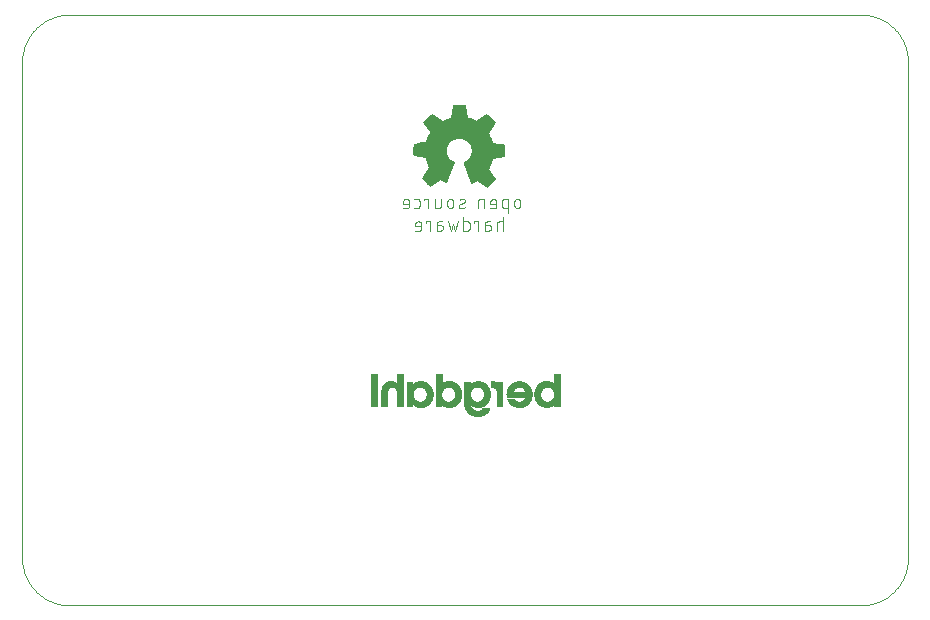
<source format=gbo>
G75*
%MOIN*%
%OFA0B0*%
%FSLAX25Y25*%
%IPPOS*%
%LPD*%
%AMOC8*
5,1,8,0,0,1.08239X$1,22.5*
%
%ADD10C,0.00000*%
%ADD11C,0.00039*%
%ADD12C,0.00200*%
%ADD13C,0.00400*%
D10*
X0024622Y0042589D02*
X0288402Y0042589D01*
X0288783Y0042594D01*
X0289163Y0042607D01*
X0289543Y0042630D01*
X0289922Y0042663D01*
X0290300Y0042704D01*
X0290677Y0042754D01*
X0291053Y0042814D01*
X0291428Y0042882D01*
X0291800Y0042960D01*
X0292171Y0043047D01*
X0292539Y0043142D01*
X0292905Y0043247D01*
X0293268Y0043360D01*
X0293629Y0043482D01*
X0293986Y0043612D01*
X0294340Y0043752D01*
X0294691Y0043899D01*
X0295038Y0044056D01*
X0295381Y0044220D01*
X0295720Y0044393D01*
X0296055Y0044574D01*
X0296386Y0044763D01*
X0296711Y0044960D01*
X0297032Y0045164D01*
X0297348Y0045377D01*
X0297658Y0045597D01*
X0297964Y0045824D01*
X0298263Y0046059D01*
X0298557Y0046301D01*
X0298845Y0046549D01*
X0299127Y0046805D01*
X0299402Y0047068D01*
X0299671Y0047337D01*
X0299934Y0047612D01*
X0300190Y0047894D01*
X0300438Y0048182D01*
X0300680Y0048476D01*
X0300915Y0048775D01*
X0301142Y0049081D01*
X0301362Y0049391D01*
X0301575Y0049707D01*
X0301779Y0050028D01*
X0301976Y0050353D01*
X0302165Y0050684D01*
X0302346Y0051019D01*
X0302519Y0051358D01*
X0302683Y0051701D01*
X0302840Y0052048D01*
X0302987Y0052399D01*
X0303127Y0052753D01*
X0303257Y0053110D01*
X0303379Y0053471D01*
X0303492Y0053834D01*
X0303597Y0054200D01*
X0303692Y0054568D01*
X0303779Y0054939D01*
X0303857Y0055311D01*
X0303925Y0055686D01*
X0303985Y0056062D01*
X0304035Y0056439D01*
X0304076Y0056817D01*
X0304109Y0057196D01*
X0304132Y0057576D01*
X0304145Y0057956D01*
X0304150Y0058337D01*
X0304150Y0223691D01*
X0304145Y0224072D01*
X0304132Y0224452D01*
X0304109Y0224832D01*
X0304076Y0225211D01*
X0304035Y0225589D01*
X0303985Y0225966D01*
X0303925Y0226342D01*
X0303857Y0226717D01*
X0303779Y0227089D01*
X0303692Y0227460D01*
X0303597Y0227828D01*
X0303492Y0228194D01*
X0303379Y0228557D01*
X0303257Y0228918D01*
X0303127Y0229275D01*
X0302987Y0229629D01*
X0302840Y0229980D01*
X0302683Y0230327D01*
X0302519Y0230670D01*
X0302346Y0231009D01*
X0302165Y0231344D01*
X0301976Y0231675D01*
X0301779Y0232000D01*
X0301575Y0232321D01*
X0301362Y0232637D01*
X0301142Y0232947D01*
X0300915Y0233253D01*
X0300680Y0233552D01*
X0300438Y0233846D01*
X0300190Y0234134D01*
X0299934Y0234416D01*
X0299671Y0234691D01*
X0299402Y0234960D01*
X0299127Y0235223D01*
X0298845Y0235479D01*
X0298557Y0235727D01*
X0298263Y0235969D01*
X0297964Y0236204D01*
X0297658Y0236431D01*
X0297348Y0236651D01*
X0297032Y0236864D01*
X0296711Y0237068D01*
X0296386Y0237265D01*
X0296055Y0237454D01*
X0295720Y0237635D01*
X0295381Y0237808D01*
X0295038Y0237972D01*
X0294691Y0238129D01*
X0294340Y0238276D01*
X0293986Y0238416D01*
X0293629Y0238546D01*
X0293268Y0238668D01*
X0292905Y0238781D01*
X0292539Y0238886D01*
X0292171Y0238981D01*
X0291800Y0239068D01*
X0291428Y0239146D01*
X0291053Y0239214D01*
X0290677Y0239274D01*
X0290300Y0239324D01*
X0289922Y0239365D01*
X0289543Y0239398D01*
X0289163Y0239421D01*
X0288783Y0239434D01*
X0288402Y0239439D01*
X0024622Y0239439D01*
X0024241Y0239434D01*
X0023861Y0239421D01*
X0023481Y0239398D01*
X0023102Y0239365D01*
X0022724Y0239324D01*
X0022347Y0239274D01*
X0021971Y0239214D01*
X0021596Y0239146D01*
X0021224Y0239068D01*
X0020853Y0238981D01*
X0020485Y0238886D01*
X0020119Y0238781D01*
X0019756Y0238668D01*
X0019395Y0238546D01*
X0019038Y0238416D01*
X0018684Y0238276D01*
X0018333Y0238129D01*
X0017986Y0237972D01*
X0017643Y0237808D01*
X0017304Y0237635D01*
X0016969Y0237454D01*
X0016638Y0237265D01*
X0016313Y0237068D01*
X0015992Y0236864D01*
X0015676Y0236651D01*
X0015366Y0236431D01*
X0015060Y0236204D01*
X0014761Y0235969D01*
X0014467Y0235727D01*
X0014179Y0235479D01*
X0013897Y0235223D01*
X0013622Y0234960D01*
X0013353Y0234691D01*
X0013090Y0234416D01*
X0012834Y0234134D01*
X0012586Y0233846D01*
X0012344Y0233552D01*
X0012109Y0233253D01*
X0011882Y0232947D01*
X0011662Y0232637D01*
X0011449Y0232321D01*
X0011245Y0232000D01*
X0011048Y0231675D01*
X0010859Y0231344D01*
X0010678Y0231009D01*
X0010505Y0230670D01*
X0010341Y0230327D01*
X0010184Y0229980D01*
X0010037Y0229629D01*
X0009897Y0229275D01*
X0009767Y0228918D01*
X0009645Y0228557D01*
X0009532Y0228194D01*
X0009427Y0227828D01*
X0009332Y0227460D01*
X0009245Y0227089D01*
X0009167Y0226717D01*
X0009099Y0226342D01*
X0009039Y0225966D01*
X0008989Y0225589D01*
X0008948Y0225211D01*
X0008915Y0224832D01*
X0008892Y0224452D01*
X0008879Y0224072D01*
X0008874Y0223691D01*
X0008874Y0058337D01*
X0008879Y0057956D01*
X0008892Y0057576D01*
X0008915Y0057196D01*
X0008948Y0056817D01*
X0008989Y0056439D01*
X0009039Y0056062D01*
X0009099Y0055686D01*
X0009167Y0055311D01*
X0009245Y0054939D01*
X0009332Y0054568D01*
X0009427Y0054200D01*
X0009532Y0053834D01*
X0009645Y0053471D01*
X0009767Y0053110D01*
X0009897Y0052753D01*
X0010037Y0052399D01*
X0010184Y0052048D01*
X0010341Y0051701D01*
X0010505Y0051358D01*
X0010678Y0051019D01*
X0010859Y0050684D01*
X0011048Y0050353D01*
X0011245Y0050028D01*
X0011449Y0049707D01*
X0011662Y0049391D01*
X0011882Y0049081D01*
X0012109Y0048775D01*
X0012344Y0048476D01*
X0012586Y0048182D01*
X0012834Y0047894D01*
X0013090Y0047612D01*
X0013353Y0047337D01*
X0013622Y0047068D01*
X0013897Y0046805D01*
X0014179Y0046549D01*
X0014467Y0046301D01*
X0014761Y0046059D01*
X0015060Y0045824D01*
X0015366Y0045597D01*
X0015676Y0045377D01*
X0015992Y0045164D01*
X0016313Y0044960D01*
X0016638Y0044763D01*
X0016969Y0044574D01*
X0017304Y0044393D01*
X0017643Y0044220D01*
X0017986Y0044056D01*
X0018333Y0043899D01*
X0018684Y0043752D01*
X0019038Y0043612D01*
X0019395Y0043482D01*
X0019756Y0043360D01*
X0020119Y0043247D01*
X0020485Y0043142D01*
X0020853Y0043047D01*
X0021224Y0042960D01*
X0021596Y0042882D01*
X0021971Y0042814D01*
X0022347Y0042754D01*
X0022724Y0042704D01*
X0023102Y0042663D01*
X0023481Y0042630D01*
X0023861Y0042607D01*
X0024241Y0042594D01*
X0024622Y0042589D01*
D11*
X0125088Y0108915D02*
X0126866Y0108915D01*
X0127016Y0108987D01*
X0127005Y0119653D01*
X0125228Y0119653D01*
X0125082Y0119576D01*
X0125082Y0109132D01*
X0125088Y0108915D01*
X0125088Y0108919D02*
X0126873Y0108919D01*
X0126953Y0108957D02*
X0125087Y0108957D01*
X0125086Y0108995D02*
X0127016Y0108995D01*
X0127016Y0109033D02*
X0125085Y0109033D01*
X0125084Y0109070D02*
X0127016Y0109070D01*
X0127016Y0109108D02*
X0125083Y0109108D01*
X0125082Y0109146D02*
X0127016Y0109146D01*
X0127016Y0109184D02*
X0125082Y0109184D01*
X0125082Y0109222D02*
X0127016Y0109222D01*
X0127016Y0109260D02*
X0125082Y0109260D01*
X0125082Y0109298D02*
X0127016Y0109298D01*
X0127016Y0109336D02*
X0125082Y0109336D01*
X0125082Y0109373D02*
X0127016Y0109373D01*
X0127016Y0109411D02*
X0125082Y0109411D01*
X0125082Y0109449D02*
X0127016Y0109449D01*
X0127016Y0109487D02*
X0125082Y0109487D01*
X0125082Y0109525D02*
X0127016Y0109525D01*
X0127016Y0109563D02*
X0125082Y0109563D01*
X0125082Y0109601D02*
X0127016Y0109601D01*
X0127016Y0109639D02*
X0125082Y0109639D01*
X0125082Y0109677D02*
X0127016Y0109677D01*
X0127016Y0109714D02*
X0125082Y0109714D01*
X0125082Y0109752D02*
X0127016Y0109752D01*
X0127016Y0109790D02*
X0125082Y0109790D01*
X0125082Y0109828D02*
X0127016Y0109828D01*
X0127016Y0109866D02*
X0125082Y0109866D01*
X0125082Y0109904D02*
X0127015Y0109904D01*
X0127015Y0109942D02*
X0125082Y0109942D01*
X0125082Y0109980D02*
X0127015Y0109980D01*
X0127015Y0110017D02*
X0125082Y0110017D01*
X0125082Y0110055D02*
X0127015Y0110055D01*
X0127015Y0110093D02*
X0125082Y0110093D01*
X0125082Y0110131D02*
X0127015Y0110131D01*
X0127015Y0110169D02*
X0125082Y0110169D01*
X0125082Y0110207D02*
X0127015Y0110207D01*
X0127015Y0110245D02*
X0125082Y0110245D01*
X0125082Y0110283D02*
X0127015Y0110283D01*
X0127015Y0110321D02*
X0125082Y0110321D01*
X0125082Y0110358D02*
X0127015Y0110358D01*
X0127015Y0110396D02*
X0125082Y0110396D01*
X0125082Y0110434D02*
X0127015Y0110434D01*
X0127015Y0110472D02*
X0125082Y0110472D01*
X0125082Y0110510D02*
X0127015Y0110510D01*
X0127015Y0110548D02*
X0125082Y0110548D01*
X0125082Y0110586D02*
X0127015Y0110586D01*
X0127015Y0110624D02*
X0125082Y0110624D01*
X0125082Y0110661D02*
X0127015Y0110661D01*
X0127015Y0110699D02*
X0125082Y0110699D01*
X0125082Y0110737D02*
X0127015Y0110737D01*
X0127015Y0110775D02*
X0125082Y0110775D01*
X0125082Y0110813D02*
X0127015Y0110813D01*
X0127014Y0110851D02*
X0125082Y0110851D01*
X0125082Y0110889D02*
X0127014Y0110889D01*
X0127014Y0110927D02*
X0125082Y0110927D01*
X0125082Y0110965D02*
X0127014Y0110965D01*
X0127014Y0111002D02*
X0125082Y0111002D01*
X0125082Y0111040D02*
X0127014Y0111040D01*
X0127014Y0111078D02*
X0125082Y0111078D01*
X0125082Y0111116D02*
X0127014Y0111116D01*
X0127014Y0111154D02*
X0125082Y0111154D01*
X0125082Y0111192D02*
X0127014Y0111192D01*
X0127014Y0111230D02*
X0125082Y0111230D01*
X0125082Y0111268D02*
X0127014Y0111268D01*
X0127014Y0111305D02*
X0125082Y0111305D01*
X0125082Y0111343D02*
X0127014Y0111343D01*
X0127014Y0111381D02*
X0125082Y0111381D01*
X0125082Y0111419D02*
X0127014Y0111419D01*
X0127014Y0111457D02*
X0125082Y0111457D01*
X0125082Y0111495D02*
X0127014Y0111495D01*
X0127014Y0111533D02*
X0125082Y0111533D01*
X0125082Y0111571D02*
X0127014Y0111571D01*
X0127014Y0111608D02*
X0125082Y0111608D01*
X0125082Y0111646D02*
X0127014Y0111646D01*
X0127014Y0111684D02*
X0125082Y0111684D01*
X0125082Y0111722D02*
X0127014Y0111722D01*
X0127014Y0111760D02*
X0125082Y0111760D01*
X0125082Y0111798D02*
X0127013Y0111798D01*
X0127013Y0111836D02*
X0125082Y0111836D01*
X0125082Y0111874D02*
X0127013Y0111874D01*
X0127013Y0111912D02*
X0125082Y0111912D01*
X0125082Y0111949D02*
X0127013Y0111949D01*
X0127013Y0111987D02*
X0125082Y0111987D01*
X0125082Y0112025D02*
X0127013Y0112025D01*
X0127013Y0112063D02*
X0125082Y0112063D01*
X0125082Y0112101D02*
X0127013Y0112101D01*
X0127013Y0112139D02*
X0125082Y0112139D01*
X0125082Y0112177D02*
X0127013Y0112177D01*
X0127013Y0112215D02*
X0125082Y0112215D01*
X0125082Y0112252D02*
X0127013Y0112252D01*
X0127013Y0112290D02*
X0125082Y0112290D01*
X0125082Y0112328D02*
X0127013Y0112328D01*
X0127013Y0112366D02*
X0125082Y0112366D01*
X0125082Y0112404D02*
X0127013Y0112404D01*
X0127013Y0112442D02*
X0125082Y0112442D01*
X0125082Y0112480D02*
X0127013Y0112480D01*
X0127013Y0112518D02*
X0125082Y0112518D01*
X0125082Y0112556D02*
X0127013Y0112556D01*
X0127013Y0112593D02*
X0125082Y0112593D01*
X0125082Y0112631D02*
X0127013Y0112631D01*
X0127013Y0112669D02*
X0125082Y0112669D01*
X0125082Y0112707D02*
X0127013Y0112707D01*
X0127013Y0112745D02*
X0125082Y0112745D01*
X0125082Y0112783D02*
X0127012Y0112783D01*
X0127012Y0112821D02*
X0125082Y0112821D01*
X0125082Y0112859D02*
X0127012Y0112859D01*
X0127012Y0112896D02*
X0125082Y0112896D01*
X0125082Y0112934D02*
X0127012Y0112934D01*
X0127012Y0112972D02*
X0125082Y0112972D01*
X0125082Y0113010D02*
X0127012Y0113010D01*
X0127012Y0113048D02*
X0125082Y0113048D01*
X0125082Y0113086D02*
X0127012Y0113086D01*
X0127012Y0113124D02*
X0125082Y0113124D01*
X0125082Y0113162D02*
X0127012Y0113162D01*
X0127012Y0113200D02*
X0125082Y0113200D01*
X0125082Y0113237D02*
X0127012Y0113237D01*
X0127012Y0113275D02*
X0125082Y0113275D01*
X0125082Y0113313D02*
X0127012Y0113313D01*
X0127012Y0113351D02*
X0125082Y0113351D01*
X0125082Y0113389D02*
X0127012Y0113389D01*
X0127012Y0113427D02*
X0125082Y0113427D01*
X0125082Y0113465D02*
X0127012Y0113465D01*
X0127012Y0113503D02*
X0125082Y0113503D01*
X0125082Y0113540D02*
X0127012Y0113540D01*
X0127012Y0113578D02*
X0125082Y0113578D01*
X0125082Y0113616D02*
X0127012Y0113616D01*
X0127012Y0113654D02*
X0125082Y0113654D01*
X0125082Y0113692D02*
X0127012Y0113692D01*
X0127012Y0113730D02*
X0125082Y0113730D01*
X0125082Y0113768D02*
X0127011Y0113768D01*
X0127011Y0113806D02*
X0125082Y0113806D01*
X0125082Y0113843D02*
X0127011Y0113843D01*
X0127011Y0113881D02*
X0125082Y0113881D01*
X0125082Y0113919D02*
X0127011Y0113919D01*
X0127011Y0113957D02*
X0125082Y0113957D01*
X0125082Y0113995D02*
X0127011Y0113995D01*
X0127011Y0114033D02*
X0125082Y0114033D01*
X0125082Y0114071D02*
X0127011Y0114071D01*
X0127011Y0114109D02*
X0125082Y0114109D01*
X0125082Y0114147D02*
X0127011Y0114147D01*
X0127011Y0114184D02*
X0125082Y0114184D01*
X0125082Y0114222D02*
X0127011Y0114222D01*
X0127011Y0114260D02*
X0125082Y0114260D01*
X0125082Y0114298D02*
X0127011Y0114298D01*
X0127011Y0114336D02*
X0125082Y0114336D01*
X0125082Y0114374D02*
X0127011Y0114374D01*
X0127011Y0114412D02*
X0125082Y0114412D01*
X0125082Y0114450D02*
X0127011Y0114450D01*
X0127011Y0114487D02*
X0125082Y0114487D01*
X0125082Y0114525D02*
X0127011Y0114525D01*
X0127011Y0114563D02*
X0125082Y0114563D01*
X0125082Y0114601D02*
X0127011Y0114601D01*
X0127011Y0114639D02*
X0125082Y0114639D01*
X0125082Y0114677D02*
X0127011Y0114677D01*
X0127010Y0114715D02*
X0125082Y0114715D01*
X0125082Y0114753D02*
X0127010Y0114753D01*
X0127010Y0114791D02*
X0125082Y0114791D01*
X0125082Y0114828D02*
X0127010Y0114828D01*
X0127010Y0114866D02*
X0125082Y0114866D01*
X0125082Y0114904D02*
X0127010Y0114904D01*
X0127010Y0114942D02*
X0125082Y0114942D01*
X0125082Y0114980D02*
X0127010Y0114980D01*
X0127010Y0115018D02*
X0125082Y0115018D01*
X0125082Y0115056D02*
X0127010Y0115056D01*
X0127010Y0115094D02*
X0125082Y0115094D01*
X0125082Y0115131D02*
X0127010Y0115131D01*
X0127010Y0115169D02*
X0125082Y0115169D01*
X0125082Y0115207D02*
X0127010Y0115207D01*
X0127010Y0115245D02*
X0125082Y0115245D01*
X0125082Y0115283D02*
X0127010Y0115283D01*
X0127010Y0115321D02*
X0125082Y0115321D01*
X0125082Y0115359D02*
X0127010Y0115359D01*
X0127010Y0115397D02*
X0125082Y0115397D01*
X0125082Y0115435D02*
X0127010Y0115435D01*
X0127010Y0115472D02*
X0125082Y0115472D01*
X0125082Y0115510D02*
X0127010Y0115510D01*
X0127010Y0115548D02*
X0125082Y0115548D01*
X0125082Y0115586D02*
X0127010Y0115586D01*
X0127010Y0115624D02*
X0125082Y0115624D01*
X0125082Y0115662D02*
X0127009Y0115662D01*
X0127009Y0115700D02*
X0125082Y0115700D01*
X0125082Y0115738D02*
X0127009Y0115738D01*
X0127009Y0115775D02*
X0125082Y0115775D01*
X0125082Y0115813D02*
X0127009Y0115813D01*
X0127009Y0115851D02*
X0125082Y0115851D01*
X0125082Y0115889D02*
X0127009Y0115889D01*
X0127009Y0115927D02*
X0125082Y0115927D01*
X0125082Y0115965D02*
X0127009Y0115965D01*
X0127009Y0116003D02*
X0125082Y0116003D01*
X0125082Y0116041D02*
X0127009Y0116041D01*
X0127009Y0116078D02*
X0125082Y0116078D01*
X0125082Y0116116D02*
X0127009Y0116116D01*
X0127009Y0116154D02*
X0125082Y0116154D01*
X0125082Y0116192D02*
X0127009Y0116192D01*
X0127009Y0116230D02*
X0125082Y0116230D01*
X0125082Y0116268D02*
X0127009Y0116268D01*
X0127009Y0116306D02*
X0125082Y0116306D01*
X0125082Y0116344D02*
X0127009Y0116344D01*
X0127009Y0116382D02*
X0125082Y0116382D01*
X0125082Y0116419D02*
X0127009Y0116419D01*
X0127009Y0116457D02*
X0125082Y0116457D01*
X0125082Y0116495D02*
X0127009Y0116495D01*
X0127009Y0116533D02*
X0125082Y0116533D01*
X0125082Y0116571D02*
X0127009Y0116571D01*
X0127009Y0116609D02*
X0125082Y0116609D01*
X0125082Y0116647D02*
X0127008Y0116647D01*
X0127008Y0116685D02*
X0125082Y0116685D01*
X0125082Y0116722D02*
X0127008Y0116722D01*
X0127008Y0116760D02*
X0125082Y0116760D01*
X0125082Y0116798D02*
X0127008Y0116798D01*
X0127008Y0116836D02*
X0125082Y0116836D01*
X0125082Y0116874D02*
X0127008Y0116874D01*
X0127008Y0116912D02*
X0125082Y0116912D01*
X0125082Y0116950D02*
X0127008Y0116950D01*
X0127008Y0116988D02*
X0125082Y0116988D01*
X0125082Y0117026D02*
X0127008Y0117026D01*
X0127008Y0117063D02*
X0125082Y0117063D01*
X0125082Y0117101D02*
X0127008Y0117101D01*
X0127008Y0117139D02*
X0125082Y0117139D01*
X0125082Y0117177D02*
X0127008Y0117177D01*
X0127008Y0117215D02*
X0125082Y0117215D01*
X0125082Y0117253D02*
X0127008Y0117253D01*
X0127008Y0117291D02*
X0125082Y0117291D01*
X0125082Y0117329D02*
X0127008Y0117329D01*
X0127008Y0117366D02*
X0125082Y0117366D01*
X0125082Y0117404D02*
X0127008Y0117404D01*
X0127008Y0117442D02*
X0125082Y0117442D01*
X0125082Y0117480D02*
X0127008Y0117480D01*
X0127008Y0117518D02*
X0125082Y0117518D01*
X0125082Y0117556D02*
X0127008Y0117556D01*
X0127008Y0117594D02*
X0125082Y0117594D01*
X0125082Y0117632D02*
X0127007Y0117632D01*
X0127007Y0117670D02*
X0125082Y0117670D01*
X0125082Y0117707D02*
X0127007Y0117707D01*
X0127007Y0117745D02*
X0125082Y0117745D01*
X0125082Y0117783D02*
X0127007Y0117783D01*
X0127007Y0117821D02*
X0125082Y0117821D01*
X0125082Y0117859D02*
X0127007Y0117859D01*
X0127007Y0117897D02*
X0125082Y0117897D01*
X0125082Y0117935D02*
X0127007Y0117935D01*
X0127007Y0117973D02*
X0125082Y0117973D01*
X0125082Y0118010D02*
X0127007Y0118010D01*
X0127007Y0118048D02*
X0125082Y0118048D01*
X0125082Y0118086D02*
X0127007Y0118086D01*
X0127007Y0118124D02*
X0125082Y0118124D01*
X0125082Y0118162D02*
X0127007Y0118162D01*
X0127007Y0118200D02*
X0125082Y0118200D01*
X0125082Y0118238D02*
X0127007Y0118238D01*
X0127007Y0118276D02*
X0125082Y0118276D01*
X0125082Y0118313D02*
X0127007Y0118313D01*
X0127007Y0118351D02*
X0125082Y0118351D01*
X0125082Y0118389D02*
X0127007Y0118389D01*
X0127007Y0118427D02*
X0125082Y0118427D01*
X0125082Y0118465D02*
X0127007Y0118465D01*
X0127007Y0118503D02*
X0125082Y0118503D01*
X0125082Y0118541D02*
X0127007Y0118541D01*
X0127006Y0118579D02*
X0125082Y0118579D01*
X0125082Y0118617D02*
X0127006Y0118617D01*
X0127006Y0118654D02*
X0125082Y0118654D01*
X0125082Y0118692D02*
X0127006Y0118692D01*
X0127006Y0118730D02*
X0125082Y0118730D01*
X0125082Y0118768D02*
X0127006Y0118768D01*
X0127006Y0118806D02*
X0125082Y0118806D01*
X0125082Y0118844D02*
X0127006Y0118844D01*
X0127006Y0118882D02*
X0125082Y0118882D01*
X0125082Y0118920D02*
X0127006Y0118920D01*
X0127006Y0118957D02*
X0125082Y0118957D01*
X0125082Y0118995D02*
X0127006Y0118995D01*
X0127006Y0119033D02*
X0125082Y0119033D01*
X0125082Y0119071D02*
X0127006Y0119071D01*
X0127006Y0119109D02*
X0125082Y0119109D01*
X0125082Y0119147D02*
X0127006Y0119147D01*
X0127006Y0119185D02*
X0125082Y0119185D01*
X0125082Y0119223D02*
X0127006Y0119223D01*
X0127006Y0119261D02*
X0125082Y0119261D01*
X0125082Y0119298D02*
X0127006Y0119298D01*
X0127006Y0119336D02*
X0125082Y0119336D01*
X0125082Y0119374D02*
X0127006Y0119374D01*
X0127006Y0119412D02*
X0125082Y0119412D01*
X0125082Y0119450D02*
X0127006Y0119450D01*
X0127006Y0119488D02*
X0125082Y0119488D01*
X0125082Y0119526D02*
X0127005Y0119526D01*
X0127005Y0119564D02*
X0125082Y0119564D01*
X0125131Y0119601D02*
X0127005Y0119601D01*
X0127005Y0119639D02*
X0125203Y0119639D01*
X0129479Y0116292D02*
X0129343Y0116116D01*
X0135734Y0116116D01*
X0135735Y0116078D02*
X0129318Y0116078D01*
X0129292Y0116041D02*
X0135735Y0116041D01*
X0135735Y0116003D02*
X0129267Y0116003D01*
X0129241Y0115965D02*
X0135735Y0115965D01*
X0135735Y0115927D02*
X0129216Y0115927D01*
X0129219Y0115932D02*
X0129106Y0115741D01*
X0129004Y0115544D01*
X0128914Y0115341D01*
X0128835Y0115134D01*
X0128768Y0114922D01*
X0128714Y0114707D01*
X0128672Y0114489D01*
X0128643Y0114269D01*
X0128627Y0114047D01*
X0128623Y0113825D01*
X0128628Y0113603D01*
X0128628Y0108940D01*
X0128825Y0108915D01*
X0130380Y0108915D01*
X0130562Y0108955D01*
X0130562Y0113174D01*
X0130556Y0113396D01*
X0130562Y0113618D01*
X0130585Y0113838D01*
X0130625Y0114057D01*
X0130681Y0114271D01*
X0130754Y0114481D01*
X0130843Y0114685D01*
X0130947Y0114881D01*
X0131094Y0115046D01*
X0131265Y0115187D01*
X0131455Y0115302D01*
X0131658Y0115390D01*
X0131872Y0115449D01*
X0132092Y0115477D01*
X0132314Y0115475D01*
X0132534Y0115442D01*
X0132746Y0115378D01*
X0132948Y0115285D01*
X0133134Y0115165D01*
X0133303Y0115021D01*
X0133441Y0114849D01*
X0133545Y0114652D01*
X0133633Y0114449D01*
X0133706Y0114239D01*
X0133763Y0114024D01*
X0133804Y0113806D01*
X0133828Y0113586D01*
X0133837Y0113364D01*
X0133830Y0113142D01*
X0133834Y0108926D01*
X0135610Y0108926D01*
X0135764Y0108994D01*
X0135720Y0119653D01*
X0133943Y0119653D01*
X0133786Y0119588D01*
X0133786Y0116479D01*
X0133685Y0116490D01*
X0133513Y0116632D01*
X0133332Y0116760D01*
X0133142Y0116874D01*
X0132944Y0116974D01*
X0132738Y0117058D01*
X0132527Y0117127D01*
X0132312Y0117180D01*
X0132093Y0117217D01*
X0131872Y0117237D01*
X0131650Y0117241D01*
X0131428Y0117236D01*
X0131207Y0117213D01*
X0130988Y0117173D01*
X0130774Y0117117D01*
X0130564Y0117044D01*
X0130361Y0116955D01*
X0130165Y0116851D01*
X0129977Y0116731D01*
X0129800Y0116598D01*
X0129633Y0116451D01*
X0129479Y0116292D01*
X0129492Y0116306D02*
X0135734Y0116306D01*
X0135733Y0116344D02*
X0129529Y0116344D01*
X0129565Y0116382D02*
X0135733Y0116382D01*
X0135733Y0116419D02*
X0129602Y0116419D01*
X0129640Y0116457D02*
X0135733Y0116457D01*
X0135733Y0116495D02*
X0133786Y0116495D01*
X0133786Y0116533D02*
X0135733Y0116533D01*
X0135732Y0116571D02*
X0133786Y0116571D01*
X0133786Y0116609D02*
X0135732Y0116609D01*
X0135732Y0116647D02*
X0133786Y0116647D01*
X0133786Y0116685D02*
X0135732Y0116685D01*
X0135732Y0116722D02*
X0133786Y0116722D01*
X0133786Y0116760D02*
X0135732Y0116760D01*
X0135732Y0116798D02*
X0133786Y0116798D01*
X0133786Y0116836D02*
X0135731Y0116836D01*
X0135731Y0116874D02*
X0133786Y0116874D01*
X0133786Y0116912D02*
X0135731Y0116912D01*
X0135731Y0116950D02*
X0133786Y0116950D01*
X0133786Y0116988D02*
X0135731Y0116988D01*
X0135731Y0117026D02*
X0133786Y0117026D01*
X0133786Y0117063D02*
X0135730Y0117063D01*
X0135730Y0117101D02*
X0133786Y0117101D01*
X0133786Y0117139D02*
X0135730Y0117139D01*
X0135730Y0117177D02*
X0133786Y0117177D01*
X0133786Y0117215D02*
X0135730Y0117215D01*
X0135730Y0117253D02*
X0133786Y0117253D01*
X0133786Y0117291D02*
X0135729Y0117291D01*
X0135729Y0117329D02*
X0133786Y0117329D01*
X0133786Y0117366D02*
X0135729Y0117366D01*
X0135729Y0117404D02*
X0133786Y0117404D01*
X0133786Y0117442D02*
X0135729Y0117442D01*
X0135729Y0117480D02*
X0133786Y0117480D01*
X0133786Y0117518D02*
X0135729Y0117518D01*
X0135728Y0117556D02*
X0133786Y0117556D01*
X0133786Y0117594D02*
X0135728Y0117594D01*
X0135728Y0117632D02*
X0133786Y0117632D01*
X0133786Y0117670D02*
X0135728Y0117670D01*
X0135728Y0117707D02*
X0133786Y0117707D01*
X0133786Y0117745D02*
X0135728Y0117745D01*
X0135727Y0117783D02*
X0133786Y0117783D01*
X0133786Y0117821D02*
X0135727Y0117821D01*
X0135727Y0117859D02*
X0133786Y0117859D01*
X0133786Y0117897D02*
X0135727Y0117897D01*
X0135727Y0117935D02*
X0133786Y0117935D01*
X0133786Y0117973D02*
X0135727Y0117973D01*
X0135727Y0118010D02*
X0133786Y0118010D01*
X0133786Y0118048D02*
X0135726Y0118048D01*
X0135726Y0118086D02*
X0133786Y0118086D01*
X0133786Y0118124D02*
X0135726Y0118124D01*
X0135726Y0118162D02*
X0133786Y0118162D01*
X0133786Y0118200D02*
X0135726Y0118200D01*
X0135726Y0118238D02*
X0133786Y0118238D01*
X0133786Y0118276D02*
X0135725Y0118276D01*
X0135725Y0118313D02*
X0133786Y0118313D01*
X0133786Y0118351D02*
X0135725Y0118351D01*
X0135725Y0118389D02*
X0133786Y0118389D01*
X0133786Y0118427D02*
X0135725Y0118427D01*
X0135725Y0118465D02*
X0133786Y0118465D01*
X0133786Y0118503D02*
X0135724Y0118503D01*
X0135724Y0118541D02*
X0133786Y0118541D01*
X0133786Y0118579D02*
X0135724Y0118579D01*
X0135724Y0118617D02*
X0133786Y0118617D01*
X0133786Y0118654D02*
X0135724Y0118654D01*
X0135724Y0118692D02*
X0133786Y0118692D01*
X0133786Y0118730D02*
X0135724Y0118730D01*
X0135723Y0118768D02*
X0133786Y0118768D01*
X0133786Y0118806D02*
X0135723Y0118806D01*
X0135723Y0118844D02*
X0133786Y0118844D01*
X0133786Y0118882D02*
X0135723Y0118882D01*
X0135723Y0118920D02*
X0133786Y0118920D01*
X0133786Y0118957D02*
X0135723Y0118957D01*
X0135722Y0118995D02*
X0133786Y0118995D01*
X0133786Y0119033D02*
X0135722Y0119033D01*
X0135722Y0119071D02*
X0133786Y0119071D01*
X0133786Y0119109D02*
X0135722Y0119109D01*
X0135722Y0119147D02*
X0133786Y0119147D01*
X0133786Y0119185D02*
X0135722Y0119185D01*
X0135721Y0119223D02*
X0133786Y0119223D01*
X0133786Y0119261D02*
X0135721Y0119261D01*
X0135721Y0119298D02*
X0133786Y0119298D01*
X0133786Y0119336D02*
X0135721Y0119336D01*
X0135721Y0119374D02*
X0133786Y0119374D01*
X0133786Y0119412D02*
X0135721Y0119412D01*
X0135721Y0119450D02*
X0133786Y0119450D01*
X0133786Y0119488D02*
X0135720Y0119488D01*
X0135720Y0119526D02*
X0133786Y0119526D01*
X0133786Y0119564D02*
X0135720Y0119564D01*
X0135720Y0119601D02*
X0133818Y0119601D01*
X0133911Y0119639D02*
X0135720Y0119639D01*
X0137249Y0117007D02*
X0137187Y0116846D01*
X0137187Y0109064D01*
X0137305Y0108960D01*
X0138862Y0108960D01*
X0138965Y0109078D01*
X0138965Y0109745D01*
X0139051Y0109745D01*
X0139959Y0110880D01*
X0139794Y0111021D01*
X0139641Y0111182D01*
X0139506Y0111359D01*
X0139386Y0111546D01*
X0139282Y0111742D01*
X0139193Y0111946D01*
X0139122Y0112157D01*
X0139068Y0112372D01*
X0139031Y0112591D01*
X0139012Y0112813D01*
X0139011Y0113035D01*
X0139027Y0113257D01*
X0139062Y0113477D01*
X0139114Y0113693D01*
X0139183Y0113904D01*
X0139269Y0114109D01*
X0139371Y0114306D01*
X0139489Y0114494D01*
X0139622Y0114673D01*
X0139771Y0114838D01*
X0139936Y0114987D01*
X0140115Y0115118D01*
X0140307Y0115231D01*
X0140509Y0115324D01*
X0140719Y0115397D01*
X0137187Y0115397D01*
X0137187Y0115435D02*
X0140879Y0115435D01*
X0140935Y0115448D02*
X0141155Y0115477D01*
X0141377Y0115484D01*
X0141553Y0115481D01*
X0141774Y0115458D01*
X0141991Y0115412D01*
X0142203Y0115345D01*
X0142407Y0115257D01*
X0142602Y0115149D01*
X0142784Y0115023D01*
X0142953Y0114878D01*
X0143107Y0114717D01*
X0143243Y0114542D01*
X0143365Y0114356D01*
X0143472Y0114161D01*
X0143562Y0113958D01*
X0143636Y0113748D01*
X0143692Y0113533D01*
X0143731Y0113314D01*
X0143753Y0113093D01*
X0143756Y0112871D01*
X0143742Y0112649D01*
X0143709Y0112429D01*
X0143660Y0112213D01*
X0143593Y0112001D01*
X0143509Y0111795D01*
X0143408Y0111596D01*
X0143292Y0111407D01*
X0143161Y0111227D01*
X0143014Y0111061D01*
X0142848Y0110913D01*
X0142669Y0110781D01*
X0142478Y0110667D01*
X0142278Y0110572D01*
X0142069Y0110496D01*
X0141853Y0110441D01*
X0141634Y0110406D01*
X0141412Y0110393D01*
X0141190Y0110401D01*
X0140969Y0110430D01*
X0140753Y0110480D01*
X0140542Y0110550D01*
X0140339Y0110640D01*
X0140145Y0110750D01*
X0139967Y0110874D01*
X0139059Y0109741D01*
X0139217Y0109592D01*
X0139388Y0109449D01*
X0139566Y0109317D01*
X0139753Y0109195D01*
X0139946Y0109085D01*
X0140145Y0108987D01*
X0140350Y0108900D01*
X0140559Y0108826D01*
X0140773Y0108765D01*
X0140990Y0108716D01*
X0141210Y0108681D01*
X0141431Y0108658D01*
X0141653Y0108649D01*
X0141700Y0108648D01*
X0141922Y0108653D01*
X0142144Y0108670D01*
X0142364Y0108700D01*
X0142582Y0108744D01*
X0142797Y0108800D01*
X0143008Y0108869D01*
X0143215Y0108951D01*
X0143416Y0109045D01*
X0143612Y0109151D01*
X0143801Y0109268D01*
X0143982Y0109396D01*
X0144156Y0109535D01*
X0144321Y0109684D01*
X0144477Y0109843D01*
X0144625Y0110009D01*
X0144765Y0110182D01*
X0144896Y0110361D01*
X0145018Y0110547D01*
X0145131Y0110738D01*
X0145235Y0110935D01*
X0145328Y0111136D01*
X0145412Y0111343D01*
X0143246Y0111343D01*
X0143218Y0111305D02*
X0145397Y0111305D01*
X0145412Y0111343D02*
X0145485Y0111553D01*
X0145548Y0111766D01*
X0145600Y0111982D01*
X0145641Y0112201D01*
X0145672Y0112421D01*
X0145691Y0112642D01*
X0145700Y0112864D01*
X0145698Y0113087D01*
X0145685Y0113309D01*
X0145661Y0113530D01*
X0145627Y0113749D01*
X0145581Y0113967D01*
X0145525Y0114182D01*
X0145458Y0114394D01*
X0145381Y0114603D01*
X0145294Y0114807D01*
X0145197Y0115007D01*
X0145090Y0115202D01*
X0144973Y0115391D01*
X0144847Y0115575D01*
X0144713Y0115751D01*
X0144420Y0116086D01*
X0144262Y0116243D01*
X0144095Y0116389D01*
X0143920Y0116526D01*
X0143736Y0116652D01*
X0143546Y0116766D01*
X0143349Y0116869D01*
X0143146Y0116960D01*
X0142938Y0117039D01*
X0142725Y0117105D01*
X0142510Y0117158D01*
X0142291Y0117198D01*
X0142070Y0117225D01*
X0141848Y0117239D01*
X0141404Y0117237D01*
X0141182Y0117218D01*
X0140962Y0117186D01*
X0140745Y0117141D01*
X0140530Y0117083D01*
X0140319Y0117012D01*
X0140113Y0116928D01*
X0139913Y0116832D01*
X0139719Y0116724D01*
X0139531Y0116605D01*
X0139351Y0116474D01*
X0139180Y0116333D01*
X0139017Y0116181D01*
X0138965Y0116278D01*
X0138965Y0116945D01*
X0138805Y0117007D01*
X0137249Y0117007D01*
X0137241Y0116988D02*
X0138855Y0116988D01*
X0138953Y0116950D02*
X0137227Y0116950D01*
X0137212Y0116912D02*
X0138965Y0116912D01*
X0138965Y0116874D02*
X0137197Y0116874D01*
X0137187Y0116836D02*
X0138965Y0116836D01*
X0138965Y0116798D02*
X0137187Y0116798D01*
X0137187Y0116760D02*
X0138965Y0116760D01*
X0138965Y0116722D02*
X0137187Y0116722D01*
X0137187Y0116685D02*
X0138965Y0116685D01*
X0138965Y0116647D02*
X0137187Y0116647D01*
X0137187Y0116609D02*
X0138965Y0116609D01*
X0138965Y0116571D02*
X0137187Y0116571D01*
X0137187Y0116533D02*
X0138965Y0116533D01*
X0138965Y0116495D02*
X0137187Y0116495D01*
X0137187Y0116457D02*
X0138965Y0116457D01*
X0138965Y0116419D02*
X0137187Y0116419D01*
X0137187Y0116382D02*
X0138965Y0116382D01*
X0138965Y0116344D02*
X0137187Y0116344D01*
X0137187Y0116306D02*
X0138965Y0116306D01*
X0138971Y0116268D02*
X0137187Y0116268D01*
X0137187Y0116230D02*
X0138991Y0116230D01*
X0139011Y0116192D02*
X0137187Y0116192D01*
X0137187Y0116154D02*
X0144351Y0116154D01*
X0144313Y0116192D02*
X0139029Y0116192D01*
X0139070Y0116230D02*
X0144275Y0116230D01*
X0144233Y0116268D02*
X0139110Y0116268D01*
X0139151Y0116306D02*
X0144190Y0116306D01*
X0144147Y0116344D02*
X0139193Y0116344D01*
X0139239Y0116382D02*
X0144104Y0116382D01*
X0144057Y0116419D02*
X0139285Y0116419D01*
X0139331Y0116457D02*
X0144008Y0116457D01*
X0143959Y0116495D02*
X0139380Y0116495D01*
X0139433Y0116533D02*
X0143909Y0116533D01*
X0143854Y0116571D02*
X0139485Y0116571D01*
X0139538Y0116609D02*
X0143799Y0116609D01*
X0143743Y0116647D02*
X0139597Y0116647D01*
X0139656Y0116685D02*
X0143681Y0116685D01*
X0143618Y0116722D02*
X0139716Y0116722D01*
X0139783Y0116760D02*
X0143555Y0116760D01*
X0143484Y0116798D02*
X0139851Y0116798D01*
X0139921Y0116836D02*
X0143412Y0116836D01*
X0143337Y0116874D02*
X0140000Y0116874D01*
X0140079Y0116912D02*
X0143253Y0116912D01*
X0143169Y0116950D02*
X0140166Y0116950D01*
X0140259Y0116988D02*
X0143073Y0116988D01*
X0142972Y0117026D02*
X0140359Y0117026D01*
X0140472Y0117063D02*
X0142858Y0117063D01*
X0142736Y0117101D02*
X0140597Y0117101D01*
X0140737Y0117139D02*
X0142585Y0117139D01*
X0142405Y0117177D02*
X0140917Y0117177D01*
X0141160Y0117215D02*
X0142153Y0117215D01*
X0141884Y0115435D02*
X0144943Y0115435D01*
X0144917Y0115472D02*
X0141637Y0115472D01*
X0142040Y0115397D02*
X0144969Y0115397D01*
X0144993Y0115359D02*
X0142160Y0115359D01*
X0142259Y0115321D02*
X0145016Y0115321D01*
X0145040Y0115283D02*
X0142347Y0115283D01*
X0142429Y0115245D02*
X0145063Y0115245D01*
X0145086Y0115207D02*
X0142497Y0115207D01*
X0142565Y0115169D02*
X0145108Y0115169D01*
X0145128Y0115131D02*
X0142627Y0115131D01*
X0142682Y0115094D02*
X0145149Y0115094D01*
X0145170Y0115056D02*
X0142737Y0115056D01*
X0142790Y0115018D02*
X0145191Y0115018D01*
X0145210Y0114980D02*
X0142834Y0114980D01*
X0142879Y0114942D02*
X0145228Y0114942D01*
X0145247Y0114904D02*
X0142923Y0114904D01*
X0142965Y0114866D02*
X0145265Y0114866D01*
X0145284Y0114828D02*
X0143001Y0114828D01*
X0143037Y0114791D02*
X0145301Y0114791D01*
X0145317Y0114753D02*
X0143073Y0114753D01*
X0143109Y0114715D02*
X0145333Y0114715D01*
X0145350Y0114677D02*
X0143138Y0114677D01*
X0143168Y0114639D02*
X0145366Y0114639D01*
X0145382Y0114601D02*
X0143197Y0114601D01*
X0143227Y0114563D02*
X0145396Y0114563D01*
X0145410Y0114525D02*
X0143254Y0114525D01*
X0143279Y0114487D02*
X0145424Y0114487D01*
X0145438Y0114450D02*
X0143304Y0114450D01*
X0143329Y0114412D02*
X0145452Y0114412D01*
X0145465Y0114374D02*
X0143353Y0114374D01*
X0143376Y0114336D02*
X0145477Y0114336D01*
X0145489Y0114298D02*
X0143397Y0114298D01*
X0143417Y0114260D02*
X0145500Y0114260D01*
X0145512Y0114222D02*
X0143438Y0114222D01*
X0143459Y0114184D02*
X0145524Y0114184D01*
X0145534Y0114147D02*
X0143478Y0114147D01*
X0143495Y0114109D02*
X0145544Y0114109D01*
X0145554Y0114071D02*
X0143512Y0114071D01*
X0143529Y0114033D02*
X0145564Y0114033D01*
X0145574Y0113995D02*
X0143546Y0113995D01*
X0143562Y0113957D02*
X0145583Y0113957D01*
X0145591Y0113919D02*
X0143576Y0113919D01*
X0143589Y0113881D02*
X0145599Y0113881D01*
X0145607Y0113843D02*
X0143602Y0113843D01*
X0143616Y0113806D02*
X0145615Y0113806D01*
X0145623Y0113768D02*
X0143629Y0113768D01*
X0143641Y0113730D02*
X0145630Y0113730D01*
X0145636Y0113692D02*
X0143651Y0113692D01*
X0143661Y0113654D02*
X0145642Y0113654D01*
X0145648Y0113616D02*
X0143671Y0113616D01*
X0143680Y0113578D02*
X0145654Y0113578D01*
X0145659Y0113540D02*
X0143690Y0113540D01*
X0143698Y0113503D02*
X0145664Y0113503D01*
X0145668Y0113465D02*
X0143705Y0113465D01*
X0143711Y0113427D02*
X0145672Y0113427D01*
X0145676Y0113389D02*
X0143718Y0113389D01*
X0143725Y0113351D02*
X0145680Y0113351D01*
X0145685Y0113313D02*
X0143731Y0113313D01*
X0143735Y0113275D02*
X0145687Y0113275D01*
X0145689Y0113237D02*
X0143739Y0113237D01*
X0143742Y0113200D02*
X0145691Y0113200D01*
X0145694Y0113162D02*
X0143746Y0113162D01*
X0143750Y0113124D02*
X0145696Y0113124D01*
X0145698Y0113086D02*
X0143753Y0113086D01*
X0143753Y0113048D02*
X0145698Y0113048D01*
X0145699Y0113010D02*
X0143754Y0113010D01*
X0143754Y0112972D02*
X0145699Y0112972D01*
X0145699Y0112934D02*
X0143755Y0112934D01*
X0143756Y0112896D02*
X0145700Y0112896D01*
X0145700Y0112859D02*
X0143755Y0112859D01*
X0143753Y0112821D02*
X0145698Y0112821D01*
X0145697Y0112783D02*
X0143750Y0112783D01*
X0143748Y0112745D02*
X0145695Y0112745D01*
X0145694Y0112707D02*
X0143745Y0112707D01*
X0143743Y0112669D02*
X0145692Y0112669D01*
X0145690Y0112631D02*
X0143739Y0112631D01*
X0143734Y0112593D02*
X0145687Y0112593D01*
X0145683Y0112556D02*
X0143728Y0112556D01*
X0143722Y0112518D02*
X0145680Y0112518D01*
X0145677Y0112480D02*
X0143717Y0112480D01*
X0143711Y0112442D02*
X0145673Y0112442D01*
X0145669Y0112404D02*
X0143704Y0112404D01*
X0143695Y0112366D02*
X0145664Y0112366D01*
X0145659Y0112328D02*
X0143686Y0112328D01*
X0143678Y0112290D02*
X0145653Y0112290D01*
X0145648Y0112252D02*
X0143669Y0112252D01*
X0143660Y0112215D02*
X0145643Y0112215D01*
X0145636Y0112177D02*
X0143649Y0112177D01*
X0143637Y0112139D02*
X0145629Y0112139D01*
X0145622Y0112101D02*
X0143625Y0112101D01*
X0143613Y0112063D02*
X0145615Y0112063D01*
X0145608Y0112025D02*
X0143600Y0112025D01*
X0143587Y0111987D02*
X0145601Y0111987D01*
X0145592Y0111949D02*
X0143572Y0111949D01*
X0143556Y0111912D02*
X0145583Y0111912D01*
X0145573Y0111874D02*
X0143541Y0111874D01*
X0143525Y0111836D02*
X0145564Y0111836D01*
X0145555Y0111798D02*
X0143510Y0111798D01*
X0143491Y0111760D02*
X0145546Y0111760D01*
X0145535Y0111722D02*
X0143472Y0111722D01*
X0143453Y0111684D02*
X0145524Y0111684D01*
X0145512Y0111646D02*
X0143434Y0111646D01*
X0143414Y0111608D02*
X0145501Y0111608D01*
X0145490Y0111571D02*
X0143393Y0111571D01*
X0143369Y0111533D02*
X0145478Y0111533D01*
X0145465Y0111495D02*
X0143346Y0111495D01*
X0143323Y0111457D02*
X0145452Y0111457D01*
X0145438Y0111419D02*
X0143300Y0111419D01*
X0143273Y0111381D02*
X0145425Y0111381D01*
X0145381Y0111268D02*
X0143191Y0111268D01*
X0143163Y0111230D02*
X0145366Y0111230D01*
X0145351Y0111192D02*
X0143130Y0111192D01*
X0143096Y0111154D02*
X0145335Y0111154D01*
X0145319Y0111116D02*
X0143062Y0111116D01*
X0143029Y0111078D02*
X0145301Y0111078D01*
X0145284Y0111040D02*
X0142990Y0111040D01*
X0142948Y0111002D02*
X0145266Y0111002D01*
X0145249Y0110965D02*
X0142906Y0110965D01*
X0142863Y0110927D02*
X0145230Y0110927D01*
X0145211Y0110889D02*
X0142815Y0110889D01*
X0142764Y0110851D02*
X0145191Y0110851D01*
X0145171Y0110813D02*
X0142712Y0110813D01*
X0142659Y0110775D02*
X0145151Y0110775D01*
X0145131Y0110737D02*
X0142596Y0110737D01*
X0142532Y0110699D02*
X0145108Y0110699D01*
X0145086Y0110661D02*
X0142466Y0110661D01*
X0142386Y0110624D02*
X0145064Y0110624D01*
X0145041Y0110586D02*
X0142306Y0110586D01*
X0142211Y0110548D02*
X0145019Y0110548D01*
X0144994Y0110510D02*
X0142107Y0110510D01*
X0141975Y0110472D02*
X0144969Y0110472D01*
X0144944Y0110434D02*
X0141811Y0110434D01*
X0141470Y0110396D02*
X0144919Y0110396D01*
X0144894Y0110358D02*
X0139554Y0110358D01*
X0139542Y0110358D02*
X0137187Y0110358D01*
X0137187Y0110321D02*
X0139512Y0110321D01*
X0139524Y0110321D02*
X0144866Y0110321D01*
X0144839Y0110283D02*
X0139493Y0110283D01*
X0139481Y0110283D02*
X0137187Y0110283D01*
X0137187Y0110245D02*
X0139451Y0110245D01*
X0139463Y0110245D02*
X0144811Y0110245D01*
X0144783Y0110207D02*
X0139432Y0110207D01*
X0139421Y0110207D02*
X0137187Y0110207D01*
X0137187Y0110169D02*
X0139390Y0110169D01*
X0139402Y0110169D02*
X0144755Y0110169D01*
X0144724Y0110131D02*
X0139372Y0110131D01*
X0139360Y0110131D02*
X0137187Y0110131D01*
X0137187Y0110093D02*
X0139330Y0110093D01*
X0139341Y0110093D02*
X0144693Y0110093D01*
X0144662Y0110055D02*
X0139311Y0110055D01*
X0139299Y0110055D02*
X0137187Y0110055D01*
X0137187Y0110017D02*
X0139269Y0110017D01*
X0139281Y0110017D02*
X0144632Y0110017D01*
X0144599Y0109980D02*
X0139250Y0109980D01*
X0139239Y0109980D02*
X0137187Y0109980D01*
X0137187Y0109942D02*
X0139208Y0109942D01*
X0139220Y0109942D02*
X0144565Y0109942D01*
X0144531Y0109904D02*
X0139190Y0109904D01*
X0139178Y0109904D02*
X0137187Y0109904D01*
X0137187Y0109866D02*
X0139148Y0109866D01*
X0139159Y0109866D02*
X0144498Y0109866D01*
X0144462Y0109828D02*
X0139129Y0109828D01*
X0139117Y0109828D02*
X0137187Y0109828D01*
X0137187Y0109790D02*
X0139087Y0109790D01*
X0139098Y0109790D02*
X0144425Y0109790D01*
X0144388Y0109752D02*
X0139068Y0109752D01*
X0139057Y0109752D02*
X0137187Y0109752D01*
X0137187Y0109714D02*
X0138965Y0109714D01*
X0138965Y0109677D02*
X0137187Y0109677D01*
X0137187Y0109639D02*
X0138965Y0109639D01*
X0138965Y0109601D02*
X0137187Y0109601D01*
X0137187Y0109563D02*
X0138965Y0109563D01*
X0138965Y0109525D02*
X0137187Y0109525D01*
X0137187Y0109487D02*
X0138965Y0109487D01*
X0138965Y0109449D02*
X0137187Y0109449D01*
X0137187Y0109411D02*
X0138965Y0109411D01*
X0138965Y0109373D02*
X0137187Y0109373D01*
X0137187Y0109336D02*
X0138965Y0109336D01*
X0138965Y0109298D02*
X0137187Y0109298D01*
X0137187Y0109260D02*
X0138965Y0109260D01*
X0138965Y0109222D02*
X0137187Y0109222D01*
X0137187Y0109184D02*
X0138965Y0109184D01*
X0138965Y0109146D02*
X0137187Y0109146D01*
X0137187Y0109108D02*
X0138965Y0109108D01*
X0138958Y0109070D02*
X0137187Y0109070D01*
X0137223Y0109033D02*
X0138925Y0109033D01*
X0138892Y0108995D02*
X0137265Y0108995D01*
X0137187Y0110396D02*
X0139572Y0110396D01*
X0139584Y0110396D02*
X0141313Y0110396D01*
X0140950Y0110434D02*
X0139615Y0110434D01*
X0139603Y0110434D02*
X0137187Y0110434D01*
X0137187Y0110472D02*
X0139633Y0110472D01*
X0139645Y0110472D02*
X0140786Y0110472D01*
X0140662Y0110510D02*
X0139675Y0110510D01*
X0139663Y0110510D02*
X0137187Y0110510D01*
X0137187Y0110548D02*
X0139693Y0110548D01*
X0139706Y0110548D02*
X0140549Y0110548D01*
X0140462Y0110586D02*
X0139736Y0110586D01*
X0139724Y0110586D02*
X0137187Y0110586D01*
X0137187Y0110624D02*
X0139754Y0110624D01*
X0139766Y0110624D02*
X0140377Y0110624D01*
X0140302Y0110661D02*
X0139797Y0110661D01*
X0139784Y0110661D02*
X0137187Y0110661D01*
X0137187Y0110699D02*
X0139815Y0110699D01*
X0139827Y0110699D02*
X0140235Y0110699D01*
X0140167Y0110737D02*
X0139857Y0110737D01*
X0139845Y0110737D02*
X0137187Y0110737D01*
X0137187Y0110775D02*
X0139875Y0110775D01*
X0139888Y0110775D02*
X0140109Y0110775D01*
X0140055Y0110813D02*
X0139918Y0110813D01*
X0139906Y0110813D02*
X0137187Y0110813D01*
X0137187Y0110851D02*
X0139936Y0110851D01*
X0139949Y0110851D02*
X0140001Y0110851D01*
X0139949Y0110889D02*
X0137187Y0110889D01*
X0137187Y0110927D02*
X0139905Y0110927D01*
X0139860Y0110965D02*
X0137187Y0110965D01*
X0137187Y0111002D02*
X0139816Y0111002D01*
X0139776Y0111040D02*
X0137187Y0111040D01*
X0137187Y0111078D02*
X0139740Y0111078D01*
X0139704Y0111116D02*
X0137187Y0111116D01*
X0137187Y0111154D02*
X0139668Y0111154D01*
X0139634Y0111192D02*
X0137187Y0111192D01*
X0137187Y0111230D02*
X0139605Y0111230D01*
X0139576Y0111268D02*
X0137187Y0111268D01*
X0137187Y0111305D02*
X0139547Y0111305D01*
X0139518Y0111343D02*
X0137187Y0111343D01*
X0137187Y0111381D02*
X0139492Y0111381D01*
X0139468Y0111419D02*
X0137187Y0111419D01*
X0137187Y0111457D02*
X0139443Y0111457D01*
X0139419Y0111495D02*
X0137187Y0111495D01*
X0137187Y0111533D02*
X0139395Y0111533D01*
X0139373Y0111571D02*
X0137187Y0111571D01*
X0137187Y0111608D02*
X0139353Y0111608D01*
X0139333Y0111646D02*
X0137187Y0111646D01*
X0137187Y0111684D02*
X0139313Y0111684D01*
X0139292Y0111722D02*
X0137187Y0111722D01*
X0137187Y0111760D02*
X0139274Y0111760D01*
X0139258Y0111798D02*
X0137187Y0111798D01*
X0137187Y0111836D02*
X0139241Y0111836D01*
X0139225Y0111874D02*
X0137187Y0111874D01*
X0137187Y0111912D02*
X0139208Y0111912D01*
X0139192Y0111949D02*
X0137187Y0111949D01*
X0137187Y0111987D02*
X0139179Y0111987D01*
X0139167Y0112025D02*
X0137187Y0112025D01*
X0137187Y0112063D02*
X0139154Y0112063D01*
X0139141Y0112101D02*
X0137187Y0112101D01*
X0137187Y0112139D02*
X0139128Y0112139D01*
X0139117Y0112177D02*
X0137187Y0112177D01*
X0137187Y0112215D02*
X0139107Y0112215D01*
X0139098Y0112252D02*
X0137187Y0112252D01*
X0137187Y0112290D02*
X0139088Y0112290D01*
X0139079Y0112328D02*
X0137187Y0112328D01*
X0137187Y0112366D02*
X0139069Y0112366D01*
X0139062Y0112404D02*
X0137187Y0112404D01*
X0137187Y0112442D02*
X0139056Y0112442D01*
X0139050Y0112480D02*
X0137187Y0112480D01*
X0137187Y0112518D02*
X0139043Y0112518D01*
X0139037Y0112556D02*
X0137187Y0112556D01*
X0137187Y0112593D02*
X0139031Y0112593D01*
X0139027Y0112631D02*
X0137187Y0112631D01*
X0137187Y0112669D02*
X0139024Y0112669D01*
X0139021Y0112707D02*
X0137187Y0112707D01*
X0137187Y0112745D02*
X0139018Y0112745D01*
X0139014Y0112783D02*
X0137187Y0112783D01*
X0137187Y0112821D02*
X0139012Y0112821D01*
X0139012Y0112859D02*
X0137187Y0112859D01*
X0137187Y0112896D02*
X0139011Y0112896D01*
X0139011Y0112934D02*
X0137187Y0112934D01*
X0137187Y0112972D02*
X0139011Y0112972D01*
X0139011Y0113010D02*
X0137187Y0113010D01*
X0137187Y0113048D02*
X0139012Y0113048D01*
X0139014Y0113086D02*
X0137187Y0113086D01*
X0137187Y0113124D02*
X0139017Y0113124D01*
X0139020Y0113162D02*
X0137187Y0113162D01*
X0137187Y0113200D02*
X0139023Y0113200D01*
X0139026Y0113237D02*
X0137187Y0113237D01*
X0137187Y0113275D02*
X0139030Y0113275D01*
X0139036Y0113313D02*
X0137187Y0113313D01*
X0137187Y0113351D02*
X0139042Y0113351D01*
X0139048Y0113389D02*
X0137187Y0113389D01*
X0137187Y0113427D02*
X0139054Y0113427D01*
X0139060Y0113465D02*
X0137187Y0113465D01*
X0137187Y0113503D02*
X0139068Y0113503D01*
X0139077Y0113540D02*
X0137187Y0113540D01*
X0137187Y0113578D02*
X0139086Y0113578D01*
X0139095Y0113616D02*
X0137187Y0113616D01*
X0137187Y0113654D02*
X0139104Y0113654D01*
X0139113Y0113692D02*
X0137187Y0113692D01*
X0137187Y0113730D02*
X0139126Y0113730D01*
X0139138Y0113768D02*
X0137187Y0113768D01*
X0137187Y0113806D02*
X0139151Y0113806D01*
X0139163Y0113843D02*
X0137187Y0113843D01*
X0137187Y0113881D02*
X0139175Y0113881D01*
X0139189Y0113919D02*
X0137187Y0113919D01*
X0137187Y0113957D02*
X0139205Y0113957D01*
X0139221Y0113995D02*
X0137187Y0113995D01*
X0137187Y0114033D02*
X0139237Y0114033D01*
X0139253Y0114071D02*
X0137187Y0114071D01*
X0137187Y0114109D02*
X0139269Y0114109D01*
X0139289Y0114147D02*
X0137187Y0114147D01*
X0137187Y0114184D02*
X0139308Y0114184D01*
X0139328Y0114222D02*
X0137187Y0114222D01*
X0137187Y0114260D02*
X0139348Y0114260D01*
X0139367Y0114298D02*
X0137187Y0114298D01*
X0137187Y0114336D02*
X0139390Y0114336D01*
X0139414Y0114374D02*
X0137187Y0114374D01*
X0137187Y0114412D02*
X0139438Y0114412D01*
X0139461Y0114450D02*
X0137187Y0114450D01*
X0137187Y0114487D02*
X0139485Y0114487D01*
X0139512Y0114525D02*
X0137187Y0114525D01*
X0137187Y0114563D02*
X0139541Y0114563D01*
X0139569Y0114601D02*
X0137187Y0114601D01*
X0137187Y0114639D02*
X0139597Y0114639D01*
X0139626Y0114677D02*
X0137187Y0114677D01*
X0137187Y0114715D02*
X0139660Y0114715D01*
X0139694Y0114753D02*
X0137187Y0114753D01*
X0137187Y0114791D02*
X0139728Y0114791D01*
X0139762Y0114828D02*
X0137187Y0114828D01*
X0137187Y0114866D02*
X0139802Y0114866D01*
X0139845Y0114904D02*
X0137187Y0114904D01*
X0137187Y0114942D02*
X0139887Y0114942D01*
X0139929Y0114980D02*
X0137187Y0114980D01*
X0137187Y0115018D02*
X0139979Y0115018D01*
X0140030Y0115056D02*
X0137187Y0115056D01*
X0137187Y0115094D02*
X0140082Y0115094D01*
X0140138Y0115131D02*
X0137187Y0115131D01*
X0137187Y0115169D02*
X0140202Y0115169D01*
X0140267Y0115207D02*
X0137187Y0115207D01*
X0137187Y0115245D02*
X0140338Y0115245D01*
X0140420Y0115283D02*
X0137187Y0115283D01*
X0137187Y0115321D02*
X0140502Y0115321D01*
X0140609Y0115359D02*
X0137187Y0115359D01*
X0137187Y0115472D02*
X0141120Y0115472D01*
X0140935Y0115448D02*
X0140719Y0115397D01*
X0137187Y0115510D02*
X0144891Y0115510D01*
X0144865Y0115548D02*
X0137187Y0115548D01*
X0137187Y0115586D02*
X0144839Y0115586D01*
X0144810Y0115624D02*
X0137187Y0115624D01*
X0137187Y0115662D02*
X0144781Y0115662D01*
X0144752Y0115700D02*
X0137187Y0115700D01*
X0137187Y0115738D02*
X0144723Y0115738D01*
X0144692Y0115775D02*
X0137187Y0115775D01*
X0137187Y0115813D02*
X0144659Y0115813D01*
X0144625Y0115851D02*
X0137187Y0115851D01*
X0137187Y0115889D02*
X0144592Y0115889D01*
X0144559Y0115927D02*
X0137187Y0115927D01*
X0137187Y0115965D02*
X0144526Y0115965D01*
X0144493Y0116003D02*
X0137187Y0116003D01*
X0137187Y0116041D02*
X0144460Y0116041D01*
X0144427Y0116078D02*
X0137187Y0116078D01*
X0137187Y0116116D02*
X0144390Y0116116D01*
X0146724Y0116116D02*
X0153883Y0116116D01*
X0153920Y0116078D02*
X0146724Y0116078D01*
X0146724Y0116041D02*
X0153957Y0116041D01*
X0153994Y0116003D02*
X0146724Y0116003D01*
X0146724Y0115965D02*
X0154031Y0115965D01*
X0154068Y0115927D02*
X0146724Y0115927D01*
X0146724Y0115889D02*
X0154101Y0115889D01*
X0154071Y0115923D02*
X0153761Y0116241D01*
X0153594Y0116388D01*
X0153419Y0116525D01*
X0153237Y0116652D01*
X0153047Y0116768D01*
X0152851Y0116873D01*
X0152650Y0116967D01*
X0152444Y0117049D01*
X0152233Y0117120D01*
X0152018Y0117178D01*
X0151801Y0117223D01*
X0151581Y0117257D01*
X0151360Y0117277D01*
X0151138Y0117285D01*
X0150915Y0117283D01*
X0150694Y0117268D01*
X0150473Y0117240D01*
X0150255Y0117197D01*
X0150040Y0117141D01*
X0149829Y0117072D01*
X0149623Y0116989D01*
X0149422Y0116894D01*
X0149228Y0116786D01*
X0149041Y0116666D01*
X0148861Y0116535D01*
X0148691Y0116392D01*
X0148658Y0116540D01*
X0148658Y0119652D01*
X0148481Y0119697D01*
X0146925Y0119697D01*
X0146724Y0119676D01*
X0146724Y0109007D01*
X0146899Y0108960D01*
X0148232Y0108960D01*
X0148424Y0108990D01*
X0148424Y0109657D01*
X0148459Y0109784D01*
X0149348Y0111006D01*
X0149195Y0111161D01*
X0149058Y0111336D01*
X0148936Y0111521D01*
X0148829Y0111716D01*
X0148738Y0111919D01*
X0148664Y0112128D01*
X0148607Y0112343D01*
X0148568Y0112562D01*
X0148546Y0112783D01*
X0148543Y0113005D01*
X0148557Y0113227D01*
X0148589Y0113447D01*
X0148639Y0113663D01*
X0148706Y0113875D01*
X0148790Y0114081D01*
X0148891Y0114279D01*
X0149007Y0114468D01*
X0149138Y0114647D01*
X0149285Y0114815D01*
X0149448Y0114966D01*
X0149625Y0115100D01*
X0149815Y0115215D01*
X0150015Y0115311D01*
X0150224Y0115387D01*
X0150439Y0115441D01*
X0150659Y0115474D01*
X0150881Y0115484D01*
X0150946Y0115484D01*
X0151167Y0115469D01*
X0151387Y0115433D01*
X0151601Y0115374D01*
X0151808Y0115294D01*
X0152007Y0115194D01*
X0152194Y0115075D01*
X0152369Y0114938D01*
X0152529Y0114784D01*
X0152671Y0114613D01*
X0152799Y0114432D01*
X0152912Y0114240D01*
X0153009Y0114040D01*
X0153090Y0113833D01*
X0153153Y0113620D01*
X0153199Y0113403D01*
X0153228Y0113183D01*
X0153238Y0112961D01*
X0153231Y0112739D01*
X0153206Y0112518D01*
X0153163Y0112300D01*
X0153103Y0112086D01*
X0153026Y0111877D01*
X0152932Y0111676D01*
X0152823Y0111483D01*
X0152697Y0111299D01*
X0152558Y0111126D01*
X0152398Y0110972D01*
X0152224Y0110834D01*
X0152037Y0110714D01*
X0151840Y0110612D01*
X0151633Y0110530D01*
X0151420Y0110468D01*
X0151201Y0110428D01*
X0150980Y0110409D01*
X0150758Y0110411D01*
X0150537Y0110434D01*
X0150319Y0110480D01*
X0150107Y0110546D01*
X0149902Y0110632D01*
X0149707Y0110737D01*
X0149162Y0110737D01*
X0149152Y0110737D02*
X0146724Y0110737D01*
X0146724Y0110699D02*
X0149125Y0110699D01*
X0149135Y0110699D02*
X0149777Y0110699D01*
X0149847Y0110661D02*
X0149107Y0110661D01*
X0149097Y0110661D02*
X0146724Y0110661D01*
X0146724Y0110624D02*
X0149069Y0110624D01*
X0149079Y0110624D02*
X0149922Y0110624D01*
X0150012Y0110586D02*
X0149051Y0110586D01*
X0149042Y0110586D02*
X0146724Y0110586D01*
X0146724Y0110548D02*
X0149014Y0110548D01*
X0149023Y0110548D02*
X0150102Y0110548D01*
X0150222Y0110510D02*
X0148996Y0110510D01*
X0148987Y0110510D02*
X0146724Y0110510D01*
X0146724Y0110472D02*
X0148959Y0110472D01*
X0148968Y0110472D02*
X0150356Y0110472D01*
X0150540Y0110434D02*
X0148940Y0110434D01*
X0148932Y0110434D02*
X0146724Y0110434D01*
X0146724Y0110396D02*
X0148904Y0110396D01*
X0148912Y0110396D02*
X0154410Y0110396D01*
X0154388Y0110363D02*
X0154511Y0110548D01*
X0154625Y0110739D01*
X0154728Y0110936D01*
X0154822Y0111137D01*
X0154904Y0111344D01*
X0154976Y0111554D01*
X0155037Y0111768D01*
X0155087Y0111984D01*
X0155125Y0112203D01*
X0155152Y0112424D01*
X0155168Y0112645D01*
X0155174Y0113090D01*
X0155169Y0113312D01*
X0155151Y0113533D01*
X0155121Y0113754D01*
X0155080Y0113972D01*
X0155028Y0114188D01*
X0154964Y0114401D01*
X0154889Y0114610D01*
X0154803Y0114815D01*
X0154706Y0115015D01*
X0154599Y0115210D01*
X0154481Y0115398D01*
X0154354Y0115580D01*
X0154217Y0115756D01*
X0154071Y0115923D01*
X0154134Y0115851D02*
X0146724Y0115851D01*
X0146724Y0115813D02*
X0154167Y0115813D01*
X0154200Y0115775D02*
X0146724Y0115775D01*
X0146724Y0115738D02*
X0154231Y0115738D01*
X0154261Y0115700D02*
X0146724Y0115700D01*
X0146724Y0115662D02*
X0154291Y0115662D01*
X0154320Y0115624D02*
X0146724Y0115624D01*
X0146724Y0115586D02*
X0154350Y0115586D01*
X0154377Y0115548D02*
X0146724Y0115548D01*
X0146724Y0115510D02*
X0154403Y0115510D01*
X0154430Y0115472D02*
X0151122Y0115472D01*
X0151375Y0115435D02*
X0154456Y0115435D01*
X0154482Y0115397D02*
X0151518Y0115397D01*
X0151641Y0115359D02*
X0154506Y0115359D01*
X0154530Y0115321D02*
X0151739Y0115321D01*
X0151831Y0115283D02*
X0154553Y0115283D01*
X0154577Y0115245D02*
X0151906Y0115245D01*
X0151981Y0115207D02*
X0154600Y0115207D01*
X0154621Y0115169D02*
X0152046Y0115169D01*
X0152106Y0115131D02*
X0154642Y0115131D01*
X0154663Y0115094D02*
X0152165Y0115094D01*
X0152219Y0115056D02*
X0154684Y0115056D01*
X0154705Y0115018D02*
X0152267Y0115018D01*
X0152315Y0114980D02*
X0154723Y0114980D01*
X0154741Y0114942D02*
X0152363Y0114942D01*
X0152404Y0114904D02*
X0154760Y0114904D01*
X0154778Y0114866D02*
X0152443Y0114866D01*
X0152482Y0114828D02*
X0154796Y0114828D01*
X0154813Y0114791D02*
X0152522Y0114791D01*
X0152555Y0114753D02*
X0154829Y0114753D01*
X0154845Y0114715D02*
X0152587Y0114715D01*
X0152618Y0114677D02*
X0154861Y0114677D01*
X0154877Y0114639D02*
X0152650Y0114639D01*
X0152680Y0114601D02*
X0154892Y0114601D01*
X0154906Y0114563D02*
X0152707Y0114563D01*
X0152733Y0114525D02*
X0154919Y0114525D01*
X0154933Y0114487D02*
X0152760Y0114487D01*
X0152787Y0114450D02*
X0154947Y0114450D01*
X0154960Y0114412D02*
X0152811Y0114412D01*
X0152833Y0114374D02*
X0154972Y0114374D01*
X0154984Y0114336D02*
X0152856Y0114336D01*
X0152878Y0114298D02*
X0154995Y0114298D01*
X0155006Y0114260D02*
X0152900Y0114260D01*
X0152921Y0114222D02*
X0155018Y0114222D01*
X0155029Y0114184D02*
X0152939Y0114184D01*
X0152958Y0114147D02*
X0155038Y0114147D01*
X0155047Y0114109D02*
X0152976Y0114109D01*
X0152994Y0114071D02*
X0155056Y0114071D01*
X0155066Y0114033D02*
X0153012Y0114033D01*
X0153027Y0113995D02*
X0155075Y0113995D01*
X0155083Y0113957D02*
X0153041Y0113957D01*
X0153056Y0113919D02*
X0155090Y0113919D01*
X0155097Y0113881D02*
X0153071Y0113881D01*
X0153086Y0113843D02*
X0155105Y0113843D01*
X0155112Y0113806D02*
X0153098Y0113806D01*
X0153109Y0113768D02*
X0155119Y0113768D01*
X0155125Y0113730D02*
X0153120Y0113730D01*
X0153132Y0113692D02*
X0155130Y0113692D01*
X0155135Y0113654D02*
X0153143Y0113654D01*
X0153154Y0113616D02*
X0155140Y0113616D01*
X0155145Y0113578D02*
X0153162Y0113578D01*
X0153170Y0113540D02*
X0155150Y0113540D01*
X0155153Y0113503D02*
X0153178Y0113503D01*
X0153186Y0113465D02*
X0155156Y0113465D01*
X0155159Y0113427D02*
X0153194Y0113427D01*
X0153201Y0113389D02*
X0155162Y0113389D01*
X0155165Y0113351D02*
X0153206Y0113351D01*
X0153211Y0113313D02*
X0155168Y0113313D01*
X0155169Y0113275D02*
X0153216Y0113275D01*
X0153220Y0113237D02*
X0155170Y0113237D01*
X0155171Y0113200D02*
X0153225Y0113200D01*
X0153229Y0113162D02*
X0155172Y0113162D01*
X0155173Y0113124D02*
X0153230Y0113124D01*
X0153232Y0113086D02*
X0155174Y0113086D01*
X0155174Y0113048D02*
X0153234Y0113048D01*
X0153236Y0113010D02*
X0155173Y0113010D01*
X0155173Y0112972D02*
X0153238Y0112972D01*
X0153237Y0112934D02*
X0155172Y0112934D01*
X0155172Y0112896D02*
X0153236Y0112896D01*
X0153235Y0112859D02*
X0155171Y0112859D01*
X0155170Y0112821D02*
X0153234Y0112821D01*
X0153232Y0112783D02*
X0155170Y0112783D01*
X0155169Y0112745D02*
X0153231Y0112745D01*
X0153227Y0112707D02*
X0155169Y0112707D01*
X0155168Y0112669D02*
X0153223Y0112669D01*
X0153219Y0112631D02*
X0155167Y0112631D01*
X0155164Y0112593D02*
X0153215Y0112593D01*
X0153210Y0112556D02*
X0155162Y0112556D01*
X0155159Y0112518D02*
X0153206Y0112518D01*
X0153199Y0112480D02*
X0155156Y0112480D01*
X0155154Y0112442D02*
X0153191Y0112442D01*
X0153184Y0112404D02*
X0155150Y0112404D01*
X0155145Y0112366D02*
X0153176Y0112366D01*
X0153169Y0112328D02*
X0155141Y0112328D01*
X0155136Y0112290D02*
X0153161Y0112290D01*
X0153150Y0112252D02*
X0155131Y0112252D01*
X0155127Y0112215D02*
X0153139Y0112215D01*
X0153129Y0112177D02*
X0155121Y0112177D01*
X0155114Y0112139D02*
X0153118Y0112139D01*
X0153107Y0112101D02*
X0155107Y0112101D01*
X0155101Y0112063D02*
X0153095Y0112063D01*
X0153081Y0112025D02*
X0155094Y0112025D01*
X0155087Y0111987D02*
X0153067Y0111987D01*
X0153053Y0111949D02*
X0155079Y0111949D01*
X0155070Y0111912D02*
X0153039Y0111912D01*
X0153024Y0111874D02*
X0155061Y0111874D01*
X0155053Y0111836D02*
X0153007Y0111836D01*
X0152989Y0111798D02*
X0155044Y0111798D01*
X0155035Y0111760D02*
X0152971Y0111760D01*
X0152954Y0111722D02*
X0155024Y0111722D01*
X0155013Y0111684D02*
X0152936Y0111684D01*
X0152915Y0111646D02*
X0155002Y0111646D01*
X0154992Y0111608D02*
X0152894Y0111608D01*
X0152872Y0111571D02*
X0154981Y0111571D01*
X0154969Y0111533D02*
X0152851Y0111533D01*
X0152829Y0111495D02*
X0154956Y0111495D01*
X0154943Y0111457D02*
X0152805Y0111457D01*
X0152779Y0111419D02*
X0154930Y0111419D01*
X0154917Y0111381D02*
X0152753Y0111381D01*
X0152727Y0111343D02*
X0154904Y0111343D01*
X0154889Y0111305D02*
X0152702Y0111305D01*
X0152672Y0111268D02*
X0154874Y0111268D01*
X0154859Y0111230D02*
X0152642Y0111230D01*
X0152611Y0111192D02*
X0154843Y0111192D01*
X0154828Y0111154D02*
X0152581Y0111154D01*
X0152548Y0111116D02*
X0154812Y0111116D01*
X0154794Y0111078D02*
X0152508Y0111078D01*
X0152469Y0111040D02*
X0154777Y0111040D01*
X0154759Y0111002D02*
X0152430Y0111002D01*
X0152389Y0110965D02*
X0154742Y0110965D01*
X0154724Y0110927D02*
X0152341Y0110927D01*
X0152293Y0110889D02*
X0154704Y0110889D01*
X0154684Y0110851D02*
X0152245Y0110851D01*
X0152191Y0110813D02*
X0154664Y0110813D01*
X0154644Y0110775D02*
X0152132Y0110775D01*
X0152073Y0110737D02*
X0154624Y0110737D01*
X0154601Y0110699D02*
X0152009Y0110699D01*
X0151935Y0110661D02*
X0154579Y0110661D01*
X0154556Y0110624D02*
X0151862Y0110624D01*
X0151773Y0110586D02*
X0154534Y0110586D01*
X0154511Y0110548D02*
X0151678Y0110548D01*
X0151563Y0110510D02*
X0154486Y0110510D01*
X0154461Y0110472D02*
X0151432Y0110472D01*
X0151235Y0110434D02*
X0154435Y0110434D01*
X0154388Y0110363D02*
X0154255Y0110185D01*
X0154113Y0110014D01*
X0153809Y0109690D01*
X0153645Y0109540D01*
X0153472Y0109401D01*
X0153291Y0109272D01*
X0153102Y0109154D01*
X0152907Y0109047D01*
X0152706Y0108953D01*
X0152500Y0108871D01*
X0152289Y0108801D01*
X0152074Y0108744D01*
X0151856Y0108701D01*
X0151636Y0108670D01*
X0151414Y0108653D01*
X0151192Y0108648D01*
X0151035Y0108649D01*
X0150813Y0108661D01*
X0150592Y0108686D01*
X0150373Y0108725D01*
X0150157Y0108777D01*
X0149945Y0108842D01*
X0149736Y0108919D01*
X0149533Y0109009D01*
X0149336Y0109111D01*
X0149145Y0109225D01*
X0148961Y0109350D01*
X0148785Y0109486D01*
X0148618Y0109633D01*
X0148464Y0109785D01*
X0149355Y0111000D01*
X0149523Y0110861D01*
X0149707Y0110737D01*
X0149651Y0110775D02*
X0149190Y0110775D01*
X0149180Y0110775D02*
X0146724Y0110775D01*
X0146724Y0110813D02*
X0149207Y0110813D01*
X0149218Y0110813D02*
X0149595Y0110813D01*
X0149538Y0110851D02*
X0149246Y0110851D01*
X0149235Y0110851D02*
X0146724Y0110851D01*
X0146724Y0110889D02*
X0149262Y0110889D01*
X0149274Y0110889D02*
X0149490Y0110889D01*
X0149444Y0110927D02*
X0149301Y0110927D01*
X0149290Y0110927D02*
X0146724Y0110927D01*
X0146724Y0110965D02*
X0149317Y0110965D01*
X0149329Y0110965D02*
X0149398Y0110965D01*
X0149345Y0111002D02*
X0146724Y0111002D01*
X0146724Y0111040D02*
X0149314Y0111040D01*
X0149277Y0111078D02*
X0146724Y0111078D01*
X0146724Y0111116D02*
X0149240Y0111116D01*
X0149202Y0111154D02*
X0146724Y0111154D01*
X0146724Y0111192D02*
X0149171Y0111192D01*
X0149142Y0111230D02*
X0146724Y0111230D01*
X0146724Y0111268D02*
X0149112Y0111268D01*
X0149082Y0111305D02*
X0146724Y0111305D01*
X0146724Y0111343D02*
X0149054Y0111343D01*
X0149029Y0111381D02*
X0146724Y0111381D01*
X0146724Y0111419D02*
X0149004Y0111419D01*
X0148979Y0111457D02*
X0146724Y0111457D01*
X0146724Y0111495D02*
X0148954Y0111495D01*
X0148930Y0111533D02*
X0146724Y0111533D01*
X0146724Y0111571D02*
X0148909Y0111571D01*
X0148888Y0111608D02*
X0146724Y0111608D01*
X0146724Y0111646D02*
X0148867Y0111646D01*
X0148847Y0111684D02*
X0146724Y0111684D01*
X0146724Y0111722D02*
X0148826Y0111722D01*
X0148809Y0111760D02*
X0146724Y0111760D01*
X0146724Y0111798D02*
X0148792Y0111798D01*
X0148775Y0111836D02*
X0146724Y0111836D01*
X0146724Y0111874D02*
X0148758Y0111874D01*
X0148741Y0111912D02*
X0146724Y0111912D01*
X0146724Y0111949D02*
X0148727Y0111949D01*
X0148714Y0111987D02*
X0146724Y0111987D01*
X0146724Y0112025D02*
X0148701Y0112025D01*
X0148687Y0112063D02*
X0146724Y0112063D01*
X0146724Y0112101D02*
X0148674Y0112101D01*
X0148661Y0112139D02*
X0146724Y0112139D01*
X0146724Y0112177D02*
X0148651Y0112177D01*
X0148641Y0112215D02*
X0146724Y0112215D01*
X0146724Y0112252D02*
X0148631Y0112252D01*
X0148621Y0112290D02*
X0146724Y0112290D01*
X0146724Y0112328D02*
X0148611Y0112328D01*
X0148603Y0112366D02*
X0146724Y0112366D01*
X0146724Y0112404D02*
X0148596Y0112404D01*
X0148589Y0112442D02*
X0146724Y0112442D01*
X0146724Y0112480D02*
X0148583Y0112480D01*
X0148576Y0112518D02*
X0146724Y0112518D01*
X0146724Y0112556D02*
X0148569Y0112556D01*
X0148565Y0112593D02*
X0146724Y0112593D01*
X0146724Y0112631D02*
X0148561Y0112631D01*
X0148558Y0112669D02*
X0146724Y0112669D01*
X0146724Y0112707D02*
X0148554Y0112707D01*
X0148550Y0112745D02*
X0146724Y0112745D01*
X0146724Y0112783D02*
X0148547Y0112783D01*
X0148546Y0112821D02*
X0146724Y0112821D01*
X0146724Y0112859D02*
X0148545Y0112859D01*
X0148545Y0112896D02*
X0146724Y0112896D01*
X0146724Y0112934D02*
X0148544Y0112934D01*
X0148543Y0112972D02*
X0146724Y0112972D01*
X0146724Y0113010D02*
X0148543Y0113010D01*
X0148546Y0113048D02*
X0146724Y0113048D01*
X0146724Y0113086D02*
X0148548Y0113086D01*
X0148550Y0113124D02*
X0146724Y0113124D01*
X0146724Y0113162D02*
X0148553Y0113162D01*
X0148555Y0113200D02*
X0146724Y0113200D01*
X0146724Y0113237D02*
X0148559Y0113237D01*
X0148564Y0113275D02*
X0146724Y0113275D01*
X0146724Y0113313D02*
X0148570Y0113313D01*
X0148575Y0113351D02*
X0146724Y0113351D01*
X0146724Y0113389D02*
X0148581Y0113389D01*
X0148586Y0113427D02*
X0146724Y0113427D01*
X0146724Y0113465D02*
X0148593Y0113465D01*
X0148602Y0113503D02*
X0146724Y0113503D01*
X0146724Y0113540D02*
X0148611Y0113540D01*
X0148619Y0113578D02*
X0146724Y0113578D01*
X0146724Y0113616D02*
X0148628Y0113616D01*
X0148637Y0113654D02*
X0146724Y0113654D01*
X0146724Y0113692D02*
X0148648Y0113692D01*
X0148660Y0113730D02*
X0146724Y0113730D01*
X0146724Y0113768D02*
X0148672Y0113768D01*
X0148684Y0113806D02*
X0146724Y0113806D01*
X0146724Y0113843D02*
X0148696Y0113843D01*
X0148709Y0113881D02*
X0146724Y0113881D01*
X0146724Y0113919D02*
X0148724Y0113919D01*
X0148740Y0113957D02*
X0146724Y0113957D01*
X0146724Y0113995D02*
X0148755Y0113995D01*
X0148771Y0114033D02*
X0146724Y0114033D01*
X0146724Y0114071D02*
X0148786Y0114071D01*
X0148804Y0114109D02*
X0146724Y0114109D01*
X0146724Y0114147D02*
X0148824Y0114147D01*
X0148843Y0114184D02*
X0146724Y0114184D01*
X0146724Y0114222D02*
X0148862Y0114222D01*
X0148881Y0114260D02*
X0146724Y0114260D01*
X0146724Y0114298D02*
X0148903Y0114298D01*
X0148926Y0114336D02*
X0146724Y0114336D01*
X0146724Y0114374D02*
X0148949Y0114374D01*
X0148973Y0114412D02*
X0146724Y0114412D01*
X0146724Y0114450D02*
X0148996Y0114450D01*
X0149021Y0114487D02*
X0146724Y0114487D01*
X0146724Y0114525D02*
X0149049Y0114525D01*
X0149077Y0114563D02*
X0146724Y0114563D01*
X0146724Y0114601D02*
X0149104Y0114601D01*
X0149132Y0114639D02*
X0146724Y0114639D01*
X0146724Y0114677D02*
X0149164Y0114677D01*
X0149197Y0114715D02*
X0146724Y0114715D01*
X0146724Y0114753D02*
X0149230Y0114753D01*
X0149264Y0114791D02*
X0146724Y0114791D01*
X0146724Y0114828D02*
X0149300Y0114828D01*
X0149340Y0114866D02*
X0146724Y0114866D01*
X0146724Y0114904D02*
X0149381Y0114904D01*
X0149422Y0114942D02*
X0146724Y0114942D01*
X0146724Y0114980D02*
X0149467Y0114980D01*
X0149517Y0115018D02*
X0146724Y0115018D01*
X0146724Y0115056D02*
X0149567Y0115056D01*
X0149617Y0115094D02*
X0146724Y0115094D01*
X0146724Y0115131D02*
X0149677Y0115131D01*
X0149739Y0115169D02*
X0146724Y0115169D01*
X0146724Y0115207D02*
X0149802Y0115207D01*
X0149877Y0115245D02*
X0146724Y0115245D01*
X0146724Y0115283D02*
X0149956Y0115283D01*
X0150042Y0115321D02*
X0146724Y0115321D01*
X0146724Y0115359D02*
X0150146Y0115359D01*
X0150263Y0115397D02*
X0146724Y0115397D01*
X0146724Y0115435D02*
X0150413Y0115435D01*
X0150649Y0115472D02*
X0146724Y0115472D01*
X0146724Y0116154D02*
X0153846Y0116154D01*
X0153809Y0116192D02*
X0146724Y0116192D01*
X0146724Y0116230D02*
X0153772Y0116230D01*
X0153731Y0116268D02*
X0146724Y0116268D01*
X0146724Y0116306D02*
X0153687Y0116306D01*
X0153644Y0116344D02*
X0146724Y0116344D01*
X0146724Y0116382D02*
X0153601Y0116382D01*
X0153554Y0116419D02*
X0148723Y0116419D01*
X0148685Y0116419D02*
X0146724Y0116419D01*
X0146724Y0116457D02*
X0148676Y0116457D01*
X0148668Y0116495D02*
X0146724Y0116495D01*
X0146724Y0116533D02*
X0148659Y0116533D01*
X0148658Y0116571D02*
X0146724Y0116571D01*
X0146724Y0116609D02*
X0148658Y0116609D01*
X0148658Y0116647D02*
X0146724Y0116647D01*
X0146724Y0116685D02*
X0148658Y0116685D01*
X0148658Y0116722D02*
X0146724Y0116722D01*
X0146724Y0116760D02*
X0148658Y0116760D01*
X0148658Y0116798D02*
X0146724Y0116798D01*
X0146724Y0116836D02*
X0148658Y0116836D01*
X0148658Y0116874D02*
X0146724Y0116874D01*
X0146724Y0116912D02*
X0148658Y0116912D01*
X0148658Y0116950D02*
X0146724Y0116950D01*
X0146724Y0116988D02*
X0148658Y0116988D01*
X0148658Y0117026D02*
X0146724Y0117026D01*
X0146724Y0117063D02*
X0148658Y0117063D01*
X0148658Y0117101D02*
X0146724Y0117101D01*
X0146724Y0117139D02*
X0148658Y0117139D01*
X0148658Y0117177D02*
X0146724Y0117177D01*
X0146724Y0117215D02*
X0148658Y0117215D01*
X0148658Y0117253D02*
X0146724Y0117253D01*
X0146724Y0117291D02*
X0148658Y0117291D01*
X0148658Y0117329D02*
X0146724Y0117329D01*
X0146724Y0117366D02*
X0148658Y0117366D01*
X0148658Y0117404D02*
X0146724Y0117404D01*
X0146724Y0117442D02*
X0148658Y0117442D01*
X0148658Y0117480D02*
X0146724Y0117480D01*
X0146724Y0117518D02*
X0148658Y0117518D01*
X0148658Y0117556D02*
X0146724Y0117556D01*
X0146724Y0117594D02*
X0148658Y0117594D01*
X0148658Y0117632D02*
X0146724Y0117632D01*
X0146724Y0117670D02*
X0148658Y0117670D01*
X0148658Y0117707D02*
X0146724Y0117707D01*
X0146724Y0117745D02*
X0148658Y0117745D01*
X0148658Y0117783D02*
X0146724Y0117783D01*
X0146724Y0117821D02*
X0148658Y0117821D01*
X0148658Y0117859D02*
X0146724Y0117859D01*
X0146724Y0117897D02*
X0148658Y0117897D01*
X0148658Y0117935D02*
X0146724Y0117935D01*
X0146724Y0117973D02*
X0148658Y0117973D01*
X0148658Y0118010D02*
X0146724Y0118010D01*
X0146724Y0118048D02*
X0148658Y0118048D01*
X0148658Y0118086D02*
X0146724Y0118086D01*
X0146724Y0118124D02*
X0148658Y0118124D01*
X0148658Y0118162D02*
X0146724Y0118162D01*
X0146724Y0118200D02*
X0148658Y0118200D01*
X0148658Y0118238D02*
X0146724Y0118238D01*
X0146724Y0118276D02*
X0148658Y0118276D01*
X0148658Y0118313D02*
X0146724Y0118313D01*
X0146724Y0118351D02*
X0148658Y0118351D01*
X0148658Y0118389D02*
X0146724Y0118389D01*
X0146724Y0118427D02*
X0148658Y0118427D01*
X0148658Y0118465D02*
X0146724Y0118465D01*
X0146724Y0118503D02*
X0148658Y0118503D01*
X0148658Y0118541D02*
X0146724Y0118541D01*
X0146724Y0118579D02*
X0148658Y0118579D01*
X0148658Y0118617D02*
X0146724Y0118617D01*
X0146724Y0118654D02*
X0148658Y0118654D01*
X0148658Y0118692D02*
X0146724Y0118692D01*
X0146724Y0118730D02*
X0148658Y0118730D01*
X0148658Y0118768D02*
X0146724Y0118768D01*
X0146724Y0118806D02*
X0148658Y0118806D01*
X0148658Y0118844D02*
X0146724Y0118844D01*
X0146724Y0118882D02*
X0148658Y0118882D01*
X0148658Y0118920D02*
X0146724Y0118920D01*
X0146724Y0118957D02*
X0148658Y0118957D01*
X0148658Y0118995D02*
X0146724Y0118995D01*
X0146724Y0119033D02*
X0148658Y0119033D01*
X0148658Y0119071D02*
X0146724Y0119071D01*
X0146724Y0119109D02*
X0148658Y0119109D01*
X0148658Y0119147D02*
X0146724Y0119147D01*
X0146724Y0119185D02*
X0148658Y0119185D01*
X0148658Y0119223D02*
X0146724Y0119223D01*
X0146724Y0119261D02*
X0148658Y0119261D01*
X0148658Y0119298D02*
X0146724Y0119298D01*
X0146724Y0119336D02*
X0148658Y0119336D01*
X0148658Y0119374D02*
X0146724Y0119374D01*
X0146724Y0119412D02*
X0148658Y0119412D01*
X0148658Y0119450D02*
X0146724Y0119450D01*
X0146724Y0119488D02*
X0148658Y0119488D01*
X0148658Y0119526D02*
X0146724Y0119526D01*
X0146724Y0119564D02*
X0148658Y0119564D01*
X0148658Y0119601D02*
X0146724Y0119601D01*
X0146724Y0119639D02*
X0148658Y0119639D01*
X0148559Y0119677D02*
X0146738Y0119677D01*
X0149129Y0116722D02*
X0153121Y0116722D01*
X0153060Y0116760D02*
X0149188Y0116760D01*
X0149250Y0116798D02*
X0152991Y0116798D01*
X0152920Y0116836D02*
X0149319Y0116836D01*
X0149387Y0116874D02*
X0152850Y0116874D01*
X0152768Y0116912D02*
X0149461Y0116912D01*
X0149540Y0116950D02*
X0152687Y0116950D01*
X0152598Y0116988D02*
X0149620Y0116988D01*
X0149714Y0117026D02*
X0152503Y0117026D01*
X0152401Y0117063D02*
X0149809Y0117063D01*
X0149920Y0117101D02*
X0152287Y0117101D01*
X0152160Y0117139D02*
X0150035Y0117139D01*
X0150178Y0117177D02*
X0152020Y0117177D01*
X0151841Y0117215D02*
X0150347Y0117215D01*
X0150576Y0117253D02*
X0151607Y0117253D01*
X0153183Y0116685D02*
X0149070Y0116685D01*
X0149014Y0116647D02*
X0153244Y0116647D01*
X0153299Y0116609D02*
X0148963Y0116609D01*
X0148911Y0116571D02*
X0153353Y0116571D01*
X0153407Y0116533D02*
X0148860Y0116533D01*
X0148814Y0116495D02*
X0153457Y0116495D01*
X0153505Y0116457D02*
X0148769Y0116457D01*
X0148877Y0110358D02*
X0146724Y0110358D01*
X0146724Y0110321D02*
X0148849Y0110321D01*
X0148857Y0110321D02*
X0154356Y0110321D01*
X0154384Y0110358D02*
X0148884Y0110358D01*
X0148829Y0110283D02*
X0154328Y0110283D01*
X0154300Y0110245D02*
X0148801Y0110245D01*
X0148794Y0110245D02*
X0146724Y0110245D01*
X0146724Y0110283D02*
X0148821Y0110283D01*
X0148773Y0110207D02*
X0154271Y0110207D01*
X0154242Y0110169D02*
X0148745Y0110169D01*
X0148739Y0110169D02*
X0146724Y0110169D01*
X0146724Y0110207D02*
X0148766Y0110207D01*
X0148717Y0110131D02*
X0154211Y0110131D01*
X0154179Y0110093D02*
X0148690Y0110093D01*
X0148684Y0110093D02*
X0146724Y0110093D01*
X0146724Y0110055D02*
X0148656Y0110055D01*
X0148662Y0110055D02*
X0154148Y0110055D01*
X0154116Y0110017D02*
X0148634Y0110017D01*
X0148629Y0110017D02*
X0146724Y0110017D01*
X0146724Y0109980D02*
X0148601Y0109980D01*
X0148606Y0109980D02*
X0154081Y0109980D01*
X0154046Y0109942D02*
X0148578Y0109942D01*
X0148574Y0109942D02*
X0146724Y0109942D01*
X0146724Y0109904D02*
X0148546Y0109904D01*
X0148551Y0109904D02*
X0154010Y0109904D01*
X0153975Y0109866D02*
X0148523Y0109866D01*
X0148518Y0109866D02*
X0146724Y0109866D01*
X0146724Y0109828D02*
X0148491Y0109828D01*
X0148495Y0109828D02*
X0153939Y0109828D01*
X0153903Y0109790D02*
X0148467Y0109790D01*
X0148463Y0109790D02*
X0146724Y0109790D01*
X0146724Y0109752D02*
X0148450Y0109752D01*
X0148440Y0109714D02*
X0146724Y0109714D01*
X0146724Y0109677D02*
X0148430Y0109677D01*
X0148424Y0109639D02*
X0146724Y0109639D01*
X0146724Y0109601D02*
X0148424Y0109601D01*
X0148424Y0109563D02*
X0146724Y0109563D01*
X0146724Y0109525D02*
X0148424Y0109525D01*
X0148424Y0109487D02*
X0146724Y0109487D01*
X0146724Y0109449D02*
X0148424Y0109449D01*
X0148424Y0109411D02*
X0146724Y0109411D01*
X0146724Y0109373D02*
X0148424Y0109373D01*
X0148424Y0109336D02*
X0146724Y0109336D01*
X0146724Y0109298D02*
X0148424Y0109298D01*
X0148424Y0109260D02*
X0146724Y0109260D01*
X0146724Y0109222D02*
X0148424Y0109222D01*
X0148424Y0109184D02*
X0146724Y0109184D01*
X0146724Y0109146D02*
X0148424Y0109146D01*
X0148424Y0109108D02*
X0146724Y0109108D01*
X0146724Y0109070D02*
X0148424Y0109070D01*
X0148424Y0109033D02*
X0146724Y0109033D01*
X0146770Y0108995D02*
X0148424Y0108995D01*
X0148784Y0109487D02*
X0153579Y0109487D01*
X0153532Y0109449D02*
X0148833Y0109449D01*
X0148882Y0109411D02*
X0153485Y0109411D01*
X0153434Y0109373D02*
X0148931Y0109373D01*
X0148983Y0109336D02*
X0153381Y0109336D01*
X0153328Y0109298D02*
X0149038Y0109298D01*
X0149094Y0109260D02*
X0153272Y0109260D01*
X0153212Y0109222D02*
X0149150Y0109222D01*
X0149214Y0109184D02*
X0153151Y0109184D01*
X0153088Y0109146D02*
X0149277Y0109146D01*
X0149342Y0109108D02*
X0153019Y0109108D01*
X0152949Y0109070D02*
X0149415Y0109070D01*
X0149488Y0109033D02*
X0152876Y0109033D01*
X0152795Y0108995D02*
X0149566Y0108995D01*
X0149652Y0108957D02*
X0152714Y0108957D01*
X0152620Y0108919D02*
X0149738Y0108919D01*
X0149839Y0108881D02*
X0152525Y0108881D01*
X0152415Y0108843D02*
X0149941Y0108843D01*
X0150065Y0108805D02*
X0152300Y0108805D01*
X0152160Y0108767D02*
X0150198Y0108767D01*
X0150355Y0108730D02*
X0151999Y0108730D01*
X0151791Y0108692D02*
X0150563Y0108692D01*
X0150947Y0108654D02*
X0151428Y0108654D01*
X0153626Y0109525D02*
X0148741Y0109525D01*
X0148698Y0109563D02*
X0153670Y0109563D01*
X0153712Y0109601D02*
X0148655Y0109601D01*
X0148612Y0109639D02*
X0153753Y0109639D01*
X0153795Y0109677D02*
X0148574Y0109677D01*
X0148535Y0109714D02*
X0153832Y0109714D01*
X0153868Y0109752D02*
X0148497Y0109752D01*
X0148711Y0110131D02*
X0146724Y0110131D01*
X0144351Y0109714D02*
X0139087Y0109714D01*
X0139127Y0109677D02*
X0144313Y0109677D01*
X0144271Y0109639D02*
X0139168Y0109639D01*
X0139208Y0109601D02*
X0144229Y0109601D01*
X0144187Y0109563D02*
X0139252Y0109563D01*
X0139297Y0109525D02*
X0144143Y0109525D01*
X0144096Y0109487D02*
X0139342Y0109487D01*
X0139387Y0109449D02*
X0144049Y0109449D01*
X0144001Y0109411D02*
X0139439Y0109411D01*
X0139490Y0109373D02*
X0143950Y0109373D01*
X0143897Y0109336D02*
X0139541Y0109336D01*
X0139596Y0109298D02*
X0143843Y0109298D01*
X0143788Y0109260D02*
X0139654Y0109260D01*
X0139712Y0109222D02*
X0143727Y0109222D01*
X0143666Y0109184D02*
X0139772Y0109184D01*
X0139839Y0109146D02*
X0143604Y0109146D01*
X0143534Y0109108D02*
X0139905Y0109108D01*
X0139976Y0109070D02*
X0143464Y0109070D01*
X0143390Y0109033D02*
X0140053Y0109033D01*
X0140129Y0108995D02*
X0143308Y0108995D01*
X0143227Y0108957D02*
X0140216Y0108957D01*
X0140306Y0108919D02*
X0143133Y0108919D01*
X0143038Y0108881D02*
X0140405Y0108881D01*
X0140512Y0108843D02*
X0142928Y0108843D01*
X0142812Y0108805D02*
X0140633Y0108805D01*
X0140765Y0108767D02*
X0142672Y0108767D01*
X0142511Y0108730D02*
X0140931Y0108730D01*
X0141142Y0108692D02*
X0142302Y0108692D01*
X0141938Y0108654D02*
X0141534Y0108654D01*
X0135764Y0108995D02*
X0133833Y0108995D01*
X0133833Y0109033D02*
X0135764Y0109033D01*
X0135764Y0109070D02*
X0133833Y0109070D01*
X0133833Y0109108D02*
X0135763Y0109108D01*
X0135763Y0109146D02*
X0133833Y0109146D01*
X0133833Y0109184D02*
X0135763Y0109184D01*
X0135763Y0109222D02*
X0133833Y0109222D01*
X0133833Y0109260D02*
X0135763Y0109260D01*
X0135763Y0109298D02*
X0133833Y0109298D01*
X0133833Y0109336D02*
X0135762Y0109336D01*
X0135762Y0109373D02*
X0133833Y0109373D01*
X0133833Y0109411D02*
X0135762Y0109411D01*
X0135762Y0109449D02*
X0133833Y0109449D01*
X0133833Y0109487D02*
X0135762Y0109487D01*
X0135762Y0109525D02*
X0133833Y0109525D01*
X0133833Y0109563D02*
X0135762Y0109563D01*
X0135761Y0109601D02*
X0133833Y0109601D01*
X0133833Y0109639D02*
X0135761Y0109639D01*
X0135761Y0109677D02*
X0133833Y0109677D01*
X0133833Y0109714D02*
X0135761Y0109714D01*
X0135761Y0109752D02*
X0133833Y0109752D01*
X0133833Y0109790D02*
X0135761Y0109790D01*
X0135760Y0109828D02*
X0133833Y0109828D01*
X0133833Y0109866D02*
X0135760Y0109866D01*
X0135760Y0109904D02*
X0133833Y0109904D01*
X0133833Y0109942D02*
X0135760Y0109942D01*
X0135760Y0109980D02*
X0133833Y0109980D01*
X0133833Y0110017D02*
X0135760Y0110017D01*
X0135759Y0110055D02*
X0133833Y0110055D01*
X0133833Y0110093D02*
X0135759Y0110093D01*
X0135759Y0110131D02*
X0133833Y0110131D01*
X0133833Y0110169D02*
X0135759Y0110169D01*
X0135759Y0110207D02*
X0133832Y0110207D01*
X0133832Y0110245D02*
X0135759Y0110245D01*
X0135759Y0110283D02*
X0133832Y0110283D01*
X0133832Y0110321D02*
X0135758Y0110321D01*
X0135758Y0110358D02*
X0133832Y0110358D01*
X0133832Y0110396D02*
X0135758Y0110396D01*
X0135758Y0110434D02*
X0133832Y0110434D01*
X0133832Y0110472D02*
X0135758Y0110472D01*
X0135758Y0110510D02*
X0133832Y0110510D01*
X0133832Y0110548D02*
X0135757Y0110548D01*
X0135757Y0110586D02*
X0133832Y0110586D01*
X0133832Y0110624D02*
X0135757Y0110624D01*
X0135757Y0110661D02*
X0133832Y0110661D01*
X0133832Y0110699D02*
X0135757Y0110699D01*
X0135757Y0110737D02*
X0133832Y0110737D01*
X0133832Y0110775D02*
X0135756Y0110775D01*
X0135756Y0110813D02*
X0133832Y0110813D01*
X0133832Y0110851D02*
X0135756Y0110851D01*
X0135756Y0110889D02*
X0133832Y0110889D01*
X0133832Y0110927D02*
X0135756Y0110927D01*
X0135756Y0110965D02*
X0133832Y0110965D01*
X0133832Y0111002D02*
X0135756Y0111002D01*
X0135755Y0111040D02*
X0133832Y0111040D01*
X0133832Y0111078D02*
X0135755Y0111078D01*
X0135755Y0111116D02*
X0133832Y0111116D01*
X0133832Y0111154D02*
X0135755Y0111154D01*
X0135755Y0111192D02*
X0133832Y0111192D01*
X0133832Y0111230D02*
X0135755Y0111230D01*
X0135754Y0111268D02*
X0133832Y0111268D01*
X0133832Y0111305D02*
X0135754Y0111305D01*
X0135754Y0111343D02*
X0133832Y0111343D01*
X0133832Y0111381D02*
X0135754Y0111381D01*
X0135754Y0111419D02*
X0133831Y0111419D01*
X0133831Y0111457D02*
X0135754Y0111457D01*
X0135753Y0111495D02*
X0133831Y0111495D01*
X0133831Y0111533D02*
X0135753Y0111533D01*
X0135753Y0111571D02*
X0133831Y0111571D01*
X0133831Y0111608D02*
X0135753Y0111608D01*
X0135753Y0111646D02*
X0133831Y0111646D01*
X0133831Y0111684D02*
X0135753Y0111684D01*
X0135753Y0111722D02*
X0133831Y0111722D01*
X0133831Y0111760D02*
X0135752Y0111760D01*
X0135752Y0111798D02*
X0133831Y0111798D01*
X0133831Y0111836D02*
X0135752Y0111836D01*
X0135752Y0111874D02*
X0133831Y0111874D01*
X0133831Y0111912D02*
X0135752Y0111912D01*
X0135752Y0111949D02*
X0133831Y0111949D01*
X0133831Y0111987D02*
X0135751Y0111987D01*
X0135751Y0112025D02*
X0133831Y0112025D01*
X0133831Y0112063D02*
X0135751Y0112063D01*
X0135751Y0112101D02*
X0133831Y0112101D01*
X0133831Y0112139D02*
X0135751Y0112139D01*
X0135751Y0112177D02*
X0133831Y0112177D01*
X0133831Y0112215D02*
X0135751Y0112215D01*
X0135750Y0112252D02*
X0133831Y0112252D01*
X0133831Y0112290D02*
X0135750Y0112290D01*
X0135750Y0112328D02*
X0133831Y0112328D01*
X0133831Y0112366D02*
X0135750Y0112366D01*
X0135750Y0112404D02*
X0133831Y0112404D01*
X0133831Y0112442D02*
X0135750Y0112442D01*
X0135749Y0112480D02*
X0133831Y0112480D01*
X0133831Y0112518D02*
X0135749Y0112518D01*
X0135749Y0112556D02*
X0133831Y0112556D01*
X0133831Y0112593D02*
X0135749Y0112593D01*
X0135749Y0112631D02*
X0133831Y0112631D01*
X0133830Y0112669D02*
X0135749Y0112669D01*
X0135748Y0112707D02*
X0133830Y0112707D01*
X0133830Y0112745D02*
X0135748Y0112745D01*
X0135748Y0112783D02*
X0133830Y0112783D01*
X0133830Y0112821D02*
X0135748Y0112821D01*
X0135748Y0112859D02*
X0133830Y0112859D01*
X0133830Y0112896D02*
X0135748Y0112896D01*
X0135748Y0112934D02*
X0133830Y0112934D01*
X0133830Y0112972D02*
X0135747Y0112972D01*
X0135747Y0113010D02*
X0133830Y0113010D01*
X0133830Y0113048D02*
X0135747Y0113048D01*
X0135747Y0113086D02*
X0133830Y0113086D01*
X0133830Y0113124D02*
X0135747Y0113124D01*
X0135747Y0113162D02*
X0133831Y0113162D01*
X0133832Y0113200D02*
X0135746Y0113200D01*
X0135746Y0113237D02*
X0133833Y0113237D01*
X0133834Y0113275D02*
X0135746Y0113275D01*
X0135746Y0113313D02*
X0133835Y0113313D01*
X0133836Y0113351D02*
X0135746Y0113351D01*
X0135746Y0113389D02*
X0133836Y0113389D01*
X0133834Y0113427D02*
X0135745Y0113427D01*
X0135745Y0113465D02*
X0133833Y0113465D01*
X0133832Y0113503D02*
X0135745Y0113503D01*
X0135745Y0113540D02*
X0133830Y0113540D01*
X0133829Y0113578D02*
X0135745Y0113578D01*
X0135745Y0113616D02*
X0133825Y0113616D01*
X0133821Y0113654D02*
X0135745Y0113654D01*
X0135744Y0113692D02*
X0133816Y0113692D01*
X0133812Y0113730D02*
X0135744Y0113730D01*
X0135744Y0113768D02*
X0133808Y0113768D01*
X0133804Y0113806D02*
X0135744Y0113806D01*
X0135744Y0113843D02*
X0133797Y0113843D01*
X0133790Y0113881D02*
X0135744Y0113881D01*
X0135743Y0113919D02*
X0133782Y0113919D01*
X0133775Y0113957D02*
X0135743Y0113957D01*
X0135743Y0113995D02*
X0133768Y0113995D01*
X0133760Y0114033D02*
X0135743Y0114033D01*
X0135743Y0114071D02*
X0133750Y0114071D01*
X0133740Y0114109D02*
X0135743Y0114109D01*
X0135743Y0114147D02*
X0133730Y0114147D01*
X0133720Y0114184D02*
X0135742Y0114184D01*
X0135742Y0114222D02*
X0133710Y0114222D01*
X0133698Y0114260D02*
X0135742Y0114260D01*
X0135742Y0114298D02*
X0133685Y0114298D01*
X0133672Y0114336D02*
X0135742Y0114336D01*
X0135742Y0114374D02*
X0133659Y0114374D01*
X0133646Y0114412D02*
X0135741Y0114412D01*
X0135741Y0114450D02*
X0133632Y0114450D01*
X0133616Y0114487D02*
X0135741Y0114487D01*
X0135741Y0114525D02*
X0133600Y0114525D01*
X0133583Y0114563D02*
X0135741Y0114563D01*
X0135741Y0114601D02*
X0133567Y0114601D01*
X0133550Y0114639D02*
X0135740Y0114639D01*
X0135740Y0114677D02*
X0133532Y0114677D01*
X0133512Y0114715D02*
X0135740Y0114715D01*
X0135740Y0114753D02*
X0133492Y0114753D01*
X0133472Y0114791D02*
X0135740Y0114791D01*
X0135740Y0114828D02*
X0133452Y0114828D01*
X0133427Y0114866D02*
X0135740Y0114866D01*
X0135739Y0114904D02*
X0133397Y0114904D01*
X0133366Y0114942D02*
X0135739Y0114942D01*
X0135739Y0114980D02*
X0133336Y0114980D01*
X0133305Y0115018D02*
X0135739Y0115018D01*
X0135739Y0115056D02*
X0133262Y0115056D01*
X0133218Y0115094D02*
X0135739Y0115094D01*
X0135738Y0115131D02*
X0133174Y0115131D01*
X0133128Y0115169D02*
X0135738Y0115169D01*
X0135738Y0115207D02*
X0133069Y0115207D01*
X0133010Y0115245D02*
X0135738Y0115245D01*
X0135738Y0115283D02*
X0132951Y0115283D01*
X0132870Y0115321D02*
X0135738Y0115321D01*
X0135737Y0115359D02*
X0132788Y0115359D01*
X0132683Y0115397D02*
X0135737Y0115397D01*
X0135737Y0115435D02*
X0132557Y0115435D01*
X0132331Y0115472D02*
X0135737Y0115472D01*
X0135737Y0115510D02*
X0128989Y0115510D01*
X0128972Y0115472D02*
X0132053Y0115472D01*
X0131819Y0115435D02*
X0128955Y0115435D01*
X0128938Y0115397D02*
X0131681Y0115397D01*
X0131585Y0115359D02*
X0128921Y0115359D01*
X0128906Y0115321D02*
X0131497Y0115321D01*
X0131423Y0115283D02*
X0128891Y0115283D01*
X0128877Y0115245D02*
X0131361Y0115245D01*
X0131299Y0115207D02*
X0128863Y0115207D01*
X0128848Y0115169D02*
X0131244Y0115169D01*
X0131198Y0115131D02*
X0128834Y0115131D01*
X0128822Y0115094D02*
X0131151Y0115094D01*
X0131105Y0115056D02*
X0128810Y0115056D01*
X0128798Y0115018D02*
X0131069Y0115018D01*
X0131035Y0114980D02*
X0128787Y0114980D01*
X0128775Y0114942D02*
X0131002Y0114942D01*
X0130968Y0114904D02*
X0128764Y0114904D01*
X0128754Y0114866D02*
X0130940Y0114866D01*
X0130920Y0114828D02*
X0128745Y0114828D01*
X0128735Y0114791D02*
X0130899Y0114791D01*
X0130879Y0114753D02*
X0128726Y0114753D01*
X0128716Y0114715D02*
X0130859Y0114715D01*
X0130840Y0114677D02*
X0128708Y0114677D01*
X0128701Y0114639D02*
X0130823Y0114639D01*
X0130807Y0114601D02*
X0128694Y0114601D01*
X0128687Y0114563D02*
X0130790Y0114563D01*
X0130773Y0114525D02*
X0128679Y0114525D01*
X0128672Y0114487D02*
X0130757Y0114487D01*
X0130743Y0114450D02*
X0128667Y0114450D01*
X0128662Y0114412D02*
X0130730Y0114412D01*
X0130717Y0114374D02*
X0128657Y0114374D01*
X0128652Y0114336D02*
X0130704Y0114336D01*
X0130690Y0114298D02*
X0128647Y0114298D01*
X0128642Y0114260D02*
X0130678Y0114260D01*
X0130668Y0114222D02*
X0128640Y0114222D01*
X0128637Y0114184D02*
X0130658Y0114184D01*
X0130648Y0114147D02*
X0128634Y0114147D01*
X0128631Y0114109D02*
X0130638Y0114109D01*
X0130628Y0114071D02*
X0128628Y0114071D01*
X0128626Y0114033D02*
X0130620Y0114033D01*
X0130613Y0113995D02*
X0128626Y0113995D01*
X0128625Y0113957D02*
X0130606Y0113957D01*
X0130599Y0113919D02*
X0128624Y0113919D01*
X0128624Y0113881D02*
X0130593Y0113881D01*
X0130586Y0113843D02*
X0128623Y0113843D01*
X0128623Y0113806D02*
X0130581Y0113806D01*
X0130577Y0113768D02*
X0128624Y0113768D01*
X0128625Y0113730D02*
X0130573Y0113730D01*
X0130570Y0113692D02*
X0128626Y0113692D01*
X0128627Y0113654D02*
X0130566Y0113654D01*
X0130562Y0113616D02*
X0128628Y0113616D01*
X0128628Y0113578D02*
X0130561Y0113578D01*
X0130560Y0113540D02*
X0128628Y0113540D01*
X0128628Y0113503D02*
X0130559Y0113503D01*
X0130558Y0113465D02*
X0128628Y0113465D01*
X0128628Y0113427D02*
X0130557Y0113427D01*
X0130556Y0113389D02*
X0128628Y0113389D01*
X0128628Y0113351D02*
X0130557Y0113351D01*
X0130558Y0113313D02*
X0128628Y0113313D01*
X0128628Y0113275D02*
X0130559Y0113275D01*
X0130560Y0113237D02*
X0128628Y0113237D01*
X0128628Y0113200D02*
X0130562Y0113200D01*
X0130562Y0113162D02*
X0128628Y0113162D01*
X0128628Y0113124D02*
X0130562Y0113124D01*
X0130562Y0113086D02*
X0128628Y0113086D01*
X0128628Y0113048D02*
X0130562Y0113048D01*
X0130562Y0113010D02*
X0128628Y0113010D01*
X0128628Y0112972D02*
X0130562Y0112972D01*
X0130562Y0112934D02*
X0128628Y0112934D01*
X0128628Y0112896D02*
X0130562Y0112896D01*
X0130562Y0112859D02*
X0128628Y0112859D01*
X0128628Y0112821D02*
X0130562Y0112821D01*
X0130562Y0112783D02*
X0128628Y0112783D01*
X0128628Y0112745D02*
X0130562Y0112745D01*
X0130562Y0112707D02*
X0128628Y0112707D01*
X0128628Y0112669D02*
X0130562Y0112669D01*
X0130562Y0112631D02*
X0128628Y0112631D01*
X0128628Y0112593D02*
X0130562Y0112593D01*
X0130562Y0112556D02*
X0128628Y0112556D01*
X0128628Y0112518D02*
X0130562Y0112518D01*
X0130562Y0112480D02*
X0128628Y0112480D01*
X0128628Y0112442D02*
X0130562Y0112442D01*
X0130562Y0112404D02*
X0128628Y0112404D01*
X0128628Y0112366D02*
X0130562Y0112366D01*
X0130562Y0112328D02*
X0128628Y0112328D01*
X0128628Y0112290D02*
X0130562Y0112290D01*
X0130562Y0112252D02*
X0128628Y0112252D01*
X0128628Y0112215D02*
X0130562Y0112215D01*
X0130562Y0112177D02*
X0128628Y0112177D01*
X0128628Y0112139D02*
X0130562Y0112139D01*
X0130562Y0112101D02*
X0128628Y0112101D01*
X0128628Y0112063D02*
X0130562Y0112063D01*
X0130562Y0112025D02*
X0128628Y0112025D01*
X0128628Y0111987D02*
X0130562Y0111987D01*
X0130562Y0111949D02*
X0128628Y0111949D01*
X0128628Y0111912D02*
X0130562Y0111912D01*
X0130562Y0111874D02*
X0128628Y0111874D01*
X0128628Y0111836D02*
X0130562Y0111836D01*
X0130562Y0111798D02*
X0128628Y0111798D01*
X0128628Y0111760D02*
X0130562Y0111760D01*
X0130562Y0111722D02*
X0128628Y0111722D01*
X0128628Y0111684D02*
X0130562Y0111684D01*
X0130562Y0111646D02*
X0128628Y0111646D01*
X0128628Y0111608D02*
X0130562Y0111608D01*
X0130562Y0111571D02*
X0128628Y0111571D01*
X0128628Y0111533D02*
X0130562Y0111533D01*
X0130562Y0111495D02*
X0128628Y0111495D01*
X0128628Y0111457D02*
X0130562Y0111457D01*
X0130562Y0111419D02*
X0128628Y0111419D01*
X0128628Y0111381D02*
X0130562Y0111381D01*
X0130562Y0111343D02*
X0128628Y0111343D01*
X0128628Y0111305D02*
X0130562Y0111305D01*
X0130562Y0111268D02*
X0128628Y0111268D01*
X0128628Y0111230D02*
X0130562Y0111230D01*
X0130562Y0111192D02*
X0128628Y0111192D01*
X0128628Y0111154D02*
X0130562Y0111154D01*
X0130562Y0111116D02*
X0128628Y0111116D01*
X0128628Y0111078D02*
X0130562Y0111078D01*
X0130562Y0111040D02*
X0128628Y0111040D01*
X0128628Y0111002D02*
X0130562Y0111002D01*
X0130562Y0110965D02*
X0128628Y0110965D01*
X0128628Y0110927D02*
X0130562Y0110927D01*
X0130562Y0110889D02*
X0128628Y0110889D01*
X0128628Y0110851D02*
X0130562Y0110851D01*
X0130562Y0110813D02*
X0128628Y0110813D01*
X0128628Y0110775D02*
X0130562Y0110775D01*
X0130562Y0110737D02*
X0128628Y0110737D01*
X0128628Y0110699D02*
X0130562Y0110699D01*
X0130562Y0110661D02*
X0128628Y0110661D01*
X0128628Y0110624D02*
X0130562Y0110624D01*
X0130562Y0110586D02*
X0128628Y0110586D01*
X0128628Y0110548D02*
X0130562Y0110548D01*
X0130562Y0110510D02*
X0128628Y0110510D01*
X0128628Y0110472D02*
X0130562Y0110472D01*
X0130562Y0110434D02*
X0128628Y0110434D01*
X0128628Y0110396D02*
X0130562Y0110396D01*
X0130562Y0110358D02*
X0128628Y0110358D01*
X0128628Y0110321D02*
X0130562Y0110321D01*
X0130562Y0110283D02*
X0128628Y0110283D01*
X0128628Y0110245D02*
X0130562Y0110245D01*
X0130562Y0110207D02*
X0128628Y0110207D01*
X0128628Y0110169D02*
X0130562Y0110169D01*
X0130562Y0110131D02*
X0128628Y0110131D01*
X0128628Y0110093D02*
X0130562Y0110093D01*
X0130562Y0110055D02*
X0128628Y0110055D01*
X0128628Y0110017D02*
X0130562Y0110017D01*
X0130562Y0109980D02*
X0128628Y0109980D01*
X0128628Y0109942D02*
X0130562Y0109942D01*
X0130562Y0109904D02*
X0128628Y0109904D01*
X0128628Y0109866D02*
X0130562Y0109866D01*
X0130562Y0109828D02*
X0128628Y0109828D01*
X0128628Y0109790D02*
X0130562Y0109790D01*
X0130562Y0109752D02*
X0128628Y0109752D01*
X0128628Y0109714D02*
X0130562Y0109714D01*
X0130562Y0109677D02*
X0128628Y0109677D01*
X0128628Y0109639D02*
X0130562Y0109639D01*
X0130562Y0109601D02*
X0128628Y0109601D01*
X0128628Y0109563D02*
X0130562Y0109563D01*
X0130562Y0109525D02*
X0128628Y0109525D01*
X0128628Y0109487D02*
X0130562Y0109487D01*
X0130562Y0109449D02*
X0128628Y0109449D01*
X0128628Y0109411D02*
X0130562Y0109411D01*
X0130562Y0109373D02*
X0128628Y0109373D01*
X0128628Y0109336D02*
X0130562Y0109336D01*
X0130562Y0109298D02*
X0128628Y0109298D01*
X0128628Y0109260D02*
X0130562Y0109260D01*
X0130562Y0109222D02*
X0128628Y0109222D01*
X0128628Y0109184D02*
X0130562Y0109184D01*
X0130562Y0109146D02*
X0128628Y0109146D01*
X0128628Y0109108D02*
X0130562Y0109108D01*
X0130562Y0109070D02*
X0128628Y0109070D01*
X0128628Y0109033D02*
X0130562Y0109033D01*
X0130562Y0108995D02*
X0128628Y0108995D01*
X0128628Y0108957D02*
X0130562Y0108957D01*
X0130396Y0108919D02*
X0128797Y0108919D01*
X0133834Y0108957D02*
X0135679Y0108957D01*
X0135737Y0115548D02*
X0129006Y0115548D01*
X0129026Y0115586D02*
X0135737Y0115586D01*
X0135736Y0115624D02*
X0129045Y0115624D01*
X0129065Y0115662D02*
X0135736Y0115662D01*
X0135736Y0115700D02*
X0129085Y0115700D01*
X0129104Y0115738D02*
X0135736Y0115738D01*
X0135736Y0115775D02*
X0129126Y0115775D01*
X0129149Y0115813D02*
X0135736Y0115813D01*
X0135735Y0115851D02*
X0129171Y0115851D01*
X0129194Y0115889D02*
X0135735Y0115889D01*
X0135734Y0116154D02*
X0129372Y0116154D01*
X0129343Y0116116D02*
X0129219Y0115932D01*
X0129402Y0116192D02*
X0135734Y0116192D01*
X0135734Y0116230D02*
X0129431Y0116230D01*
X0129460Y0116268D02*
X0135734Y0116268D01*
X0133679Y0116495D02*
X0129683Y0116495D01*
X0129726Y0116533D02*
X0133633Y0116533D01*
X0133587Y0116571D02*
X0129769Y0116571D01*
X0129814Y0116609D02*
X0133541Y0116609D01*
X0133492Y0116647D02*
X0129865Y0116647D01*
X0129915Y0116685D02*
X0133439Y0116685D01*
X0133385Y0116722D02*
X0129965Y0116722D01*
X0130023Y0116760D02*
X0133332Y0116760D01*
X0133269Y0116798D02*
X0130082Y0116798D01*
X0130142Y0116836D02*
X0133206Y0116836D01*
X0133142Y0116874D02*
X0130208Y0116874D01*
X0130280Y0116912D02*
X0133067Y0116912D01*
X0132992Y0116950D02*
X0130351Y0116950D01*
X0130435Y0116988D02*
X0132910Y0116988D01*
X0132818Y0117026D02*
X0130522Y0117026D01*
X0130620Y0117063D02*
X0132723Y0117063D01*
X0132607Y0117101D02*
X0130729Y0117101D01*
X0130859Y0117139D02*
X0132479Y0117139D01*
X0132324Y0117177D02*
X0131009Y0117177D01*
X0131225Y0117215D02*
X0132103Y0117215D01*
X0156205Y0116887D02*
X0156205Y0110653D01*
X0156200Y0110208D01*
X0156206Y0109985D01*
X0156222Y0109763D01*
X0156248Y0109542D01*
X0156284Y0109322D01*
X0156330Y0109104D01*
X0156385Y0108889D01*
X0156450Y0108676D01*
X0156525Y0108466D01*
X0156609Y0108260D01*
X0156702Y0108058D01*
X0156805Y0107860D01*
X0156916Y0107667D01*
X0157035Y0107479D01*
X0159842Y0107479D01*
X0159889Y0107465D02*
X0159676Y0107529D01*
X0159470Y0107612D01*
X0159271Y0107714D01*
X0159083Y0107833D01*
X0158907Y0107969D01*
X0158744Y0108120D01*
X0158597Y0108287D01*
X0158465Y0108467D01*
X0158348Y0108656D01*
X0158247Y0108854D01*
X0158162Y0109060D01*
X0158094Y0109272D01*
X0158042Y0109488D01*
X0158009Y0109708D01*
X0158027Y0109847D01*
X0158184Y0109689D01*
X0158350Y0109540D01*
X0158524Y0109402D01*
X0158706Y0109274D01*
X0158895Y0109157D01*
X0159091Y0109051D01*
X0159293Y0108957D01*
X0162334Y0108957D01*
X0162326Y0108953D02*
X0162528Y0109048D01*
X0162723Y0109155D01*
X0162912Y0109273D01*
X0163092Y0109403D01*
X0163265Y0109543D01*
X0163429Y0109694D01*
X0163584Y0109854D01*
X0163730Y0110022D01*
X0163869Y0110196D01*
X0163998Y0110377D01*
X0164119Y0110564D01*
X0164231Y0110757D01*
X0164333Y0110955D01*
X0164424Y0111158D01*
X0164506Y0111365D01*
X0164578Y0111576D01*
X0164639Y0111790D01*
X0164690Y0112006D01*
X0164730Y0112225D01*
X0164759Y0112446D01*
X0164777Y0112668D01*
X0164785Y0112891D01*
X0164781Y0113113D01*
X0164767Y0113335D01*
X0164742Y0113557D01*
X0164706Y0113776D01*
X0164660Y0113994D01*
X0164603Y0114209D01*
X0164535Y0114421D01*
X0164457Y0114630D01*
X0164369Y0114834D01*
X0164271Y0115034D01*
X0164163Y0115229D01*
X0164046Y0115418D01*
X0163920Y0115602D01*
X0163784Y0115779D01*
X0163641Y0115949D01*
X0163491Y0116113D01*
X0163332Y0116269D01*
X0163164Y0116415D01*
X0162987Y0116551D01*
X0162803Y0116675D01*
X0162611Y0116788D01*
X0162413Y0116889D01*
X0162209Y0116978D01*
X0161999Y0117055D01*
X0161786Y0117118D01*
X0161569Y0117169D01*
X0161350Y0117206D01*
X0161128Y0117230D01*
X0160906Y0117240D01*
X0160683Y0117240D01*
X0160461Y0117230D01*
X0160240Y0117205D01*
X0160021Y0117167D01*
X0159804Y0117115D01*
X0159591Y0117050D01*
X0159383Y0116972D01*
X0159179Y0116881D01*
X0158982Y0116778D01*
X0158791Y0116663D01*
X0158608Y0116536D01*
X0158433Y0116399D01*
X0158267Y0116250D01*
X0158114Y0116096D01*
X0159064Y0114972D01*
X0159237Y0115104D01*
X0159427Y0115221D01*
X0159627Y0115317D01*
X0159837Y0115393D01*
X0160053Y0115446D01*
X0160273Y0115477D01*
X0160496Y0115484D01*
X0160558Y0115484D01*
X0160781Y0115470D01*
X0161000Y0115433D01*
X0161215Y0115374D01*
X0161423Y0115295D01*
X0161621Y0115194D01*
X0161809Y0115075D01*
X0161984Y0114937D01*
X0162144Y0114783D01*
X0162286Y0114611D01*
X0162412Y0114428D01*
X0162523Y0114235D01*
X0162619Y0114034D01*
X0162698Y0113826D01*
X0162760Y0113612D01*
X0162805Y0113394D01*
X0162832Y0113173D01*
X0162842Y0112951D01*
X0162834Y0112728D01*
X0162809Y0112507D01*
X0162766Y0112289D01*
X0162705Y0112075D01*
X0162628Y0111866D01*
X0162534Y0111664D01*
X0162425Y0111470D01*
X0162300Y0111286D01*
X0162161Y0111112D01*
X0162004Y0110954D01*
X0161832Y0110813D01*
X0161647Y0110689D01*
X0161450Y0110585D01*
X0161244Y0110501D01*
X0161031Y0110437D01*
X0160812Y0110396D01*
X0160591Y0110376D01*
X0160368Y0110379D01*
X0160147Y0110404D01*
X0159929Y0110451D01*
X0159718Y0110519D01*
X0159514Y0110609D01*
X0159320Y0110718D01*
X0159138Y0110846D01*
X0158970Y0110992D01*
X0158817Y0111153D01*
X0158679Y0111328D01*
X0158557Y0111514D01*
X0158449Y0111709D01*
X0158358Y0111912D01*
X0158284Y0112122D01*
X0158227Y0112337D01*
X0158187Y0112556D01*
X0158165Y0112778D01*
X0158161Y0113000D01*
X0158175Y0113222D01*
X0158207Y0113443D01*
X0158256Y0113660D01*
X0158323Y0113872D01*
X0158406Y0114078D01*
X0158507Y0114277D01*
X0158623Y0114467D01*
X0158753Y0114647D01*
X0158899Y0114816D01*
X0159057Y0114965D01*
X0158110Y0116097D01*
X0158083Y0116245D01*
X0158083Y0116912D01*
X0156253Y0116912D01*
X0156205Y0116887D02*
X0156352Y0116963D01*
X0157911Y0116963D01*
X0158083Y0116912D01*
X0158083Y0116874D02*
X0156205Y0116874D01*
X0156205Y0116836D02*
X0158083Y0116836D01*
X0158083Y0116798D02*
X0156205Y0116798D01*
X0156205Y0116760D02*
X0158083Y0116760D01*
X0158083Y0116722D02*
X0156205Y0116722D01*
X0156205Y0116685D02*
X0158083Y0116685D01*
X0158083Y0116647D02*
X0156205Y0116647D01*
X0156205Y0116609D02*
X0158083Y0116609D01*
X0158083Y0116571D02*
X0156205Y0116571D01*
X0156205Y0116533D02*
X0158083Y0116533D01*
X0158083Y0116495D02*
X0156205Y0116495D01*
X0156205Y0116457D02*
X0158083Y0116457D01*
X0158083Y0116419D02*
X0156205Y0116419D01*
X0156205Y0116382D02*
X0158083Y0116382D01*
X0158083Y0116344D02*
X0156205Y0116344D01*
X0156205Y0116306D02*
X0158083Y0116306D01*
X0158083Y0116268D02*
X0156205Y0116268D01*
X0156205Y0116230D02*
X0158086Y0116230D01*
X0158093Y0116192D02*
X0156205Y0116192D01*
X0156205Y0116154D02*
X0158100Y0116154D01*
X0158107Y0116116D02*
X0156205Y0116116D01*
X0156205Y0116078D02*
X0158126Y0116078D01*
X0158129Y0116078D02*
X0163523Y0116078D01*
X0163557Y0116041D02*
X0158161Y0116041D01*
X0158157Y0116041D02*
X0156205Y0116041D01*
X0156205Y0116003D02*
X0158189Y0116003D01*
X0158193Y0116003D02*
X0163592Y0116003D01*
X0163626Y0115965D02*
X0158225Y0115965D01*
X0158221Y0115965D02*
X0156205Y0115965D01*
X0156205Y0115927D02*
X0158252Y0115927D01*
X0158257Y0115927D02*
X0163659Y0115927D01*
X0163691Y0115889D02*
X0158289Y0115889D01*
X0158284Y0115889D02*
X0156205Y0115889D01*
X0156205Y0115851D02*
X0158316Y0115851D01*
X0158321Y0115851D02*
X0163723Y0115851D01*
X0163755Y0115813D02*
X0158353Y0115813D01*
X0158347Y0115813D02*
X0156205Y0115813D01*
X0156205Y0115775D02*
X0158379Y0115775D01*
X0158385Y0115775D02*
X0163787Y0115775D01*
X0163816Y0115738D02*
X0158417Y0115738D01*
X0158411Y0115738D02*
X0156205Y0115738D01*
X0156205Y0115700D02*
X0158442Y0115700D01*
X0158449Y0115700D02*
X0163845Y0115700D01*
X0163874Y0115662D02*
X0158481Y0115662D01*
X0158474Y0115662D02*
X0156205Y0115662D01*
X0156205Y0115624D02*
X0158506Y0115624D01*
X0158513Y0115624D02*
X0163903Y0115624D01*
X0163930Y0115586D02*
X0158545Y0115586D01*
X0158538Y0115586D02*
X0156205Y0115586D01*
X0156205Y0115548D02*
X0158569Y0115548D01*
X0158577Y0115548D02*
X0163957Y0115548D01*
X0163983Y0115510D02*
X0158609Y0115510D01*
X0158601Y0115510D02*
X0156205Y0115510D01*
X0156205Y0115472D02*
X0158633Y0115472D01*
X0158641Y0115472D02*
X0160244Y0115472D01*
X0160007Y0115435D02*
X0158673Y0115435D01*
X0158664Y0115435D02*
X0156205Y0115435D01*
X0156205Y0115397D02*
X0158696Y0115397D01*
X0158705Y0115397D02*
X0159853Y0115397D01*
X0159743Y0115359D02*
X0158737Y0115359D01*
X0158728Y0115359D02*
X0156205Y0115359D01*
X0156205Y0115321D02*
X0158759Y0115321D01*
X0158769Y0115321D02*
X0159637Y0115321D01*
X0159556Y0115283D02*
X0158801Y0115283D01*
X0158791Y0115283D02*
X0156205Y0115283D01*
X0156205Y0115245D02*
X0158823Y0115245D01*
X0158833Y0115245D02*
X0159477Y0115245D01*
X0159404Y0115207D02*
X0158865Y0115207D01*
X0158854Y0115207D02*
X0156205Y0115207D01*
X0156205Y0115169D02*
X0158886Y0115169D01*
X0158897Y0115169D02*
X0159343Y0115169D01*
X0159281Y0115131D02*
X0158929Y0115131D01*
X0158918Y0115131D02*
X0156205Y0115131D01*
X0156205Y0115094D02*
X0158950Y0115094D01*
X0158961Y0115094D02*
X0159223Y0115094D01*
X0159174Y0115056D02*
X0158993Y0115056D01*
X0158981Y0115056D02*
X0156205Y0115056D01*
X0156205Y0115018D02*
X0159013Y0115018D01*
X0159025Y0115018D02*
X0159124Y0115018D01*
X0159075Y0114980D02*
X0159057Y0114980D01*
X0159045Y0114980D02*
X0156205Y0114980D01*
X0156205Y0114942D02*
X0159032Y0114942D01*
X0158992Y0114904D02*
X0156205Y0114904D01*
X0156205Y0114866D02*
X0158952Y0114866D01*
X0158912Y0114828D02*
X0156205Y0114828D01*
X0156205Y0114791D02*
X0158877Y0114791D01*
X0158844Y0114753D02*
X0156205Y0114753D01*
X0156205Y0114715D02*
X0158812Y0114715D01*
X0158779Y0114677D02*
X0156205Y0114677D01*
X0156205Y0114639D02*
X0158747Y0114639D01*
X0158720Y0114601D02*
X0156205Y0114601D01*
X0156205Y0114563D02*
X0158692Y0114563D01*
X0158665Y0114525D02*
X0156205Y0114525D01*
X0156205Y0114487D02*
X0158637Y0114487D01*
X0158612Y0114450D02*
X0156205Y0114450D01*
X0156205Y0114412D02*
X0158589Y0114412D01*
X0158566Y0114374D02*
X0156205Y0114374D01*
X0156205Y0114336D02*
X0158543Y0114336D01*
X0158519Y0114298D02*
X0156205Y0114298D01*
X0156205Y0114260D02*
X0158498Y0114260D01*
X0158479Y0114222D02*
X0156205Y0114222D01*
X0156205Y0114184D02*
X0158460Y0114184D01*
X0158441Y0114147D02*
X0156205Y0114147D01*
X0156205Y0114109D02*
X0158422Y0114109D01*
X0158403Y0114071D02*
X0156205Y0114071D01*
X0156205Y0114033D02*
X0158388Y0114033D01*
X0158373Y0113995D02*
X0156205Y0113995D01*
X0156205Y0113957D02*
X0158357Y0113957D01*
X0158342Y0113919D02*
X0156205Y0113919D01*
X0156205Y0113881D02*
X0158327Y0113881D01*
X0158314Y0113843D02*
X0156205Y0113843D01*
X0156205Y0113806D02*
X0158302Y0113806D01*
X0158290Y0113768D02*
X0156205Y0113768D01*
X0156205Y0113730D02*
X0158278Y0113730D01*
X0158266Y0113692D02*
X0156205Y0113692D01*
X0156205Y0113654D02*
X0158255Y0113654D01*
X0158246Y0113616D02*
X0156205Y0113616D01*
X0156205Y0113578D02*
X0158237Y0113578D01*
X0158229Y0113540D02*
X0156205Y0113540D01*
X0156205Y0113503D02*
X0158220Y0113503D01*
X0158212Y0113465D02*
X0156205Y0113465D01*
X0156205Y0113427D02*
X0158204Y0113427D01*
X0158199Y0113389D02*
X0156205Y0113389D01*
X0156205Y0113351D02*
X0158194Y0113351D01*
X0158188Y0113313D02*
X0156205Y0113313D01*
X0156205Y0113275D02*
X0158183Y0113275D01*
X0158177Y0113237D02*
X0156205Y0113237D01*
X0156205Y0113200D02*
X0158174Y0113200D01*
X0158171Y0113162D02*
X0156205Y0113162D01*
X0156205Y0113124D02*
X0158169Y0113124D01*
X0158166Y0113086D02*
X0156205Y0113086D01*
X0156205Y0113048D02*
X0158164Y0113048D01*
X0158162Y0113010D02*
X0156205Y0113010D01*
X0156205Y0112972D02*
X0158162Y0112972D01*
X0158162Y0112934D02*
X0156205Y0112934D01*
X0156205Y0112896D02*
X0158163Y0112896D01*
X0158164Y0112859D02*
X0156205Y0112859D01*
X0156205Y0112821D02*
X0158164Y0112821D01*
X0158165Y0112783D02*
X0156205Y0112783D01*
X0156205Y0112745D02*
X0158168Y0112745D01*
X0158172Y0112707D02*
X0156205Y0112707D01*
X0156205Y0112669D02*
X0158176Y0112669D01*
X0158180Y0112631D02*
X0156205Y0112631D01*
X0156205Y0112593D02*
X0158183Y0112593D01*
X0158187Y0112556D02*
X0156205Y0112556D01*
X0156205Y0112518D02*
X0158194Y0112518D01*
X0158201Y0112480D02*
X0156205Y0112480D01*
X0156205Y0112442D02*
X0158208Y0112442D01*
X0158215Y0112404D02*
X0156205Y0112404D01*
X0156205Y0112366D02*
X0158221Y0112366D01*
X0158229Y0112328D02*
X0156205Y0112328D01*
X0156205Y0112290D02*
X0158239Y0112290D01*
X0158249Y0112252D02*
X0156205Y0112252D01*
X0156205Y0112215D02*
X0158259Y0112215D01*
X0158269Y0112177D02*
X0156205Y0112177D01*
X0156205Y0112139D02*
X0158279Y0112139D01*
X0158291Y0112101D02*
X0156205Y0112101D01*
X0156205Y0112063D02*
X0158305Y0112063D01*
X0158318Y0112025D02*
X0156205Y0112025D01*
X0156205Y0111987D02*
X0158332Y0111987D01*
X0158345Y0111949D02*
X0156205Y0111949D01*
X0156205Y0111912D02*
X0158359Y0111912D01*
X0158376Y0111874D02*
X0156205Y0111874D01*
X0156205Y0111836D02*
X0158393Y0111836D01*
X0158410Y0111798D02*
X0156205Y0111798D01*
X0156205Y0111760D02*
X0158427Y0111760D01*
X0158444Y0111722D02*
X0156205Y0111722D01*
X0156205Y0111684D02*
X0158463Y0111684D01*
X0158484Y0111646D02*
X0156205Y0111646D01*
X0156205Y0111608D02*
X0158505Y0111608D01*
X0158526Y0111571D02*
X0156205Y0111571D01*
X0156205Y0111533D02*
X0158547Y0111533D01*
X0158570Y0111495D02*
X0156205Y0111495D01*
X0156205Y0111457D02*
X0158595Y0111457D01*
X0158620Y0111419D02*
X0156205Y0111419D01*
X0156205Y0111381D02*
X0158645Y0111381D01*
X0158670Y0111343D02*
X0156205Y0111343D01*
X0156205Y0111305D02*
X0158698Y0111305D01*
X0158727Y0111268D02*
X0156205Y0111268D01*
X0156205Y0111230D02*
X0158757Y0111230D01*
X0158787Y0111192D02*
X0156205Y0111192D01*
X0156205Y0111154D02*
X0158817Y0111154D01*
X0158852Y0111116D02*
X0156205Y0111116D01*
X0156205Y0111078D02*
X0158888Y0111078D01*
X0158924Y0111040D02*
X0156205Y0111040D01*
X0156205Y0111002D02*
X0158959Y0111002D01*
X0159001Y0110965D02*
X0156205Y0110965D01*
X0156205Y0110927D02*
X0159045Y0110927D01*
X0159088Y0110889D02*
X0156205Y0110889D01*
X0156205Y0110851D02*
X0159132Y0110851D01*
X0159185Y0110813D02*
X0156205Y0110813D01*
X0156205Y0110775D02*
X0159238Y0110775D01*
X0159292Y0110737D02*
X0156205Y0110737D01*
X0156205Y0110699D02*
X0159353Y0110699D01*
X0159420Y0110661D02*
X0156205Y0110661D01*
X0156205Y0110624D02*
X0159487Y0110624D01*
X0159566Y0110586D02*
X0156204Y0110586D01*
X0156204Y0110548D02*
X0159653Y0110548D01*
X0159747Y0110510D02*
X0156203Y0110510D01*
X0156203Y0110472D02*
X0159864Y0110472D01*
X0160006Y0110434D02*
X0156202Y0110434D01*
X0156202Y0110396D02*
X0160214Y0110396D01*
X0160816Y0110396D02*
X0164011Y0110396D01*
X0164035Y0110434D02*
X0161015Y0110434D01*
X0161148Y0110472D02*
X0164060Y0110472D01*
X0164084Y0110510D02*
X0161267Y0110510D01*
X0161360Y0110548D02*
X0164109Y0110548D01*
X0164132Y0110586D02*
X0161452Y0110586D01*
X0161523Y0110624D02*
X0164154Y0110624D01*
X0164175Y0110661D02*
X0161595Y0110661D01*
X0161662Y0110699D02*
X0164197Y0110699D01*
X0164219Y0110737D02*
X0161719Y0110737D01*
X0161776Y0110775D02*
X0164240Y0110775D01*
X0164260Y0110813D02*
X0161832Y0110813D01*
X0161878Y0110851D02*
X0164279Y0110851D01*
X0164298Y0110889D02*
X0161924Y0110889D01*
X0161970Y0110927D02*
X0164318Y0110927D01*
X0164337Y0110965D02*
X0162014Y0110965D01*
X0162052Y0111002D02*
X0164354Y0111002D01*
X0164371Y0111040D02*
X0162089Y0111040D01*
X0162127Y0111078D02*
X0164388Y0111078D01*
X0164406Y0111116D02*
X0162164Y0111116D01*
X0162194Y0111154D02*
X0164423Y0111154D01*
X0164438Y0111192D02*
X0162224Y0111192D01*
X0162255Y0111230D02*
X0164453Y0111230D01*
X0164468Y0111268D02*
X0162285Y0111268D01*
X0162313Y0111305D02*
X0164483Y0111305D01*
X0164498Y0111343D02*
X0162339Y0111343D01*
X0162364Y0111381D02*
X0164512Y0111381D01*
X0164525Y0111419D02*
X0162390Y0111419D01*
X0162416Y0111457D02*
X0164538Y0111457D01*
X0164551Y0111495D02*
X0162438Y0111495D01*
X0162460Y0111533D02*
X0164563Y0111533D01*
X0164576Y0111571D02*
X0162481Y0111571D01*
X0162503Y0111608D02*
X0164587Y0111608D01*
X0164598Y0111646D02*
X0162524Y0111646D01*
X0162544Y0111684D02*
X0164609Y0111684D01*
X0164620Y0111722D02*
X0162561Y0111722D01*
X0162579Y0111760D02*
X0164631Y0111760D01*
X0164641Y0111798D02*
X0162596Y0111798D01*
X0162614Y0111836D02*
X0164650Y0111836D01*
X0164659Y0111874D02*
X0162631Y0111874D01*
X0162645Y0111912D02*
X0164667Y0111912D01*
X0164676Y0111949D02*
X0162659Y0111949D01*
X0162673Y0111987D02*
X0164685Y0111987D01*
X0164693Y0112025D02*
X0162687Y0112025D01*
X0162701Y0112063D02*
X0164700Y0112063D01*
X0164707Y0112101D02*
X0162713Y0112101D01*
X0162723Y0112139D02*
X0164714Y0112139D01*
X0164721Y0112177D02*
X0162734Y0112177D01*
X0162745Y0112215D02*
X0164728Y0112215D01*
X0164733Y0112252D02*
X0162755Y0112252D01*
X0162766Y0112290D02*
X0164738Y0112290D01*
X0164743Y0112328D02*
X0162773Y0112328D01*
X0162781Y0112366D02*
X0164748Y0112366D01*
X0164753Y0112404D02*
X0162788Y0112404D01*
X0162796Y0112442D02*
X0164758Y0112442D01*
X0164761Y0112480D02*
X0162803Y0112480D01*
X0162810Y0112518D02*
X0164765Y0112518D01*
X0164768Y0112556D02*
X0162814Y0112556D01*
X0162819Y0112593D02*
X0164771Y0112593D01*
X0164774Y0112631D02*
X0162823Y0112631D01*
X0162827Y0112669D02*
X0164777Y0112669D01*
X0164778Y0112707D02*
X0162832Y0112707D01*
X0162835Y0112745D02*
X0164780Y0112745D01*
X0164781Y0112783D02*
X0162836Y0112783D01*
X0162838Y0112821D02*
X0164782Y0112821D01*
X0164783Y0112859D02*
X0162839Y0112859D01*
X0162840Y0112896D02*
X0164784Y0112896D01*
X0164784Y0112934D02*
X0162842Y0112934D01*
X0162841Y0112972D02*
X0164783Y0112972D01*
X0164783Y0113010D02*
X0162840Y0113010D01*
X0162838Y0113048D02*
X0164782Y0113048D01*
X0164782Y0113086D02*
X0162836Y0113086D01*
X0162835Y0113124D02*
X0164781Y0113124D01*
X0164778Y0113162D02*
X0162833Y0113162D01*
X0162829Y0113200D02*
X0164776Y0113200D01*
X0164773Y0113237D02*
X0162824Y0113237D01*
X0162820Y0113275D02*
X0164771Y0113275D01*
X0164768Y0113313D02*
X0162815Y0113313D01*
X0162810Y0113351D02*
X0164765Y0113351D01*
X0164761Y0113389D02*
X0162806Y0113389D01*
X0162798Y0113427D02*
X0164757Y0113427D01*
X0164752Y0113465D02*
X0162790Y0113465D01*
X0162783Y0113503D02*
X0164748Y0113503D01*
X0164744Y0113540D02*
X0162775Y0113540D01*
X0162767Y0113578D02*
X0164738Y0113578D01*
X0164732Y0113616D02*
X0162759Y0113616D01*
X0162748Y0113654D02*
X0164726Y0113654D01*
X0164720Y0113692D02*
X0162737Y0113692D01*
X0162726Y0113730D02*
X0164714Y0113730D01*
X0164708Y0113768D02*
X0162715Y0113768D01*
X0162704Y0113806D02*
X0164700Y0113806D01*
X0164692Y0113843D02*
X0162691Y0113843D01*
X0162677Y0113881D02*
X0164684Y0113881D01*
X0164676Y0113919D02*
X0162662Y0113919D01*
X0162648Y0113957D02*
X0164668Y0113957D01*
X0164660Y0113995D02*
X0162633Y0113995D01*
X0162619Y0114033D02*
X0164650Y0114033D01*
X0164639Y0114071D02*
X0162601Y0114071D01*
X0162583Y0114109D02*
X0164629Y0114109D01*
X0164619Y0114147D02*
X0162565Y0114147D01*
X0162547Y0114184D02*
X0164609Y0114184D01*
X0164599Y0114222D02*
X0162529Y0114222D01*
X0162509Y0114260D02*
X0164586Y0114260D01*
X0164574Y0114298D02*
X0162487Y0114298D01*
X0162465Y0114336D02*
X0164562Y0114336D01*
X0164550Y0114374D02*
X0162443Y0114374D01*
X0162421Y0114412D02*
X0164538Y0114412D01*
X0164525Y0114450D02*
X0162397Y0114450D01*
X0162371Y0114487D02*
X0164510Y0114487D01*
X0164496Y0114525D02*
X0162345Y0114525D01*
X0162319Y0114563D02*
X0164482Y0114563D01*
X0164468Y0114601D02*
X0162293Y0114601D01*
X0162263Y0114639D02*
X0164453Y0114639D01*
X0164437Y0114677D02*
X0162232Y0114677D01*
X0162200Y0114715D02*
X0164421Y0114715D01*
X0164404Y0114753D02*
X0162169Y0114753D01*
X0162136Y0114791D02*
X0164388Y0114791D01*
X0164372Y0114828D02*
X0162097Y0114828D01*
X0162058Y0114866D02*
X0164353Y0114866D01*
X0164335Y0114904D02*
X0162018Y0114904D01*
X0161978Y0114942D02*
X0164316Y0114942D01*
X0164298Y0114980D02*
X0161930Y0114980D01*
X0161882Y0115018D02*
X0164279Y0115018D01*
X0164259Y0115056D02*
X0161834Y0115056D01*
X0161780Y0115094D02*
X0164238Y0115094D01*
X0164217Y0115131D02*
X0161720Y0115131D01*
X0161661Y0115169D02*
X0164196Y0115169D01*
X0164175Y0115207D02*
X0161596Y0115207D01*
X0161521Y0115245D02*
X0164153Y0115245D01*
X0164130Y0115283D02*
X0161446Y0115283D01*
X0161354Y0115321D02*
X0164106Y0115321D01*
X0164083Y0115359D02*
X0161255Y0115359D01*
X0161133Y0115397D02*
X0164059Y0115397D01*
X0164035Y0115435D02*
X0160990Y0115435D01*
X0160737Y0115472D02*
X0164009Y0115472D01*
X0163488Y0116116D02*
X0158135Y0116116D01*
X0158172Y0116154D02*
X0163449Y0116154D01*
X0163411Y0116192D02*
X0158210Y0116192D01*
X0158247Y0116230D02*
X0163372Y0116230D01*
X0163334Y0116268D02*
X0158287Y0116268D01*
X0158329Y0116306D02*
X0163290Y0116306D01*
X0163246Y0116344D02*
X0158372Y0116344D01*
X0158414Y0116382D02*
X0163203Y0116382D01*
X0163158Y0116419D02*
X0158460Y0116419D01*
X0158508Y0116457D02*
X0163109Y0116457D01*
X0163060Y0116495D02*
X0158556Y0116495D01*
X0158604Y0116533D02*
X0163010Y0116533D01*
X0162957Y0116571D02*
X0158658Y0116571D01*
X0158713Y0116609D02*
X0162901Y0116609D01*
X0162845Y0116647D02*
X0158768Y0116647D01*
X0158827Y0116685D02*
X0162786Y0116685D01*
X0162722Y0116722D02*
X0158890Y0116722D01*
X0158952Y0116760D02*
X0162658Y0116760D01*
X0162591Y0116798D02*
X0159020Y0116798D01*
X0159093Y0116836D02*
X0162517Y0116836D01*
X0162442Y0116874D02*
X0159165Y0116874D01*
X0159248Y0116912D02*
X0162360Y0116912D01*
X0162274Y0116950D02*
X0159333Y0116950D01*
X0159424Y0116988D02*
X0162182Y0116988D01*
X0162079Y0117026D02*
X0159525Y0117026D01*
X0159634Y0117063D02*
X0161970Y0117063D01*
X0161843Y0117101D02*
X0159759Y0117101D01*
X0159905Y0117139D02*
X0161696Y0117139D01*
X0161520Y0117177D02*
X0160079Y0117177D01*
X0160329Y0117215D02*
X0161266Y0117215D01*
X0157955Y0116950D02*
X0156327Y0116950D01*
X0156202Y0110358D02*
X0163985Y0110358D01*
X0163958Y0110321D02*
X0156201Y0110321D01*
X0156201Y0110283D02*
X0163931Y0110283D01*
X0163903Y0110245D02*
X0156200Y0110245D01*
X0156200Y0110207D02*
X0163876Y0110207D01*
X0163847Y0110169D02*
X0156201Y0110169D01*
X0156202Y0110131D02*
X0163817Y0110131D01*
X0163787Y0110093D02*
X0156203Y0110093D01*
X0156204Y0110055D02*
X0163757Y0110055D01*
X0163726Y0110017D02*
X0156205Y0110017D01*
X0156206Y0109980D02*
X0163693Y0109980D01*
X0163660Y0109942D02*
X0156209Y0109942D01*
X0156212Y0109904D02*
X0163627Y0109904D01*
X0163594Y0109866D02*
X0156214Y0109866D01*
X0156217Y0109828D02*
X0158025Y0109828D01*
X0158046Y0109828D02*
X0163559Y0109828D01*
X0163522Y0109790D02*
X0158083Y0109790D01*
X0158121Y0109752D02*
X0163485Y0109752D01*
X0163449Y0109714D02*
X0158159Y0109714D01*
X0158198Y0109677D02*
X0163410Y0109677D01*
X0163369Y0109639D02*
X0158240Y0109639D01*
X0158282Y0109601D02*
X0163328Y0109601D01*
X0163286Y0109563D02*
X0158325Y0109563D01*
X0158369Y0109525D02*
X0163243Y0109525D01*
X0163196Y0109487D02*
X0158417Y0109487D01*
X0158464Y0109449D02*
X0163149Y0109449D01*
X0163103Y0109411D02*
X0158512Y0109411D01*
X0158564Y0109373D02*
X0163051Y0109373D01*
X0162998Y0109336D02*
X0158618Y0109336D01*
X0158672Y0109298D02*
X0162945Y0109298D01*
X0162890Y0109260D02*
X0158728Y0109260D01*
X0158790Y0109222D02*
X0162830Y0109222D01*
X0162769Y0109184D02*
X0158851Y0109184D01*
X0158915Y0109146D02*
X0162707Y0109146D01*
X0162638Y0109108D02*
X0158985Y0109108D01*
X0159055Y0109070D02*
X0162569Y0109070D01*
X0162495Y0109033D02*
X0159130Y0109033D01*
X0159212Y0108995D02*
X0162414Y0108995D01*
X0162326Y0108953D02*
X0162120Y0108871D01*
X0161908Y0108801D01*
X0161693Y0108744D01*
X0161475Y0108700D01*
X0161254Y0108670D01*
X0161032Y0108652D01*
X0160810Y0108649D01*
X0160587Y0108654D01*
X0160365Y0108672D01*
X0160145Y0108704D01*
X0159927Y0108748D01*
X0159712Y0108805D01*
X0159500Y0108875D01*
X0159293Y0108957D01*
X0159389Y0108919D02*
X0162240Y0108919D01*
X0162146Y0108881D02*
X0159484Y0108881D01*
X0159596Y0108843D02*
X0162036Y0108843D01*
X0161922Y0108805D02*
X0159711Y0108805D01*
X0159853Y0108767D02*
X0161782Y0108767D01*
X0161622Y0108730D02*
X0160017Y0108730D01*
X0160229Y0108692D02*
X0161414Y0108692D01*
X0161050Y0108654D02*
X0160592Y0108654D01*
X0160711Y0107398D02*
X0160551Y0107392D01*
X0160329Y0107397D01*
X0160107Y0107421D01*
X0159889Y0107465D01*
X0160006Y0107442D02*
X0157062Y0107442D01*
X0157035Y0107479D02*
X0157163Y0107297D01*
X0157299Y0107121D01*
X0157444Y0106952D01*
X0157602Y0106795D01*
X0157768Y0106647D01*
X0157942Y0106508D01*
X0158123Y0106379D01*
X0158311Y0106259D01*
X0158505Y0106149D01*
X0158704Y0106051D01*
X0158909Y0105962D01*
X0159118Y0105885D01*
X0159330Y0105820D01*
X0159546Y0105765D01*
X0159765Y0105723D01*
X0159985Y0105692D01*
X0160207Y0105673D01*
X0160430Y0105666D01*
X0160875Y0105671D01*
X0161097Y0105684D01*
X0161319Y0105707D01*
X0161538Y0105742D01*
X0161756Y0105788D01*
X0161972Y0105845D01*
X0162184Y0105912D01*
X0162392Y0105990D01*
X0162597Y0106079D01*
X0162796Y0106177D01*
X0162991Y0106285D01*
X0163180Y0106403D01*
X0163361Y0106532D01*
X0163534Y0106672D01*
X0163698Y0106823D01*
X0163853Y0106983D01*
X0163997Y0107153D01*
X0164130Y0107331D01*
X0164252Y0107517D01*
X0164363Y0107710D01*
X0164461Y0107910D01*
X0164546Y0108116D01*
X0164619Y0108326D01*
X0162395Y0108323D01*
X0162275Y0108136D01*
X0162129Y0107967D01*
X0161961Y0107822D01*
X0161773Y0107703D01*
X0161572Y0107607D01*
X0161364Y0107527D01*
X0161150Y0107466D01*
X0160932Y0107423D01*
X0160711Y0107398D01*
X0160760Y0107404D02*
X0164178Y0107404D01*
X0164203Y0107442D02*
X0161028Y0107442D01*
X0161198Y0107479D02*
X0164228Y0107479D01*
X0164253Y0107517D02*
X0161329Y0107517D01*
X0161437Y0107555D02*
X0164274Y0107555D01*
X0164296Y0107593D02*
X0161535Y0107593D01*
X0161622Y0107631D02*
X0164318Y0107631D01*
X0164339Y0107669D02*
X0161700Y0107669D01*
X0161778Y0107707D02*
X0164361Y0107707D01*
X0164380Y0107745D02*
X0161838Y0107745D01*
X0161897Y0107782D02*
X0164398Y0107782D01*
X0164417Y0107820D02*
X0161957Y0107820D01*
X0162002Y0107858D02*
X0164435Y0107858D01*
X0164454Y0107896D02*
X0162046Y0107896D01*
X0162090Y0107934D02*
X0164471Y0107934D01*
X0164487Y0107972D02*
X0162133Y0107972D01*
X0162166Y0108010D02*
X0164502Y0108010D01*
X0164518Y0108048D02*
X0162199Y0108048D01*
X0162231Y0108086D02*
X0164534Y0108086D01*
X0164549Y0108123D02*
X0162264Y0108123D01*
X0162291Y0108161D02*
X0164562Y0108161D01*
X0164575Y0108199D02*
X0162315Y0108199D01*
X0162340Y0108237D02*
X0164588Y0108237D01*
X0164602Y0108275D02*
X0162364Y0108275D01*
X0162388Y0108313D02*
X0164615Y0108313D01*
X0164153Y0107366D02*
X0157115Y0107366D01*
X0157089Y0107404D02*
X0160264Y0107404D01*
X0159715Y0107517D02*
X0157011Y0107517D01*
X0156987Y0107555D02*
X0159611Y0107555D01*
X0159517Y0107593D02*
X0156963Y0107593D01*
X0156939Y0107631D02*
X0159433Y0107631D01*
X0159359Y0107669D02*
X0156915Y0107669D01*
X0156893Y0107707D02*
X0159285Y0107707D01*
X0159223Y0107745D02*
X0156871Y0107745D01*
X0156849Y0107782D02*
X0159163Y0107782D01*
X0159103Y0107820D02*
X0156827Y0107820D01*
X0156806Y0107858D02*
X0159050Y0107858D01*
X0159001Y0107896D02*
X0156786Y0107896D01*
X0156766Y0107934D02*
X0158952Y0107934D01*
X0158903Y0107972D02*
X0156747Y0107972D01*
X0156727Y0108010D02*
X0158862Y0108010D01*
X0158821Y0108048D02*
X0156708Y0108048D01*
X0156690Y0108086D02*
X0158781Y0108086D01*
X0158740Y0108123D02*
X0156672Y0108123D01*
X0156655Y0108161D02*
X0158707Y0108161D01*
X0158674Y0108199D02*
X0156637Y0108199D01*
X0156620Y0108237D02*
X0158641Y0108237D01*
X0158608Y0108275D02*
X0156603Y0108275D01*
X0156588Y0108313D02*
X0158578Y0108313D01*
X0158550Y0108351D02*
X0156572Y0108351D01*
X0156557Y0108389D02*
X0158522Y0108389D01*
X0158495Y0108426D02*
X0156541Y0108426D01*
X0156526Y0108464D02*
X0158467Y0108464D01*
X0158443Y0108502D02*
X0156512Y0108502D01*
X0156499Y0108540D02*
X0158420Y0108540D01*
X0158396Y0108578D02*
X0156485Y0108578D01*
X0156472Y0108616D02*
X0158373Y0108616D01*
X0158350Y0108654D02*
X0156458Y0108654D01*
X0156446Y0108692D02*
X0158330Y0108692D01*
X0158311Y0108730D02*
X0156434Y0108730D01*
X0156422Y0108767D02*
X0158291Y0108767D01*
X0158272Y0108805D02*
X0156411Y0108805D01*
X0156399Y0108843D02*
X0158253Y0108843D01*
X0158236Y0108881D02*
X0156387Y0108881D01*
X0156377Y0108919D02*
X0158220Y0108919D01*
X0158205Y0108957D02*
X0156368Y0108957D01*
X0156358Y0108995D02*
X0158189Y0108995D01*
X0158173Y0109033D02*
X0156348Y0109033D01*
X0156338Y0109070D02*
X0158159Y0109070D01*
X0158146Y0109108D02*
X0156329Y0109108D01*
X0156321Y0109146D02*
X0158134Y0109146D01*
X0158122Y0109184D02*
X0156313Y0109184D01*
X0156305Y0109222D02*
X0158110Y0109222D01*
X0158097Y0109260D02*
X0156297Y0109260D01*
X0156289Y0109298D02*
X0158088Y0109298D01*
X0158079Y0109336D02*
X0156282Y0109336D01*
X0156275Y0109373D02*
X0158070Y0109373D01*
X0158061Y0109411D02*
X0156269Y0109411D01*
X0156263Y0109449D02*
X0158052Y0109449D01*
X0158043Y0109487D02*
X0156257Y0109487D01*
X0156251Y0109525D02*
X0158037Y0109525D01*
X0158031Y0109563D02*
X0156245Y0109563D01*
X0156241Y0109601D02*
X0158025Y0109601D01*
X0158019Y0109639D02*
X0156237Y0109639D01*
X0156232Y0109677D02*
X0158014Y0109677D01*
X0158009Y0109714D02*
X0156228Y0109714D01*
X0156223Y0109752D02*
X0158015Y0109752D01*
X0158020Y0109790D02*
X0156220Y0109790D01*
X0157142Y0107328D02*
X0164128Y0107328D01*
X0164100Y0107290D02*
X0157169Y0107290D01*
X0157198Y0107252D02*
X0164071Y0107252D01*
X0164043Y0107214D02*
X0157227Y0107214D01*
X0157257Y0107176D02*
X0164015Y0107176D01*
X0163985Y0107138D02*
X0157286Y0107138D01*
X0157317Y0107101D02*
X0163953Y0107101D01*
X0163920Y0107063D02*
X0157349Y0107063D01*
X0157382Y0107025D02*
X0163888Y0107025D01*
X0163856Y0106987D02*
X0157414Y0106987D01*
X0157447Y0106949D02*
X0163820Y0106949D01*
X0163784Y0106911D02*
X0157485Y0106911D01*
X0157524Y0106873D02*
X0163747Y0106873D01*
X0163711Y0106835D02*
X0157562Y0106835D01*
X0157600Y0106798D02*
X0163671Y0106798D01*
X0163630Y0106760D02*
X0157642Y0106760D01*
X0157685Y0106722D02*
X0163588Y0106722D01*
X0163547Y0106684D02*
X0157727Y0106684D01*
X0157770Y0106646D02*
X0163502Y0106646D01*
X0163455Y0106608D02*
X0157817Y0106608D01*
X0157864Y0106570D02*
X0163408Y0106570D01*
X0163361Y0106532D02*
X0157912Y0106532D01*
X0157961Y0106495D02*
X0163308Y0106495D01*
X0163255Y0106457D02*
X0158014Y0106457D01*
X0158067Y0106419D02*
X0163202Y0106419D01*
X0163144Y0106381D02*
X0158120Y0106381D01*
X0158179Y0106343D02*
X0163083Y0106343D01*
X0163023Y0106305D02*
X0158239Y0106305D01*
X0158298Y0106267D02*
X0162958Y0106267D01*
X0162890Y0106229D02*
X0158363Y0106229D01*
X0158431Y0106191D02*
X0162822Y0106191D01*
X0162749Y0106154D02*
X0158498Y0106154D01*
X0158573Y0106116D02*
X0162672Y0106116D01*
X0162595Y0106078D02*
X0158649Y0106078D01*
X0158729Y0106040D02*
X0162507Y0106040D01*
X0162419Y0106002D02*
X0158817Y0106002D01*
X0158905Y0105964D02*
X0162322Y0105964D01*
X0162221Y0105926D02*
X0159007Y0105926D01*
X0159110Y0105888D02*
X0162109Y0105888D01*
X0161989Y0105851D02*
X0159231Y0105851D01*
X0159358Y0105813D02*
X0161849Y0105813D01*
X0161692Y0105775D02*
X0159509Y0105775D01*
X0159693Y0105737D02*
X0161504Y0105737D01*
X0161240Y0105699D02*
X0159935Y0105699D01*
X0167043Y0108915D02*
X0168818Y0108915D01*
X0168976Y0108978D01*
X0168976Y0116963D01*
X0167202Y0116963D01*
X0167176Y0116767D01*
X0167176Y0116545D01*
X0167160Y0116374D01*
X0167031Y0116555D01*
X0166880Y0116717D01*
X0166711Y0116860D01*
X0166527Y0116983D01*
X0166330Y0117084D01*
X0166122Y0117161D01*
X0165907Y0117214D01*
X0165687Y0117242D01*
X0165465Y0117243D01*
X0165297Y0117186D01*
X0165297Y0115412D01*
X0165721Y0115346D01*
X0165934Y0115287D01*
X0166140Y0115205D01*
X0166336Y0115102D01*
X0166520Y0114979D01*
X0166671Y0114817D01*
X0166797Y0114635D01*
X0166900Y0114438D01*
X0166976Y0114230D01*
X0167026Y0114014D01*
X0167048Y0113793D01*
X0167042Y0113572D01*
X0167043Y0108915D01*
X0167043Y0108919D02*
X0168827Y0108919D01*
X0168922Y0108957D02*
X0167043Y0108957D01*
X0167043Y0108995D02*
X0168976Y0108995D01*
X0168976Y0109033D02*
X0167043Y0109033D01*
X0167043Y0109070D02*
X0168976Y0109070D01*
X0168976Y0109108D02*
X0167043Y0109108D01*
X0167043Y0109146D02*
X0168976Y0109146D01*
X0168976Y0109184D02*
X0167043Y0109184D01*
X0167043Y0109222D02*
X0168976Y0109222D01*
X0168976Y0109260D02*
X0167043Y0109260D01*
X0167043Y0109298D02*
X0168976Y0109298D01*
X0168976Y0109336D02*
X0167043Y0109336D01*
X0167043Y0109373D02*
X0168976Y0109373D01*
X0168976Y0109411D02*
X0167043Y0109411D01*
X0167043Y0109449D02*
X0168976Y0109449D01*
X0168976Y0109487D02*
X0167043Y0109487D01*
X0167043Y0109525D02*
X0168976Y0109525D01*
X0168976Y0109563D02*
X0167043Y0109563D01*
X0167043Y0109601D02*
X0168976Y0109601D01*
X0168976Y0109639D02*
X0167043Y0109639D01*
X0167043Y0109677D02*
X0168976Y0109677D01*
X0168976Y0109714D02*
X0167043Y0109714D01*
X0167043Y0109752D02*
X0168976Y0109752D01*
X0168976Y0109790D02*
X0167043Y0109790D01*
X0167043Y0109828D02*
X0168976Y0109828D01*
X0168976Y0109866D02*
X0167043Y0109866D01*
X0167043Y0109904D02*
X0168976Y0109904D01*
X0168976Y0109942D02*
X0167043Y0109942D01*
X0167043Y0109980D02*
X0168976Y0109980D01*
X0168976Y0110017D02*
X0167043Y0110017D01*
X0167043Y0110055D02*
X0168976Y0110055D01*
X0168976Y0110093D02*
X0167043Y0110093D01*
X0167043Y0110131D02*
X0168976Y0110131D01*
X0168976Y0110169D02*
X0167043Y0110169D01*
X0167043Y0110207D02*
X0168976Y0110207D01*
X0168976Y0110245D02*
X0167043Y0110245D01*
X0167043Y0110283D02*
X0168976Y0110283D01*
X0168976Y0110321D02*
X0167043Y0110321D01*
X0167043Y0110358D02*
X0168976Y0110358D01*
X0168976Y0110396D02*
X0167043Y0110396D01*
X0167043Y0110434D02*
X0168976Y0110434D01*
X0168976Y0110472D02*
X0167043Y0110472D01*
X0167043Y0110510D02*
X0168976Y0110510D01*
X0168976Y0110548D02*
X0167043Y0110548D01*
X0167043Y0110586D02*
X0168976Y0110586D01*
X0168976Y0110624D02*
X0167043Y0110624D01*
X0167043Y0110661D02*
X0168976Y0110661D01*
X0168976Y0110699D02*
X0167043Y0110699D01*
X0167043Y0110737D02*
X0168976Y0110737D01*
X0168976Y0110775D02*
X0167043Y0110775D01*
X0167043Y0110813D02*
X0168976Y0110813D01*
X0168976Y0110851D02*
X0167043Y0110851D01*
X0167043Y0110889D02*
X0168976Y0110889D01*
X0168976Y0110927D02*
X0167043Y0110927D01*
X0167043Y0110965D02*
X0168976Y0110965D01*
X0168976Y0111002D02*
X0167043Y0111002D01*
X0167043Y0111040D02*
X0168976Y0111040D01*
X0168976Y0111078D02*
X0167043Y0111078D01*
X0167043Y0111116D02*
X0168976Y0111116D01*
X0168976Y0111154D02*
X0167043Y0111154D01*
X0167043Y0111192D02*
X0168976Y0111192D01*
X0168976Y0111230D02*
X0167043Y0111230D01*
X0167043Y0111268D02*
X0168976Y0111268D01*
X0168976Y0111305D02*
X0167043Y0111305D01*
X0167043Y0111343D02*
X0168976Y0111343D01*
X0168976Y0111381D02*
X0167043Y0111381D01*
X0167043Y0111419D02*
X0168976Y0111419D01*
X0168976Y0111457D02*
X0167043Y0111457D01*
X0167043Y0111495D02*
X0168976Y0111495D01*
X0168976Y0111533D02*
X0167043Y0111533D01*
X0167043Y0111571D02*
X0168976Y0111571D01*
X0168976Y0111608D02*
X0167043Y0111608D01*
X0167043Y0111646D02*
X0168976Y0111646D01*
X0168976Y0111684D02*
X0167043Y0111684D01*
X0167043Y0111722D02*
X0168976Y0111722D01*
X0168976Y0111760D02*
X0167043Y0111760D01*
X0167043Y0111798D02*
X0168976Y0111798D01*
X0168976Y0111836D02*
X0167043Y0111836D01*
X0167043Y0111874D02*
X0168976Y0111874D01*
X0168976Y0111912D02*
X0167043Y0111912D01*
X0167043Y0111949D02*
X0168976Y0111949D01*
X0168976Y0111987D02*
X0167043Y0111987D01*
X0167043Y0112025D02*
X0168976Y0112025D01*
X0168976Y0112063D02*
X0167043Y0112063D01*
X0167043Y0112101D02*
X0168976Y0112101D01*
X0168976Y0112139D02*
X0167043Y0112139D01*
X0167043Y0112177D02*
X0168976Y0112177D01*
X0168976Y0112215D02*
X0167043Y0112215D01*
X0167043Y0112252D02*
X0168976Y0112252D01*
X0168976Y0112290D02*
X0167043Y0112290D01*
X0167043Y0112328D02*
X0168976Y0112328D01*
X0168976Y0112366D02*
X0167043Y0112366D01*
X0167043Y0112404D02*
X0168976Y0112404D01*
X0168976Y0112442D02*
X0167043Y0112442D01*
X0167043Y0112480D02*
X0168976Y0112480D01*
X0168976Y0112518D02*
X0167043Y0112518D01*
X0167043Y0112556D02*
X0168976Y0112556D01*
X0168976Y0112593D02*
X0167043Y0112593D01*
X0167043Y0112631D02*
X0168976Y0112631D01*
X0168976Y0112669D02*
X0167043Y0112669D01*
X0167043Y0112707D02*
X0168976Y0112707D01*
X0168976Y0112745D02*
X0167043Y0112745D01*
X0167043Y0112783D02*
X0168976Y0112783D01*
X0168976Y0112821D02*
X0167043Y0112821D01*
X0167043Y0112859D02*
X0168976Y0112859D01*
X0168976Y0112896D02*
X0167043Y0112896D01*
X0167043Y0112934D02*
X0168976Y0112934D01*
X0168976Y0112972D02*
X0167043Y0112972D01*
X0167043Y0113010D02*
X0168976Y0113010D01*
X0168976Y0113048D02*
X0167043Y0113048D01*
X0167043Y0113086D02*
X0168976Y0113086D01*
X0168976Y0113124D02*
X0167043Y0113124D01*
X0167042Y0113162D02*
X0168976Y0113162D01*
X0168976Y0113200D02*
X0167042Y0113200D01*
X0167042Y0113237D02*
X0168976Y0113237D01*
X0168976Y0113275D02*
X0167042Y0113275D01*
X0167042Y0113313D02*
X0168976Y0113313D01*
X0168976Y0113351D02*
X0167042Y0113351D01*
X0167042Y0113389D02*
X0168976Y0113389D01*
X0168976Y0113427D02*
X0167042Y0113427D01*
X0167042Y0113465D02*
X0168976Y0113465D01*
X0168976Y0113503D02*
X0167042Y0113503D01*
X0167042Y0113540D02*
X0168976Y0113540D01*
X0168976Y0113578D02*
X0167043Y0113578D01*
X0167043Y0113616D02*
X0168976Y0113616D01*
X0168976Y0113654D02*
X0167044Y0113654D01*
X0167045Y0113692D02*
X0168976Y0113692D01*
X0168976Y0113730D02*
X0167046Y0113730D01*
X0167047Y0113768D02*
X0168976Y0113768D01*
X0168976Y0113806D02*
X0167047Y0113806D01*
X0167043Y0113843D02*
X0168976Y0113843D01*
X0168976Y0113881D02*
X0167039Y0113881D01*
X0167035Y0113919D02*
X0168976Y0113919D01*
X0168976Y0113957D02*
X0167032Y0113957D01*
X0167028Y0113995D02*
X0168976Y0113995D01*
X0168976Y0114033D02*
X0167022Y0114033D01*
X0167013Y0114071D02*
X0168976Y0114071D01*
X0168976Y0114109D02*
X0167004Y0114109D01*
X0166995Y0114147D02*
X0168976Y0114147D01*
X0168976Y0114184D02*
X0166987Y0114184D01*
X0166978Y0114222D02*
X0168976Y0114222D01*
X0168976Y0114260D02*
X0166965Y0114260D01*
X0166951Y0114298D02*
X0168976Y0114298D01*
X0168976Y0114336D02*
X0166937Y0114336D01*
X0166923Y0114374D02*
X0168976Y0114374D01*
X0168976Y0114412D02*
X0166909Y0114412D01*
X0166894Y0114450D02*
X0168976Y0114450D01*
X0168976Y0114487D02*
X0166874Y0114487D01*
X0166854Y0114525D02*
X0168976Y0114525D01*
X0168976Y0114563D02*
X0166835Y0114563D01*
X0166815Y0114601D02*
X0168976Y0114601D01*
X0168976Y0114639D02*
X0166794Y0114639D01*
X0166768Y0114677D02*
X0168976Y0114677D01*
X0168976Y0114715D02*
X0166742Y0114715D01*
X0166716Y0114753D02*
X0168976Y0114753D01*
X0168976Y0114791D02*
X0166689Y0114791D01*
X0166660Y0114828D02*
X0168976Y0114828D01*
X0168976Y0114866D02*
X0166625Y0114866D01*
X0166590Y0114904D02*
X0168976Y0114904D01*
X0168976Y0114942D02*
X0166554Y0114942D01*
X0166518Y0114980D02*
X0168976Y0114980D01*
X0168976Y0115018D02*
X0166462Y0115018D01*
X0166405Y0115056D02*
X0168976Y0115056D01*
X0168976Y0115094D02*
X0166349Y0115094D01*
X0166280Y0115131D02*
X0168976Y0115131D01*
X0168976Y0115169D02*
X0166208Y0115169D01*
X0166135Y0115207D02*
X0168976Y0115207D01*
X0168976Y0115245D02*
X0166040Y0115245D01*
X0165944Y0115283D02*
X0168976Y0115283D01*
X0168976Y0115321D02*
X0165813Y0115321D01*
X0165642Y0115359D02*
X0168976Y0115359D01*
X0168976Y0115397D02*
X0165398Y0115397D01*
X0165297Y0115435D02*
X0168976Y0115435D01*
X0168976Y0115472D02*
X0165297Y0115472D01*
X0165297Y0115510D02*
X0168976Y0115510D01*
X0168976Y0115548D02*
X0165297Y0115548D01*
X0165297Y0115586D02*
X0168976Y0115586D01*
X0168976Y0115624D02*
X0165297Y0115624D01*
X0165297Y0115662D02*
X0168976Y0115662D01*
X0168976Y0115700D02*
X0165297Y0115700D01*
X0165297Y0115738D02*
X0168976Y0115738D01*
X0168976Y0115775D02*
X0165297Y0115775D01*
X0165297Y0115813D02*
X0168976Y0115813D01*
X0168976Y0115851D02*
X0165297Y0115851D01*
X0165297Y0115889D02*
X0168976Y0115889D01*
X0168976Y0115927D02*
X0165297Y0115927D01*
X0165297Y0115965D02*
X0168976Y0115965D01*
X0168976Y0116003D02*
X0165297Y0116003D01*
X0165297Y0116041D02*
X0168976Y0116041D01*
X0168976Y0116078D02*
X0165297Y0116078D01*
X0165297Y0116116D02*
X0168976Y0116116D01*
X0168976Y0116154D02*
X0165297Y0116154D01*
X0165297Y0116192D02*
X0168976Y0116192D01*
X0168976Y0116230D02*
X0165297Y0116230D01*
X0165297Y0116268D02*
X0168976Y0116268D01*
X0168976Y0116306D02*
X0165297Y0116306D01*
X0165297Y0116344D02*
X0168976Y0116344D01*
X0168976Y0116382D02*
X0167161Y0116382D01*
X0167155Y0116382D02*
X0165297Y0116382D01*
X0165297Y0116419D02*
X0167128Y0116419D01*
X0167164Y0116419D02*
X0168976Y0116419D01*
X0168976Y0116457D02*
X0167168Y0116457D01*
X0167171Y0116495D02*
X0168976Y0116495D01*
X0168976Y0116533D02*
X0167175Y0116533D01*
X0167176Y0116571D02*
X0168976Y0116571D01*
X0168976Y0116609D02*
X0167176Y0116609D01*
X0167176Y0116647D02*
X0168976Y0116647D01*
X0168976Y0116685D02*
X0167176Y0116685D01*
X0167176Y0116722D02*
X0168976Y0116722D01*
X0168976Y0116760D02*
X0167176Y0116760D01*
X0167180Y0116798D02*
X0168976Y0116798D01*
X0168976Y0116836D02*
X0167185Y0116836D01*
X0167190Y0116874D02*
X0168976Y0116874D01*
X0168976Y0116912D02*
X0167195Y0116912D01*
X0167200Y0116950D02*
X0168976Y0116950D01*
X0167101Y0116457D02*
X0165297Y0116457D01*
X0165297Y0116495D02*
X0167074Y0116495D01*
X0167047Y0116533D02*
X0165297Y0116533D01*
X0165297Y0116571D02*
X0167016Y0116571D01*
X0166981Y0116609D02*
X0165297Y0116609D01*
X0165297Y0116647D02*
X0166946Y0116647D01*
X0166910Y0116685D02*
X0165297Y0116685D01*
X0165297Y0116722D02*
X0166874Y0116722D01*
X0166829Y0116760D02*
X0165297Y0116760D01*
X0165297Y0116798D02*
X0166784Y0116798D01*
X0166740Y0116836D02*
X0165297Y0116836D01*
X0165297Y0116874D02*
X0166691Y0116874D01*
X0166634Y0116912D02*
X0165297Y0116912D01*
X0165297Y0116950D02*
X0166577Y0116950D01*
X0166518Y0116988D02*
X0165297Y0116988D01*
X0165297Y0117026D02*
X0166444Y0117026D01*
X0166370Y0117063D02*
X0165297Y0117063D01*
X0165297Y0117101D02*
X0166283Y0117101D01*
X0166181Y0117139D02*
X0165297Y0117139D01*
X0165297Y0117177D02*
X0166058Y0117177D01*
X0165900Y0117215D02*
X0165381Y0117215D01*
X0170681Y0114708D02*
X0170596Y0114503D01*
X0170522Y0114294D01*
X0170460Y0114081D01*
X0170409Y0113864D01*
X0170369Y0113646D01*
X0170341Y0113426D01*
X0170325Y0113204D01*
X0170321Y0112982D01*
X0170326Y0112760D01*
X0170341Y0112538D01*
X0170364Y0112317D01*
X0170397Y0112098D01*
X0170607Y0112083D01*
X0176600Y0112083D01*
X0176527Y0113628D01*
X0172311Y0113628D01*
X0172348Y0113773D01*
X0172419Y0113983D01*
X0172509Y0114186D01*
X0172617Y0114380D01*
X0172743Y0114564D01*
X0172884Y0114735D01*
X0173036Y0114897D01*
X0173204Y0115042D01*
X0173387Y0115168D01*
X0173582Y0115274D01*
X0173788Y0115358D01*
X0174001Y0115420D01*
X0174220Y0115458D01*
X0174441Y0115473D01*
X0174663Y0115469D01*
X0174884Y0115443D01*
X0175100Y0115394D01*
X0175310Y0115322D01*
X0175512Y0115229D01*
X0175702Y0115115D01*
X0175880Y0114981D01*
X0176042Y0114830D01*
X0176188Y0114662D01*
X0176319Y0114483D01*
X0176436Y0114294D01*
X0176536Y0114096D01*
X0176621Y0113891D01*
X0176688Y0113679D01*
X0176537Y0113630D01*
X0176606Y0112078D01*
X0176631Y0111944D01*
X0176542Y0111740D01*
X0176437Y0111545D01*
X0176314Y0111359D01*
X0176176Y0111185D01*
X0176026Y0111022D01*
X0175860Y0110874D01*
X0175680Y0110745D01*
X0175487Y0110634D01*
X0175284Y0110544D01*
X0175073Y0110476D01*
X0174855Y0110430D01*
X0174635Y0110407D01*
X0174413Y0110406D01*
X0174191Y0110424D01*
X0173973Y0110464D01*
X0173759Y0110525D01*
X0173553Y0110606D01*
X0173355Y0110707D01*
X0173168Y0110826D01*
X0172997Y0110968D01*
X0172845Y0111130D01*
X0172714Y0111310D01*
X0172573Y0111450D01*
X0170796Y0111450D01*
X0170592Y0111436D01*
X0170663Y0111225D01*
X0170745Y0111019D01*
X0170839Y0110818D01*
X0170945Y0110622D01*
X0171062Y0110433D01*
X0171189Y0110251D01*
X0171327Y0110077D01*
X0171474Y0109910D01*
X0171631Y0109753D01*
X0171796Y0109605D01*
X0171970Y0109467D01*
X0172152Y0109340D01*
X0172341Y0109223D01*
X0172537Y0109117D01*
X0172737Y0109021D01*
X0172942Y0108936D01*
X0173151Y0108861D01*
X0173364Y0108798D01*
X0173580Y0108745D01*
X0173798Y0108704D01*
X0174018Y0108674D01*
X0174239Y0108655D01*
X0174461Y0108648D01*
X0174534Y0108648D01*
X0174756Y0108651D01*
X0174978Y0108666D01*
X0175198Y0108692D01*
X0175417Y0108731D01*
X0175633Y0108782D01*
X0175846Y0108845D01*
X0176055Y0108920D01*
X0176260Y0109005D01*
X0176460Y0109103D01*
X0176654Y0109210D01*
X0176842Y0109329D01*
X0177023Y0109458D01*
X0177197Y0109596D01*
X0177363Y0109744D01*
X0177520Y0109901D01*
X0177667Y0110067D01*
X0177806Y0110240D01*
X0177937Y0110420D01*
X0178058Y0110606D01*
X0178169Y0110798D01*
X0178271Y0110996D01*
X0178363Y0111198D01*
X0178444Y0111405D01*
X0178515Y0111615D01*
X0178576Y0111829D01*
X0178625Y0112045D01*
X0178664Y0112264D01*
X0178692Y0112485D01*
X0178709Y0112706D01*
X0178715Y0112928D01*
X0178709Y0113150D01*
X0178693Y0113372D01*
X0178666Y0113592D01*
X0178627Y0113811D01*
X0178578Y0114028D01*
X0178519Y0114241D01*
X0178448Y0114452D01*
X0178367Y0114659D01*
X0178276Y0114861D01*
X0178174Y0115059D01*
X0178063Y0115251D01*
X0177943Y0115438D01*
X0177813Y0115618D01*
X0177674Y0115792D01*
X0177527Y0115958D01*
X0177370Y0116115D01*
X0177204Y0116263D01*
X0177031Y0116402D01*
X0176850Y0116531D01*
X0176663Y0116651D01*
X0176469Y0116760D01*
X0176270Y0116858D01*
X0176066Y0116946D01*
X0175858Y0117023D01*
X0175646Y0117088D01*
X0175430Y0117142D01*
X0175212Y0117185D01*
X0174992Y0117215D01*
X0174771Y0117234D01*
X0174549Y0117241D01*
X0174327Y0117235D01*
X0174105Y0117218D01*
X0173885Y0117189D01*
X0173667Y0117149D01*
X0173451Y0117096D01*
X0173238Y0117032D01*
X0173029Y0116957D01*
X0172824Y0116871D01*
X0172625Y0116773D01*
X0172431Y0116666D01*
X0172242Y0116547D01*
X0172061Y0116419D01*
X0177006Y0116419D01*
X0177056Y0116382D02*
X0172013Y0116382D01*
X0172061Y0116419D02*
X0171886Y0116282D01*
X0171720Y0116135D01*
X0171561Y0115980D01*
X0171407Y0115819D01*
X0171262Y0115651D01*
X0171126Y0115476D01*
X0171000Y0115293D01*
X0170883Y0115104D01*
X0170777Y0114909D01*
X0170681Y0114708D01*
X0170684Y0114715D02*
X0172868Y0114715D01*
X0172837Y0114677D02*
X0170668Y0114677D01*
X0170653Y0114639D02*
X0172805Y0114639D01*
X0172774Y0114601D02*
X0170637Y0114601D01*
X0170621Y0114563D02*
X0172743Y0114563D01*
X0172717Y0114525D02*
X0170605Y0114525D01*
X0170591Y0114487D02*
X0172691Y0114487D01*
X0172665Y0114450D02*
X0170577Y0114450D01*
X0170564Y0114412D02*
X0172639Y0114412D01*
X0172614Y0114374D02*
X0170551Y0114374D01*
X0170537Y0114336D02*
X0172593Y0114336D01*
X0172572Y0114298D02*
X0170524Y0114298D01*
X0170512Y0114260D02*
X0172550Y0114260D01*
X0172529Y0114222D02*
X0170501Y0114222D01*
X0170490Y0114184D02*
X0172508Y0114184D01*
X0172492Y0114147D02*
X0170479Y0114147D01*
X0170468Y0114109D02*
X0172475Y0114109D01*
X0172458Y0114071D02*
X0170457Y0114071D01*
X0170448Y0114033D02*
X0172441Y0114033D01*
X0172424Y0113995D02*
X0170439Y0113995D01*
X0170430Y0113957D02*
X0172410Y0113957D01*
X0172397Y0113919D02*
X0170421Y0113919D01*
X0170413Y0113881D02*
X0172385Y0113881D01*
X0172372Y0113843D02*
X0170405Y0113843D01*
X0170398Y0113806D02*
X0172359Y0113806D01*
X0172347Y0113768D02*
X0170391Y0113768D01*
X0170384Y0113730D02*
X0172337Y0113730D01*
X0172327Y0113692D02*
X0170377Y0113692D01*
X0170370Y0113654D02*
X0172318Y0113654D01*
X0172901Y0114753D02*
X0170702Y0114753D01*
X0170720Y0114791D02*
X0172937Y0114791D01*
X0172972Y0114828D02*
X0170739Y0114828D01*
X0170757Y0114866D02*
X0173008Y0114866D01*
X0173045Y0114904D02*
X0170775Y0114904D01*
X0170795Y0114942D02*
X0173089Y0114942D01*
X0173133Y0114980D02*
X0170816Y0114980D01*
X0170836Y0115018D02*
X0173177Y0115018D01*
X0173225Y0115056D02*
X0170857Y0115056D01*
X0170878Y0115094D02*
X0173279Y0115094D01*
X0173334Y0115131D02*
X0170900Y0115131D01*
X0170924Y0115169D02*
X0173390Y0115169D01*
X0173460Y0115207D02*
X0170947Y0115207D01*
X0170970Y0115245D02*
X0173529Y0115245D01*
X0173605Y0115283D02*
X0170994Y0115283D01*
X0171019Y0115321D02*
X0173697Y0115321D01*
X0173790Y0115359D02*
X0171045Y0115359D01*
X0171072Y0115397D02*
X0173921Y0115397D01*
X0174084Y0115435D02*
X0171098Y0115435D01*
X0171124Y0115472D02*
X0174428Y0115472D01*
X0174487Y0115472D02*
X0177918Y0115472D01*
X0177945Y0115435D02*
X0174922Y0115435D01*
X0175089Y0115397D02*
X0177969Y0115397D01*
X0177994Y0115359D02*
X0175204Y0115359D01*
X0175314Y0115321D02*
X0178018Y0115321D01*
X0178043Y0115283D02*
X0175395Y0115283D01*
X0175477Y0115245D02*
X0178067Y0115245D01*
X0178089Y0115207D02*
X0175548Y0115207D01*
X0175611Y0115169D02*
X0178111Y0115169D01*
X0178133Y0115131D02*
X0175674Y0115131D01*
X0175730Y0115094D02*
X0178155Y0115094D01*
X0178176Y0115056D02*
X0175781Y0115056D01*
X0175831Y0115018D02*
X0178196Y0115018D01*
X0178215Y0114980D02*
X0175881Y0114980D01*
X0175921Y0114942D02*
X0178234Y0114942D01*
X0178254Y0114904D02*
X0175962Y0114904D01*
X0176002Y0114866D02*
X0178273Y0114866D01*
X0178291Y0114828D02*
X0176043Y0114828D01*
X0176076Y0114791D02*
X0178308Y0114791D01*
X0178325Y0114753D02*
X0176109Y0114753D01*
X0176142Y0114715D02*
X0178342Y0114715D01*
X0178359Y0114677D02*
X0176175Y0114677D01*
X0176205Y0114639D02*
X0178375Y0114639D01*
X0178390Y0114601D02*
X0176232Y0114601D01*
X0176260Y0114563D02*
X0178404Y0114563D01*
X0178419Y0114525D02*
X0176288Y0114525D01*
X0176316Y0114487D02*
X0178434Y0114487D01*
X0178449Y0114450D02*
X0176340Y0114450D01*
X0176363Y0114412D02*
X0178462Y0114412D01*
X0178474Y0114374D02*
X0176386Y0114374D01*
X0176410Y0114336D02*
X0178487Y0114336D01*
X0178500Y0114298D02*
X0176433Y0114298D01*
X0176453Y0114260D02*
X0178512Y0114260D01*
X0178524Y0114222D02*
X0176472Y0114222D01*
X0176491Y0114184D02*
X0178534Y0114184D01*
X0178545Y0114147D02*
X0176511Y0114147D01*
X0176530Y0114109D02*
X0178556Y0114109D01*
X0178566Y0114071D02*
X0176547Y0114071D01*
X0176562Y0114033D02*
X0178577Y0114033D01*
X0178586Y0113995D02*
X0176578Y0113995D01*
X0176593Y0113957D02*
X0178594Y0113957D01*
X0178603Y0113919D02*
X0176609Y0113919D01*
X0176624Y0113881D02*
X0178611Y0113881D01*
X0178620Y0113843D02*
X0176636Y0113843D01*
X0176648Y0113806D02*
X0178628Y0113806D01*
X0178635Y0113768D02*
X0176660Y0113768D01*
X0176672Y0113730D02*
X0178642Y0113730D01*
X0178648Y0113692D02*
X0176684Y0113692D01*
X0176612Y0113654D02*
X0178655Y0113654D01*
X0178661Y0113616D02*
X0176537Y0113616D01*
X0176528Y0113616D02*
X0170365Y0113616D01*
X0170360Y0113578D02*
X0176529Y0113578D01*
X0176539Y0113578D02*
X0178667Y0113578D01*
X0178672Y0113540D02*
X0176541Y0113540D01*
X0176531Y0113540D02*
X0170356Y0113540D01*
X0170351Y0113503D02*
X0176533Y0113503D01*
X0176542Y0113503D02*
X0178677Y0113503D01*
X0178681Y0113465D02*
X0176544Y0113465D01*
X0176535Y0113465D02*
X0170346Y0113465D01*
X0170341Y0113427D02*
X0176536Y0113427D01*
X0176546Y0113427D02*
X0178686Y0113427D01*
X0178691Y0113389D02*
X0176547Y0113389D01*
X0176538Y0113389D02*
X0170338Y0113389D01*
X0170336Y0113351D02*
X0176540Y0113351D01*
X0176549Y0113351D02*
X0178694Y0113351D01*
X0178697Y0113313D02*
X0176551Y0113313D01*
X0176542Y0113313D02*
X0170333Y0113313D01*
X0170330Y0113275D02*
X0176544Y0113275D01*
X0176552Y0113275D02*
X0178700Y0113275D01*
X0178703Y0113237D02*
X0176554Y0113237D01*
X0176545Y0113237D02*
X0170327Y0113237D01*
X0170325Y0113200D02*
X0176547Y0113200D01*
X0176556Y0113200D02*
X0178706Y0113200D01*
X0178708Y0113162D02*
X0176557Y0113162D01*
X0176549Y0113162D02*
X0170324Y0113162D01*
X0170323Y0113124D02*
X0176551Y0113124D01*
X0176559Y0113124D02*
X0178710Y0113124D01*
X0178711Y0113086D02*
X0176561Y0113086D01*
X0176553Y0113086D02*
X0170323Y0113086D01*
X0170322Y0113048D02*
X0176554Y0113048D01*
X0176562Y0113048D02*
X0178712Y0113048D01*
X0178713Y0113010D02*
X0176564Y0113010D01*
X0176556Y0113010D02*
X0170321Y0113010D01*
X0170321Y0112972D02*
X0176558Y0112972D01*
X0176566Y0112972D02*
X0178713Y0112972D01*
X0178714Y0112934D02*
X0176568Y0112934D01*
X0176560Y0112934D02*
X0170322Y0112934D01*
X0170323Y0112896D02*
X0176561Y0112896D01*
X0176569Y0112896D02*
X0178714Y0112896D01*
X0178713Y0112859D02*
X0176571Y0112859D01*
X0176563Y0112859D02*
X0170324Y0112859D01*
X0170325Y0112821D02*
X0176565Y0112821D01*
X0176573Y0112821D02*
X0178712Y0112821D01*
X0178711Y0112783D02*
X0176574Y0112783D01*
X0176567Y0112783D02*
X0170326Y0112783D01*
X0170327Y0112745D02*
X0176569Y0112745D01*
X0176576Y0112745D02*
X0178710Y0112745D01*
X0178709Y0112707D02*
X0176578Y0112707D01*
X0176570Y0112707D02*
X0170330Y0112707D01*
X0170332Y0112669D02*
X0176572Y0112669D01*
X0176579Y0112669D02*
X0178706Y0112669D01*
X0178703Y0112631D02*
X0176581Y0112631D01*
X0176574Y0112631D02*
X0170335Y0112631D01*
X0170337Y0112593D02*
X0176576Y0112593D01*
X0176583Y0112593D02*
X0178700Y0112593D01*
X0178697Y0112556D02*
X0176584Y0112556D01*
X0176578Y0112556D02*
X0170340Y0112556D01*
X0170343Y0112518D02*
X0176579Y0112518D01*
X0176586Y0112518D02*
X0178694Y0112518D01*
X0178691Y0112480D02*
X0176588Y0112480D01*
X0176581Y0112480D02*
X0170347Y0112480D01*
X0170351Y0112442D02*
X0176583Y0112442D01*
X0176589Y0112442D02*
X0178686Y0112442D01*
X0178682Y0112404D02*
X0176591Y0112404D01*
X0176585Y0112404D02*
X0170355Y0112404D01*
X0170359Y0112366D02*
X0176586Y0112366D01*
X0176593Y0112366D02*
X0178677Y0112366D01*
X0178672Y0112328D02*
X0176595Y0112328D01*
X0176588Y0112328D02*
X0170363Y0112328D01*
X0170368Y0112290D02*
X0176590Y0112290D01*
X0176596Y0112290D02*
X0178667Y0112290D01*
X0178662Y0112252D02*
X0176598Y0112252D01*
X0176592Y0112252D02*
X0170374Y0112252D01*
X0170379Y0112215D02*
X0176594Y0112215D01*
X0176600Y0112215D02*
X0178655Y0112215D01*
X0178649Y0112177D02*
X0176601Y0112177D01*
X0176595Y0112177D02*
X0170385Y0112177D01*
X0170391Y0112139D02*
X0176597Y0112139D01*
X0176603Y0112139D02*
X0178642Y0112139D01*
X0178635Y0112101D02*
X0176605Y0112101D01*
X0176599Y0112101D02*
X0170396Y0112101D01*
X0170598Y0111419D02*
X0172604Y0111419D01*
X0172642Y0111381D02*
X0170611Y0111381D01*
X0170623Y0111343D02*
X0172680Y0111343D01*
X0172717Y0111305D02*
X0170636Y0111305D01*
X0170648Y0111268D02*
X0172745Y0111268D01*
X0172773Y0111230D02*
X0170661Y0111230D01*
X0170676Y0111192D02*
X0172800Y0111192D01*
X0172828Y0111154D02*
X0170691Y0111154D01*
X0170706Y0111116D02*
X0172858Y0111116D01*
X0172894Y0111078D02*
X0170721Y0111078D01*
X0170737Y0111040D02*
X0172929Y0111040D01*
X0172965Y0111002D02*
X0170753Y0111002D01*
X0170771Y0110965D02*
X0173002Y0110965D01*
X0173047Y0110927D02*
X0170788Y0110927D01*
X0170806Y0110889D02*
X0173093Y0110889D01*
X0173138Y0110851D02*
X0170824Y0110851D01*
X0170842Y0110813D02*
X0173189Y0110813D01*
X0173248Y0110775D02*
X0170862Y0110775D01*
X0170883Y0110737D02*
X0173307Y0110737D01*
X0173369Y0110699D02*
X0170903Y0110699D01*
X0170924Y0110661D02*
X0173443Y0110661D01*
X0173518Y0110624D02*
X0170944Y0110624D01*
X0170967Y0110586D02*
X0173604Y0110586D01*
X0173700Y0110548D02*
X0170991Y0110548D01*
X0171014Y0110510D02*
X0173811Y0110510D01*
X0173944Y0110472D02*
X0171037Y0110472D01*
X0171061Y0110434D02*
X0174137Y0110434D01*
X0174874Y0110434D02*
X0177946Y0110434D01*
X0177970Y0110472D02*
X0175053Y0110472D01*
X0175178Y0110510D02*
X0177995Y0110510D01*
X0178020Y0110548D02*
X0175292Y0110548D01*
X0175378Y0110586D02*
X0178044Y0110586D01*
X0178068Y0110624D02*
X0175463Y0110624D01*
X0175535Y0110661D02*
X0178090Y0110661D01*
X0178112Y0110699D02*
X0175601Y0110699D01*
X0175667Y0110737D02*
X0178134Y0110737D01*
X0178156Y0110775D02*
X0175722Y0110775D01*
X0175775Y0110813D02*
X0178177Y0110813D01*
X0178196Y0110851D02*
X0175827Y0110851D01*
X0175876Y0110889D02*
X0178216Y0110889D01*
X0178235Y0110927D02*
X0175919Y0110927D01*
X0175961Y0110965D02*
X0178255Y0110965D01*
X0178274Y0111002D02*
X0176004Y0111002D01*
X0176042Y0111040D02*
X0178291Y0111040D01*
X0178308Y0111078D02*
X0176077Y0111078D01*
X0176112Y0111116D02*
X0178326Y0111116D01*
X0178343Y0111154D02*
X0176147Y0111154D01*
X0176182Y0111192D02*
X0178360Y0111192D01*
X0178375Y0111230D02*
X0176212Y0111230D01*
X0176242Y0111268D02*
X0178390Y0111268D01*
X0178405Y0111305D02*
X0176272Y0111305D01*
X0176302Y0111343D02*
X0178420Y0111343D01*
X0178435Y0111381D02*
X0176329Y0111381D01*
X0176354Y0111419D02*
X0178449Y0111419D01*
X0178462Y0111457D02*
X0176379Y0111457D01*
X0176404Y0111495D02*
X0178475Y0111495D01*
X0178488Y0111533D02*
X0176429Y0111533D01*
X0176451Y0111571D02*
X0178500Y0111571D01*
X0178513Y0111608D02*
X0176471Y0111608D01*
X0176492Y0111646D02*
X0178524Y0111646D01*
X0178535Y0111684D02*
X0176512Y0111684D01*
X0176533Y0111722D02*
X0178546Y0111722D01*
X0178556Y0111760D02*
X0176551Y0111760D01*
X0176568Y0111798D02*
X0178567Y0111798D01*
X0178577Y0111836D02*
X0176584Y0111836D01*
X0176600Y0111874D02*
X0178586Y0111874D01*
X0178595Y0111912D02*
X0176617Y0111912D01*
X0176630Y0111949D02*
X0178603Y0111949D01*
X0178612Y0111987D02*
X0176623Y0111987D01*
X0176615Y0112025D02*
X0178621Y0112025D01*
X0178628Y0112063D02*
X0176608Y0112063D01*
X0177919Y0110396D02*
X0171087Y0110396D01*
X0171114Y0110358D02*
X0177892Y0110358D01*
X0177864Y0110321D02*
X0171140Y0110321D01*
X0171167Y0110283D02*
X0177837Y0110283D01*
X0177810Y0110245D02*
X0171194Y0110245D01*
X0171224Y0110207D02*
X0177780Y0110207D01*
X0177749Y0110169D02*
X0171254Y0110169D01*
X0171284Y0110131D02*
X0177719Y0110131D01*
X0177688Y0110093D02*
X0171314Y0110093D01*
X0171345Y0110055D02*
X0177657Y0110055D01*
X0177623Y0110017D02*
X0171379Y0110017D01*
X0171413Y0109980D02*
X0177590Y0109980D01*
X0177556Y0109942D02*
X0171446Y0109942D01*
X0171480Y0109904D02*
X0177522Y0109904D01*
X0177485Y0109866D02*
X0171518Y0109866D01*
X0171556Y0109828D02*
X0177447Y0109828D01*
X0177409Y0109790D02*
X0171594Y0109790D01*
X0171631Y0109752D02*
X0177371Y0109752D01*
X0177329Y0109714D02*
X0171674Y0109714D01*
X0171716Y0109677D02*
X0177287Y0109677D01*
X0177244Y0109639D02*
X0171758Y0109639D01*
X0171801Y0109601D02*
X0177202Y0109601D01*
X0177155Y0109563D02*
X0171849Y0109563D01*
X0171897Y0109525D02*
X0177107Y0109525D01*
X0177060Y0109487D02*
X0171944Y0109487D01*
X0171995Y0109449D02*
X0177011Y0109449D01*
X0176958Y0109411D02*
X0172049Y0109411D01*
X0172104Y0109373D02*
X0176905Y0109373D01*
X0176851Y0109336D02*
X0172159Y0109336D01*
X0172221Y0109298D02*
X0176793Y0109298D01*
X0176732Y0109260D02*
X0172282Y0109260D01*
X0172344Y0109222D02*
X0176672Y0109222D01*
X0176607Y0109184D02*
X0172414Y0109184D01*
X0172483Y0109146D02*
X0176539Y0109146D01*
X0176470Y0109108D02*
X0172555Y0109108D01*
X0172634Y0109070D02*
X0176394Y0109070D01*
X0176316Y0109033D02*
X0172714Y0109033D01*
X0172801Y0108995D02*
X0176234Y0108995D01*
X0176144Y0108957D02*
X0172892Y0108957D01*
X0172990Y0108919D02*
X0176054Y0108919D01*
X0175947Y0108881D02*
X0173096Y0108881D01*
X0173212Y0108843D02*
X0175840Y0108843D01*
X0175711Y0108805D02*
X0173338Y0108805D01*
X0173488Y0108767D02*
X0175570Y0108767D01*
X0175407Y0108730D02*
X0173661Y0108730D01*
X0173887Y0108692D02*
X0175192Y0108692D01*
X0174799Y0108654D02*
X0174291Y0108654D01*
X0179953Y0111212D02*
X0180045Y0111010D01*
X0180147Y0110812D01*
X0180258Y0110620D01*
X0180378Y0110434D01*
X0183453Y0110434D01*
X0183390Y0110445D02*
X0183176Y0110503D01*
X0182969Y0110582D01*
X0182771Y0110681D01*
X0182583Y0110800D01*
X0182408Y0110937D01*
X0182248Y0111091D01*
X0182105Y0111260D01*
X0181977Y0111442D01*
X0181864Y0111633D01*
X0181767Y0111832D01*
X0181686Y0112039D01*
X0181623Y0112252D01*
X0181576Y0112469D01*
X0181547Y0112689D01*
X0181536Y0112910D01*
X0181542Y0113132D01*
X0181567Y0113353D01*
X0181609Y0113571D01*
X0181668Y0113784D01*
X0181745Y0113993D01*
X0181838Y0114194D01*
X0181947Y0114388D01*
X0182071Y0114571D01*
X0182210Y0114745D01*
X0182369Y0114899D01*
X0182543Y0115037D01*
X0182730Y0115157D01*
X0182927Y0115259D01*
X0183133Y0115341D01*
X0183346Y0115403D01*
X0183564Y0115444D01*
X0183785Y0115464D01*
X0184007Y0115463D01*
X0184228Y0115440D01*
X0184445Y0115396D01*
X0184658Y0115331D01*
X0184863Y0115246D01*
X0185059Y0115142D01*
X0185244Y0115020D01*
X0185416Y0114880D01*
X0185573Y0114723D01*
X0185710Y0114548D01*
X0185832Y0114363D01*
X0185939Y0114169D01*
X0186030Y0113966D01*
X0186104Y0113757D01*
X0186162Y0113543D01*
X0186201Y0113324D01*
X0186223Y0113103D01*
X0186228Y0112881D01*
X0186214Y0112660D01*
X0186183Y0112440D01*
X0186134Y0112224D01*
X0186068Y0112012D01*
X0185985Y0111806D01*
X0185886Y0111608D01*
X0188092Y0111608D01*
X0188092Y0111571D02*
X0185863Y0111571D01*
X0185886Y0111608D02*
X0185771Y0111418D01*
X0185641Y0111238D01*
X0185496Y0111070D01*
X0185337Y0110922D01*
X0186201Y0109705D01*
X0186316Y0109758D01*
X0186316Y0109092D01*
X0186417Y0108971D01*
X0187971Y0108971D01*
X0188095Y0109069D01*
X0188084Y0119504D01*
X0188083Y0119653D01*
X0186307Y0119653D01*
X0186149Y0119588D01*
X0186149Y0116480D01*
X0186105Y0116358D01*
X0185934Y0116499D01*
X0185755Y0116631D01*
X0185569Y0116751D01*
X0185375Y0116861D01*
X0185176Y0116958D01*
X0184971Y0117044D01*
X0184762Y0117118D01*
X0184549Y0117179D01*
X0184332Y0117228D01*
X0184113Y0117263D01*
X0183892Y0117286D01*
X0183670Y0117296D01*
X0183448Y0117295D01*
X0183227Y0117282D01*
X0183006Y0117256D01*
X0182788Y0117217D01*
X0182572Y0117165D01*
X0182360Y0117100D01*
X0182152Y0117022D01*
X0181949Y0116932D01*
X0181752Y0116830D01*
X0181561Y0116717D01*
X0181377Y0116593D01*
X0181201Y0116457D01*
X0181034Y0116312D01*
X0180875Y0116156D01*
X0180726Y0115992D01*
X0180583Y0115822D01*
X0180449Y0115645D01*
X0180324Y0115462D01*
X0180207Y0115273D01*
X0180100Y0115078D01*
X0180003Y0114879D01*
X0179916Y0114675D01*
X0179839Y0114466D01*
X0179772Y0114255D01*
X0179715Y0114040D01*
X0179669Y0113823D01*
X0179634Y0113604D01*
X0179610Y0113383D01*
X0179596Y0113162D01*
X0181546Y0113162D01*
X0181550Y0113200D02*
X0179598Y0113200D01*
X0179601Y0113237D02*
X0181554Y0113237D01*
X0181558Y0113275D02*
X0179603Y0113275D01*
X0179605Y0113313D02*
X0181562Y0113313D01*
X0181567Y0113351D02*
X0179608Y0113351D01*
X0179610Y0113389D02*
X0181574Y0113389D01*
X0181581Y0113427D02*
X0179615Y0113427D01*
X0179619Y0113465D02*
X0181588Y0113465D01*
X0181596Y0113503D02*
X0179623Y0113503D01*
X0179627Y0113540D02*
X0181603Y0113540D01*
X0181611Y0113578D02*
X0179631Y0113578D01*
X0179636Y0113616D02*
X0181621Y0113616D01*
X0181632Y0113654D02*
X0179642Y0113654D01*
X0179648Y0113692D02*
X0181642Y0113692D01*
X0181653Y0113730D02*
X0179655Y0113730D01*
X0179661Y0113768D02*
X0181664Y0113768D01*
X0181676Y0113806D02*
X0179667Y0113806D01*
X0179674Y0113843D02*
X0181690Y0113843D01*
X0181704Y0113881D02*
X0179682Y0113881D01*
X0179690Y0113919D02*
X0181718Y0113919D01*
X0181732Y0113957D02*
X0179698Y0113957D01*
X0179706Y0113995D02*
X0181746Y0113995D01*
X0181763Y0114033D02*
X0179714Y0114033D01*
X0179723Y0114071D02*
X0181781Y0114071D01*
X0181798Y0114109D02*
X0179733Y0114109D01*
X0179743Y0114147D02*
X0181816Y0114147D01*
X0181833Y0114184D02*
X0179753Y0114184D01*
X0179763Y0114222D02*
X0181853Y0114222D01*
X0181875Y0114260D02*
X0179773Y0114260D01*
X0179785Y0114298D02*
X0181896Y0114298D01*
X0181918Y0114336D02*
X0179797Y0114336D01*
X0179809Y0114374D02*
X0181939Y0114374D01*
X0181963Y0114412D02*
X0179821Y0114412D01*
X0179833Y0114450D02*
X0181989Y0114450D01*
X0182014Y0114487D02*
X0179846Y0114487D01*
X0179861Y0114525D02*
X0182040Y0114525D01*
X0182065Y0114563D02*
X0179875Y0114563D01*
X0179889Y0114601D02*
X0182095Y0114601D01*
X0182125Y0114639D02*
X0179903Y0114639D01*
X0179917Y0114677D02*
X0182155Y0114677D01*
X0182186Y0114715D02*
X0179933Y0114715D01*
X0179949Y0114753D02*
X0182218Y0114753D01*
X0182257Y0114791D02*
X0179965Y0114791D01*
X0179982Y0114828D02*
X0182296Y0114828D01*
X0182336Y0114866D02*
X0179998Y0114866D01*
X0180016Y0114904D02*
X0182376Y0114904D01*
X0182424Y0114942D02*
X0180034Y0114942D01*
X0180052Y0114980D02*
X0182472Y0114980D01*
X0182520Y0115018D02*
X0180071Y0115018D01*
X0180089Y0115056D02*
X0182573Y0115056D01*
X0182632Y0115094D02*
X0180109Y0115094D01*
X0180130Y0115131D02*
X0182691Y0115131D01*
X0182754Y0115169D02*
X0180150Y0115169D01*
X0180171Y0115207D02*
X0182828Y0115207D01*
X0182901Y0115245D02*
X0180192Y0115245D01*
X0180214Y0115283D02*
X0182988Y0115283D01*
X0183083Y0115321D02*
X0180237Y0115321D01*
X0180260Y0115359D02*
X0183195Y0115359D01*
X0183325Y0115397D02*
X0180283Y0115397D01*
X0180307Y0115435D02*
X0183514Y0115435D01*
X0184254Y0115435D02*
X0188088Y0115435D01*
X0188088Y0115472D02*
X0180331Y0115472D01*
X0180357Y0115510D02*
X0188088Y0115510D01*
X0188088Y0115548D02*
X0180383Y0115548D01*
X0180409Y0115586D02*
X0188088Y0115586D01*
X0188088Y0115624D02*
X0180434Y0115624D01*
X0180462Y0115662D02*
X0188088Y0115662D01*
X0188088Y0115700D02*
X0180490Y0115700D01*
X0180519Y0115738D02*
X0188088Y0115738D01*
X0188088Y0115775D02*
X0180548Y0115775D01*
X0180577Y0115813D02*
X0188087Y0115813D01*
X0188087Y0115851D02*
X0180608Y0115851D01*
X0180639Y0115889D02*
X0188087Y0115889D01*
X0188087Y0115927D02*
X0180671Y0115927D01*
X0180703Y0115965D02*
X0188087Y0115965D01*
X0188087Y0116003D02*
X0180735Y0116003D01*
X0180770Y0116041D02*
X0188087Y0116041D01*
X0188087Y0116078D02*
X0180804Y0116078D01*
X0180839Y0116116D02*
X0188087Y0116116D01*
X0188087Y0116154D02*
X0180874Y0116154D01*
X0180912Y0116192D02*
X0188087Y0116192D01*
X0188087Y0116230D02*
X0180951Y0116230D01*
X0180989Y0116268D02*
X0188087Y0116268D01*
X0188087Y0116306D02*
X0181028Y0116306D01*
X0181071Y0116344D02*
X0188087Y0116344D01*
X0188087Y0116382D02*
X0186114Y0116382D01*
X0186076Y0116382D02*
X0181114Y0116382D01*
X0181158Y0116419D02*
X0186030Y0116419D01*
X0185985Y0116457D02*
X0181201Y0116457D01*
X0181251Y0116495D02*
X0185939Y0116495D01*
X0185888Y0116533D02*
X0181300Y0116533D01*
X0181349Y0116571D02*
X0185836Y0116571D01*
X0185785Y0116609D02*
X0181401Y0116609D01*
X0181457Y0116647D02*
X0185730Y0116647D01*
X0185671Y0116685D02*
X0181513Y0116685D01*
X0181570Y0116722D02*
X0185613Y0116722D01*
X0185552Y0116760D02*
X0181634Y0116760D01*
X0181697Y0116798D02*
X0185485Y0116798D01*
X0185419Y0116836D02*
X0181763Y0116836D01*
X0181836Y0116874D02*
X0185348Y0116874D01*
X0185271Y0116912D02*
X0181909Y0116912D01*
X0181988Y0116950D02*
X0185194Y0116950D01*
X0185106Y0116988D02*
X0182074Y0116988D01*
X0182161Y0117026D02*
X0185016Y0117026D01*
X0184917Y0117063D02*
X0182263Y0117063D01*
X0182365Y0117101D02*
X0184809Y0117101D01*
X0184688Y0117139D02*
X0182489Y0117139D01*
X0182623Y0117177D02*
X0184556Y0117177D01*
X0184389Y0117215D02*
X0182780Y0117215D01*
X0182989Y0117253D02*
X0184178Y0117253D01*
X0183786Y0117291D02*
X0183377Y0117291D01*
X0184442Y0115397D02*
X0188088Y0115397D01*
X0188088Y0115359D02*
X0184567Y0115359D01*
X0184683Y0115321D02*
X0188088Y0115321D01*
X0188088Y0115283D02*
X0184774Y0115283D01*
X0184865Y0115245D02*
X0188088Y0115245D01*
X0188088Y0115207D02*
X0184936Y0115207D01*
X0185008Y0115169D02*
X0188088Y0115169D01*
X0188088Y0115131D02*
X0185075Y0115131D01*
X0185132Y0115094D02*
X0188088Y0115094D01*
X0188088Y0115056D02*
X0185189Y0115056D01*
X0185246Y0115018D02*
X0188088Y0115018D01*
X0188088Y0114980D02*
X0185293Y0114980D01*
X0185339Y0114942D02*
X0188088Y0114942D01*
X0188088Y0114904D02*
X0185386Y0114904D01*
X0185430Y0114866D02*
X0188088Y0114866D01*
X0188088Y0114828D02*
X0185467Y0114828D01*
X0185505Y0114791D02*
X0188089Y0114791D01*
X0188089Y0114753D02*
X0185543Y0114753D01*
X0185579Y0114715D02*
X0188089Y0114715D01*
X0188089Y0114677D02*
X0185609Y0114677D01*
X0185639Y0114639D02*
X0188089Y0114639D01*
X0188089Y0114601D02*
X0185668Y0114601D01*
X0185698Y0114563D02*
X0188089Y0114563D01*
X0188089Y0114525D02*
X0185725Y0114525D01*
X0185750Y0114487D02*
X0188089Y0114487D01*
X0188089Y0114450D02*
X0185775Y0114450D01*
X0185800Y0114412D02*
X0188089Y0114412D01*
X0188089Y0114374D02*
X0185825Y0114374D01*
X0185847Y0114336D02*
X0188089Y0114336D01*
X0188089Y0114298D02*
X0185868Y0114298D01*
X0185889Y0114260D02*
X0188089Y0114260D01*
X0188089Y0114222D02*
X0185910Y0114222D01*
X0185930Y0114184D02*
X0188089Y0114184D01*
X0188089Y0114147D02*
X0185949Y0114147D01*
X0185966Y0114109D02*
X0188089Y0114109D01*
X0188089Y0114071D02*
X0185983Y0114071D01*
X0186000Y0114033D02*
X0188089Y0114033D01*
X0188089Y0113995D02*
X0186017Y0113995D01*
X0186033Y0113957D02*
X0188089Y0113957D01*
X0188089Y0113919D02*
X0186047Y0113919D01*
X0186060Y0113881D02*
X0188089Y0113881D01*
X0188090Y0113843D02*
X0186074Y0113843D01*
X0186087Y0113806D02*
X0188090Y0113806D01*
X0188090Y0113768D02*
X0186100Y0113768D01*
X0186112Y0113730D02*
X0188090Y0113730D01*
X0188090Y0113692D02*
X0186122Y0113692D01*
X0186132Y0113654D02*
X0188090Y0113654D01*
X0188090Y0113616D02*
X0186142Y0113616D01*
X0186152Y0113578D02*
X0188090Y0113578D01*
X0188090Y0113540D02*
X0186162Y0113540D01*
X0186169Y0113503D02*
X0188090Y0113503D01*
X0188090Y0113465D02*
X0186176Y0113465D01*
X0186183Y0113427D02*
X0188090Y0113427D01*
X0188090Y0113389D02*
X0186189Y0113389D01*
X0186196Y0113351D02*
X0188090Y0113351D01*
X0188090Y0113313D02*
X0186202Y0113313D01*
X0186206Y0113275D02*
X0188090Y0113275D01*
X0188090Y0113237D02*
X0186210Y0113237D01*
X0186214Y0113200D02*
X0188090Y0113200D01*
X0188090Y0113162D02*
X0186217Y0113162D01*
X0186221Y0113124D02*
X0188090Y0113124D01*
X0188090Y0113086D02*
X0186224Y0113086D01*
X0186224Y0113048D02*
X0188090Y0113048D01*
X0188090Y0113010D02*
X0186225Y0113010D01*
X0186226Y0112972D02*
X0188090Y0112972D01*
X0188090Y0112934D02*
X0186227Y0112934D01*
X0186227Y0112896D02*
X0188091Y0112896D01*
X0188091Y0112859D02*
X0186226Y0112859D01*
X0186224Y0112821D02*
X0188091Y0112821D01*
X0188091Y0112783D02*
X0186222Y0112783D01*
X0186219Y0112745D02*
X0188091Y0112745D01*
X0188091Y0112707D02*
X0186217Y0112707D01*
X0186215Y0112669D02*
X0188091Y0112669D01*
X0188091Y0112631D02*
X0186210Y0112631D01*
X0186205Y0112593D02*
X0188091Y0112593D01*
X0188091Y0112556D02*
X0186199Y0112556D01*
X0186194Y0112518D02*
X0188091Y0112518D01*
X0188091Y0112480D02*
X0186188Y0112480D01*
X0186183Y0112442D02*
X0188091Y0112442D01*
X0188091Y0112404D02*
X0186175Y0112404D01*
X0186166Y0112366D02*
X0188091Y0112366D01*
X0188091Y0112328D02*
X0186158Y0112328D01*
X0186149Y0112290D02*
X0188091Y0112290D01*
X0188091Y0112252D02*
X0186141Y0112252D01*
X0186131Y0112215D02*
X0188091Y0112215D01*
X0188091Y0112177D02*
X0186119Y0112177D01*
X0186108Y0112139D02*
X0188091Y0112139D01*
X0188091Y0112101D02*
X0186096Y0112101D01*
X0186084Y0112063D02*
X0188091Y0112063D01*
X0188091Y0112025D02*
X0186072Y0112025D01*
X0186058Y0111987D02*
X0188091Y0111987D01*
X0188091Y0111949D02*
X0186043Y0111949D01*
X0186027Y0111912D02*
X0188092Y0111912D01*
X0188092Y0111874D02*
X0186012Y0111874D01*
X0185997Y0111836D02*
X0188092Y0111836D01*
X0188092Y0111798D02*
X0185981Y0111798D01*
X0185962Y0111760D02*
X0188092Y0111760D01*
X0188092Y0111722D02*
X0185943Y0111722D01*
X0185924Y0111684D02*
X0188092Y0111684D01*
X0188092Y0111646D02*
X0185905Y0111646D01*
X0185840Y0111533D02*
X0188092Y0111533D01*
X0188092Y0111495D02*
X0185817Y0111495D01*
X0185794Y0111457D02*
X0188092Y0111457D01*
X0188092Y0111419D02*
X0185771Y0111419D01*
X0185744Y0111381D02*
X0188092Y0111381D01*
X0188092Y0111343D02*
X0185717Y0111343D01*
X0185690Y0111305D02*
X0188092Y0111305D01*
X0188092Y0111268D02*
X0185662Y0111268D01*
X0185634Y0111230D02*
X0188092Y0111230D01*
X0188092Y0111192D02*
X0185601Y0111192D01*
X0185568Y0111154D02*
X0188092Y0111154D01*
X0188092Y0111116D02*
X0185535Y0111116D01*
X0185503Y0111078D02*
X0188092Y0111078D01*
X0188092Y0111040D02*
X0185464Y0111040D01*
X0185423Y0111002D02*
X0188092Y0111002D01*
X0188093Y0110965D02*
X0185383Y0110965D01*
X0185342Y0110927D02*
X0188093Y0110927D01*
X0188093Y0110889D02*
X0185360Y0110889D01*
X0185348Y0110889D02*
X0185295Y0110889D01*
X0185329Y0110915D02*
X0185157Y0110784D01*
X0184968Y0110668D01*
X0184768Y0110571D01*
X0184560Y0110494D01*
X0184345Y0110439D01*
X0184126Y0110405D01*
X0183904Y0110394D01*
X0183831Y0110394D01*
X0183609Y0110408D01*
X0183390Y0110445D01*
X0183289Y0110472D02*
X0180354Y0110472D01*
X0180378Y0110434D02*
X0180508Y0110253D01*
X0180646Y0110079D01*
X0180792Y0109913D01*
X0180949Y0109756D01*
X0181114Y0109608D01*
X0181288Y0109469D01*
X0181469Y0109341D01*
X0181658Y0109224D01*
X0181853Y0109118D01*
X0182053Y0109023D01*
X0182259Y0108940D01*
X0182469Y0108868D01*
X0182683Y0108809D01*
X0182900Y0108763D01*
X0183120Y0108729D01*
X0183341Y0108707D01*
X0183562Y0108699D01*
X0183784Y0108703D01*
X0184006Y0108720D01*
X0184226Y0108749D01*
X0184444Y0108792D01*
X0184659Y0108846D01*
X0184870Y0108913D01*
X0185078Y0108992D01*
X0185280Y0109083D01*
X0185477Y0109185D01*
X0185668Y0109299D01*
X0185852Y0109423D01*
X0186029Y0109558D01*
X0186193Y0109699D01*
X0185329Y0110915D01*
X0185375Y0110851D02*
X0185245Y0110851D01*
X0185195Y0110813D02*
X0185402Y0110813D01*
X0185414Y0110813D02*
X0188093Y0110813D01*
X0188093Y0110851D02*
X0185387Y0110851D01*
X0185429Y0110775D02*
X0185143Y0110775D01*
X0185081Y0110737D02*
X0185456Y0110737D01*
X0185468Y0110737D02*
X0188093Y0110737D01*
X0188093Y0110699D02*
X0185495Y0110699D01*
X0185483Y0110699D02*
X0185020Y0110699D01*
X0184955Y0110661D02*
X0185510Y0110661D01*
X0185522Y0110661D02*
X0188093Y0110661D01*
X0188093Y0110624D02*
X0185549Y0110624D01*
X0185537Y0110624D02*
X0184877Y0110624D01*
X0184799Y0110586D02*
X0185564Y0110586D01*
X0185576Y0110586D02*
X0188093Y0110586D01*
X0188093Y0110548D02*
X0185603Y0110548D01*
X0185591Y0110548D02*
X0184706Y0110548D01*
X0184603Y0110510D02*
X0185617Y0110510D01*
X0185629Y0110510D02*
X0188093Y0110510D01*
X0188093Y0110472D02*
X0185656Y0110472D01*
X0185644Y0110472D02*
X0184474Y0110472D01*
X0184314Y0110434D02*
X0185671Y0110434D01*
X0185683Y0110434D02*
X0188093Y0110434D01*
X0188093Y0110396D02*
X0185710Y0110396D01*
X0185698Y0110396D02*
X0183956Y0110396D01*
X0183789Y0110396D02*
X0180405Y0110396D01*
X0180432Y0110358D02*
X0185725Y0110358D01*
X0185737Y0110358D02*
X0188093Y0110358D01*
X0188093Y0110321D02*
X0185764Y0110321D01*
X0185752Y0110321D02*
X0180459Y0110321D01*
X0180487Y0110283D02*
X0185779Y0110283D01*
X0185791Y0110283D02*
X0188093Y0110283D01*
X0188093Y0110245D02*
X0185818Y0110245D01*
X0185806Y0110245D02*
X0180514Y0110245D01*
X0180545Y0110207D02*
X0185833Y0110207D01*
X0185845Y0110207D02*
X0188093Y0110207D01*
X0188093Y0110169D02*
X0185872Y0110169D01*
X0185860Y0110169D02*
X0180575Y0110169D01*
X0180605Y0110131D02*
X0185887Y0110131D01*
X0185899Y0110131D02*
X0188093Y0110131D01*
X0188093Y0110093D02*
X0185925Y0110093D01*
X0185913Y0110093D02*
X0180635Y0110093D01*
X0180667Y0110055D02*
X0185940Y0110055D01*
X0185952Y0110055D02*
X0188093Y0110055D01*
X0188094Y0110017D02*
X0185979Y0110017D01*
X0185967Y0110017D02*
X0180700Y0110017D01*
X0180733Y0109980D02*
X0185994Y0109980D01*
X0186006Y0109980D02*
X0188094Y0109980D01*
X0188094Y0109942D02*
X0186033Y0109942D01*
X0186021Y0109942D02*
X0180767Y0109942D01*
X0180801Y0109904D02*
X0186048Y0109904D01*
X0186060Y0109904D02*
X0188094Y0109904D01*
X0188094Y0109866D02*
X0186087Y0109866D01*
X0186075Y0109866D02*
X0180839Y0109866D01*
X0180877Y0109828D02*
X0186102Y0109828D01*
X0186114Y0109828D02*
X0188094Y0109828D01*
X0188094Y0109790D02*
X0186141Y0109790D01*
X0186129Y0109790D02*
X0180914Y0109790D01*
X0180953Y0109752D02*
X0186156Y0109752D01*
X0186168Y0109752D02*
X0186304Y0109752D01*
X0186316Y0109752D02*
X0188094Y0109752D01*
X0188094Y0109714D02*
X0186316Y0109714D01*
X0186316Y0109677D02*
X0188094Y0109677D01*
X0188094Y0109639D02*
X0186316Y0109639D01*
X0186316Y0109601D02*
X0188094Y0109601D01*
X0188094Y0109563D02*
X0186316Y0109563D01*
X0186316Y0109525D02*
X0188094Y0109525D01*
X0188094Y0109487D02*
X0186316Y0109487D01*
X0186316Y0109449D02*
X0188094Y0109449D01*
X0188094Y0109411D02*
X0186316Y0109411D01*
X0186316Y0109373D02*
X0188094Y0109373D01*
X0188094Y0109336D02*
X0186316Y0109336D01*
X0186316Y0109298D02*
X0188094Y0109298D01*
X0188094Y0109260D02*
X0186316Y0109260D01*
X0186316Y0109222D02*
X0188094Y0109222D01*
X0188094Y0109184D02*
X0186316Y0109184D01*
X0186316Y0109146D02*
X0188094Y0109146D01*
X0188094Y0109108D02*
X0186316Y0109108D01*
X0186334Y0109070D02*
X0188095Y0109070D01*
X0188048Y0109033D02*
X0186366Y0109033D01*
X0186397Y0108995D02*
X0188001Y0108995D01*
X0188093Y0110775D02*
X0185441Y0110775D01*
X0186182Y0109714D02*
X0180995Y0109714D01*
X0181037Y0109677D02*
X0186167Y0109677D01*
X0186194Y0109714D02*
X0186223Y0109714D01*
X0186123Y0109639D02*
X0181080Y0109639D01*
X0181123Y0109601D02*
X0186078Y0109601D01*
X0186034Y0109563D02*
X0181170Y0109563D01*
X0181218Y0109525D02*
X0185985Y0109525D01*
X0185936Y0109487D02*
X0181266Y0109487D01*
X0181317Y0109449D02*
X0185886Y0109449D01*
X0185835Y0109411D02*
X0181370Y0109411D01*
X0181424Y0109373D02*
X0185778Y0109373D01*
X0185722Y0109336D02*
X0181479Y0109336D01*
X0181540Y0109298D02*
X0185666Y0109298D01*
X0185602Y0109260D02*
X0181600Y0109260D01*
X0181662Y0109222D02*
X0185539Y0109222D01*
X0185475Y0109184D02*
X0181731Y0109184D01*
X0181801Y0109146D02*
X0185402Y0109146D01*
X0185329Y0109108D02*
X0181873Y0109108D01*
X0181953Y0109070D02*
X0185252Y0109070D01*
X0185168Y0109033D02*
X0182033Y0109033D01*
X0182123Y0108995D02*
X0185083Y0108995D01*
X0184985Y0108957D02*
X0182217Y0108957D01*
X0182320Y0108919D02*
X0184885Y0108919D01*
X0184769Y0108881D02*
X0182432Y0108881D01*
X0182561Y0108843D02*
X0184647Y0108843D01*
X0184497Y0108805D02*
X0182703Y0108805D01*
X0182879Y0108767D02*
X0184318Y0108767D01*
X0184078Y0108730D02*
X0183114Y0108730D01*
X0183157Y0110510D02*
X0180329Y0110510D01*
X0180305Y0110548D02*
X0183058Y0110548D01*
X0182962Y0110586D02*
X0180280Y0110586D01*
X0180256Y0110624D02*
X0182886Y0110624D01*
X0182810Y0110661D02*
X0180234Y0110661D01*
X0180212Y0110699D02*
X0182742Y0110699D01*
X0182683Y0110737D02*
X0180190Y0110737D01*
X0180168Y0110775D02*
X0182623Y0110775D01*
X0182567Y0110813D02*
X0180146Y0110813D01*
X0180127Y0110851D02*
X0182519Y0110851D01*
X0182470Y0110889D02*
X0180107Y0110889D01*
X0180088Y0110927D02*
X0182422Y0110927D01*
X0182380Y0110965D02*
X0180069Y0110965D01*
X0180049Y0111002D02*
X0182340Y0111002D01*
X0182301Y0111040D02*
X0180031Y0111040D01*
X0180014Y0111078D02*
X0182261Y0111078D01*
X0182227Y0111116D02*
X0179997Y0111116D01*
X0179980Y0111154D02*
X0182195Y0111154D01*
X0182163Y0111192D02*
X0179963Y0111192D01*
X0179953Y0111212D02*
X0179872Y0111418D01*
X0179800Y0111629D01*
X0179739Y0111842D01*
X0179689Y0112058D01*
X0179649Y0112276D01*
X0179619Y0112497D01*
X0179601Y0112718D01*
X0179593Y0112940D01*
X0179596Y0113162D01*
X0179595Y0113124D02*
X0181542Y0113124D01*
X0181541Y0113086D02*
X0179595Y0113086D01*
X0179594Y0113048D02*
X0181540Y0113048D01*
X0181539Y0113010D02*
X0179594Y0113010D01*
X0179593Y0112972D02*
X0181538Y0112972D01*
X0181537Y0112934D02*
X0179593Y0112934D01*
X0179594Y0112896D02*
X0181537Y0112896D01*
X0181538Y0112859D02*
X0179596Y0112859D01*
X0179597Y0112821D02*
X0181540Y0112821D01*
X0181542Y0112783D02*
X0179598Y0112783D01*
X0179600Y0112745D02*
X0181544Y0112745D01*
X0181546Y0112707D02*
X0179602Y0112707D01*
X0179605Y0112669D02*
X0181550Y0112669D01*
X0181555Y0112631D02*
X0179608Y0112631D01*
X0179611Y0112593D02*
X0181560Y0112593D01*
X0181565Y0112556D02*
X0179614Y0112556D01*
X0179618Y0112518D02*
X0181569Y0112518D01*
X0181574Y0112480D02*
X0179622Y0112480D01*
X0179627Y0112442D02*
X0181582Y0112442D01*
X0181590Y0112404D02*
X0179632Y0112404D01*
X0179637Y0112366D02*
X0181598Y0112366D01*
X0181606Y0112328D02*
X0179642Y0112328D01*
X0179647Y0112290D02*
X0181614Y0112290D01*
X0181622Y0112252D02*
X0179653Y0112252D01*
X0179660Y0112215D02*
X0181634Y0112215D01*
X0181645Y0112177D02*
X0179667Y0112177D01*
X0179674Y0112139D02*
X0181656Y0112139D01*
X0181668Y0112101D02*
X0179681Y0112101D01*
X0179688Y0112063D02*
X0181679Y0112063D01*
X0181692Y0112025D02*
X0179696Y0112025D01*
X0179705Y0111987D02*
X0181706Y0111987D01*
X0181721Y0111949D02*
X0179714Y0111949D01*
X0179723Y0111912D02*
X0181736Y0111912D01*
X0181751Y0111874D02*
X0179732Y0111874D01*
X0179741Y0111836D02*
X0181766Y0111836D01*
X0181784Y0111798D02*
X0179752Y0111798D01*
X0179763Y0111760D02*
X0181802Y0111760D01*
X0181821Y0111722D02*
X0179773Y0111722D01*
X0179784Y0111684D02*
X0181839Y0111684D01*
X0181858Y0111646D02*
X0179795Y0111646D01*
X0179807Y0111608D02*
X0181879Y0111608D01*
X0181901Y0111571D02*
X0179820Y0111571D01*
X0179833Y0111533D02*
X0181924Y0111533D01*
X0181946Y0111495D02*
X0179846Y0111495D01*
X0179859Y0111457D02*
X0181968Y0111457D01*
X0181993Y0111419D02*
X0179872Y0111419D01*
X0179886Y0111381D02*
X0182020Y0111381D01*
X0182047Y0111343D02*
X0179901Y0111343D01*
X0179916Y0111305D02*
X0182074Y0111305D01*
X0182100Y0111268D02*
X0179931Y0111268D01*
X0179946Y0111230D02*
X0182131Y0111230D01*
X0177891Y0115510D02*
X0171153Y0115510D01*
X0171182Y0115548D02*
X0177863Y0115548D01*
X0177836Y0115586D02*
X0171212Y0115586D01*
X0171241Y0115624D02*
X0177808Y0115624D01*
X0177778Y0115662D02*
X0171271Y0115662D01*
X0171304Y0115700D02*
X0177748Y0115700D01*
X0177717Y0115738D02*
X0171337Y0115738D01*
X0171369Y0115775D02*
X0177687Y0115775D01*
X0177655Y0115813D02*
X0171402Y0115813D01*
X0171438Y0115851D02*
X0177621Y0115851D01*
X0177588Y0115889D02*
X0171474Y0115889D01*
X0171511Y0115927D02*
X0177555Y0115927D01*
X0177520Y0115965D02*
X0171547Y0115965D01*
X0171585Y0116003D02*
X0177482Y0116003D01*
X0177444Y0116041D02*
X0171623Y0116041D01*
X0171662Y0116078D02*
X0177406Y0116078D01*
X0177368Y0116116D02*
X0171701Y0116116D01*
X0171742Y0116154D02*
X0177326Y0116154D01*
X0177283Y0116192D02*
X0171785Y0116192D01*
X0171828Y0116230D02*
X0177241Y0116230D01*
X0177198Y0116268D02*
X0171871Y0116268D01*
X0171917Y0116306D02*
X0177151Y0116306D01*
X0177103Y0116344D02*
X0171965Y0116344D01*
X0172115Y0116457D02*
X0176953Y0116457D01*
X0176900Y0116495D02*
X0172168Y0116495D01*
X0172222Y0116533D02*
X0176847Y0116533D01*
X0176787Y0116571D02*
X0172280Y0116571D01*
X0172340Y0116609D02*
X0176728Y0116609D01*
X0176669Y0116647D02*
X0172400Y0116647D01*
X0172465Y0116685D02*
X0176602Y0116685D01*
X0176535Y0116722D02*
X0172533Y0116722D01*
X0172601Y0116760D02*
X0176468Y0116760D01*
X0176392Y0116798D02*
X0172676Y0116798D01*
X0172753Y0116836D02*
X0176315Y0116836D01*
X0176234Y0116874D02*
X0172832Y0116874D01*
X0172922Y0116912D02*
X0176146Y0116912D01*
X0176057Y0116950D02*
X0173012Y0116950D01*
X0173114Y0116988D02*
X0175954Y0116988D01*
X0175849Y0117026D02*
X0173219Y0117026D01*
X0173342Y0117063D02*
X0175727Y0117063D01*
X0175594Y0117101D02*
X0173472Y0117101D01*
X0173628Y0117139D02*
X0175443Y0117139D01*
X0175251Y0117177D02*
X0173819Y0117177D01*
X0174080Y0117215D02*
X0174994Y0117215D01*
X0186149Y0117215D02*
X0188086Y0117215D01*
X0188086Y0117253D02*
X0186149Y0117253D01*
X0186149Y0117291D02*
X0188086Y0117291D01*
X0188086Y0117329D02*
X0186149Y0117329D01*
X0186149Y0117366D02*
X0188086Y0117366D01*
X0188086Y0117404D02*
X0186149Y0117404D01*
X0186149Y0117442D02*
X0188086Y0117442D01*
X0188086Y0117480D02*
X0186149Y0117480D01*
X0186149Y0117518D02*
X0188086Y0117518D01*
X0188086Y0117556D02*
X0186149Y0117556D01*
X0186149Y0117594D02*
X0188086Y0117594D01*
X0188086Y0117632D02*
X0186149Y0117632D01*
X0186149Y0117670D02*
X0188086Y0117670D01*
X0188085Y0117707D02*
X0186149Y0117707D01*
X0186149Y0117745D02*
X0188085Y0117745D01*
X0188085Y0117783D02*
X0186149Y0117783D01*
X0186149Y0117821D02*
X0188085Y0117821D01*
X0188085Y0117859D02*
X0186149Y0117859D01*
X0186149Y0117897D02*
X0188085Y0117897D01*
X0188085Y0117935D02*
X0186149Y0117935D01*
X0186149Y0117973D02*
X0188085Y0117973D01*
X0188085Y0118010D02*
X0186149Y0118010D01*
X0186149Y0118048D02*
X0188085Y0118048D01*
X0188085Y0118086D02*
X0186149Y0118086D01*
X0186149Y0118124D02*
X0188085Y0118124D01*
X0188085Y0118162D02*
X0186149Y0118162D01*
X0186149Y0118200D02*
X0188085Y0118200D01*
X0188085Y0118238D02*
X0186149Y0118238D01*
X0186149Y0118276D02*
X0188085Y0118276D01*
X0188085Y0118313D02*
X0186149Y0118313D01*
X0186149Y0118351D02*
X0188085Y0118351D01*
X0188085Y0118389D02*
X0186149Y0118389D01*
X0186149Y0118427D02*
X0188085Y0118427D01*
X0188085Y0118465D02*
X0186149Y0118465D01*
X0186149Y0118503D02*
X0188085Y0118503D01*
X0188085Y0118541D02*
X0186149Y0118541D01*
X0186149Y0118579D02*
X0188085Y0118579D01*
X0188085Y0118617D02*
X0186149Y0118617D01*
X0186149Y0118654D02*
X0188085Y0118654D01*
X0188084Y0118692D02*
X0186149Y0118692D01*
X0186149Y0118730D02*
X0188084Y0118730D01*
X0188084Y0118768D02*
X0186149Y0118768D01*
X0186149Y0118806D02*
X0188084Y0118806D01*
X0188084Y0118844D02*
X0186149Y0118844D01*
X0186149Y0118882D02*
X0188084Y0118882D01*
X0188084Y0118920D02*
X0186149Y0118920D01*
X0186149Y0118957D02*
X0188084Y0118957D01*
X0188084Y0118995D02*
X0186149Y0118995D01*
X0186149Y0119033D02*
X0188084Y0119033D01*
X0188084Y0119071D02*
X0186149Y0119071D01*
X0186149Y0119109D02*
X0188084Y0119109D01*
X0188084Y0119147D02*
X0186149Y0119147D01*
X0186149Y0119185D02*
X0188084Y0119185D01*
X0188084Y0119223D02*
X0186149Y0119223D01*
X0186149Y0119261D02*
X0188084Y0119261D01*
X0188084Y0119298D02*
X0186149Y0119298D01*
X0186149Y0119336D02*
X0188084Y0119336D01*
X0188084Y0119374D02*
X0186149Y0119374D01*
X0186149Y0119412D02*
X0188084Y0119412D01*
X0188084Y0119450D02*
X0186149Y0119450D01*
X0186149Y0119488D02*
X0188084Y0119488D01*
X0188084Y0119526D02*
X0186149Y0119526D01*
X0186149Y0119564D02*
X0188084Y0119564D01*
X0188084Y0119601D02*
X0186181Y0119601D01*
X0186275Y0119639D02*
X0188083Y0119639D01*
X0188086Y0117177D02*
X0186149Y0117177D01*
X0186149Y0117139D02*
X0188086Y0117139D01*
X0188086Y0117101D02*
X0186149Y0117101D01*
X0186149Y0117063D02*
X0188086Y0117063D01*
X0188086Y0117026D02*
X0186149Y0117026D01*
X0186149Y0116988D02*
X0188086Y0116988D01*
X0188086Y0116950D02*
X0186149Y0116950D01*
X0186149Y0116912D02*
X0188086Y0116912D01*
X0188086Y0116874D02*
X0186149Y0116874D01*
X0186149Y0116836D02*
X0188086Y0116836D01*
X0188086Y0116798D02*
X0186149Y0116798D01*
X0186149Y0116760D02*
X0188086Y0116760D01*
X0188087Y0116722D02*
X0186149Y0116722D01*
X0186149Y0116685D02*
X0188087Y0116685D01*
X0188087Y0116647D02*
X0186149Y0116647D01*
X0186149Y0116609D02*
X0188087Y0116609D01*
X0188087Y0116571D02*
X0186149Y0116571D01*
X0186149Y0116533D02*
X0188087Y0116533D01*
X0188087Y0116495D02*
X0186149Y0116495D01*
X0186141Y0116457D02*
X0188087Y0116457D01*
X0188087Y0116419D02*
X0186127Y0116419D01*
D12*
X0163843Y0182163D02*
X0160443Y0184463D01*
X0159743Y0184063D01*
X0159043Y0183763D01*
X0158443Y0183463D01*
X0156043Y0190263D01*
X0156747Y0190600D01*
X0157376Y0191061D01*
X0157908Y0191630D01*
X0158325Y0192289D01*
X0158613Y0193014D01*
X0158760Y0193780D01*
X0158763Y0194559D01*
X0158621Y0195326D01*
X0158339Y0196053D01*
X0157927Y0196715D01*
X0157399Y0197289D01*
X0156774Y0197755D01*
X0156073Y0198096D01*
X0155321Y0198301D01*
X0154543Y0198363D01*
X0153753Y0198338D01*
X0152981Y0198165D01*
X0152255Y0197850D01*
X0151602Y0197405D01*
X0151043Y0196846D01*
X0150599Y0196191D01*
X0150286Y0195465D01*
X0150114Y0194693D01*
X0150090Y0193902D01*
X0150215Y0193121D01*
X0150484Y0192377D01*
X0150888Y0191697D01*
X0151412Y0191105D01*
X0152038Y0190621D01*
X0152743Y0190263D01*
X0150143Y0183563D01*
X0148043Y0184763D01*
X0144743Y0182363D01*
X0143443Y0183663D01*
X0142243Y0185063D01*
X0144643Y0188663D01*
X0144143Y0189463D01*
X0143543Y0191263D01*
X0143343Y0191963D01*
X0139343Y0192663D01*
X0139243Y0193763D01*
X0139243Y0194663D01*
X0139343Y0195463D01*
X0139443Y0196463D01*
X0143543Y0197163D01*
X0143943Y0198263D01*
X0144143Y0198863D01*
X0144543Y0199563D01*
X0145043Y0200363D01*
X0142543Y0203563D01*
X0143143Y0204263D01*
X0143843Y0204963D01*
X0145443Y0206363D01*
X0148843Y0203963D01*
X0149743Y0204363D01*
X0150543Y0204763D01*
X0151943Y0205163D01*
X0152543Y0209263D01*
X0156343Y0209263D01*
X0157143Y0205163D01*
X0158243Y0204863D01*
X0160243Y0203863D01*
X0163643Y0206263D01*
X0164343Y0205663D01*
X0165743Y0204263D01*
X0166343Y0203563D01*
X0164043Y0200163D01*
X0164543Y0199263D01*
X0164943Y0198363D01*
X0165543Y0196763D01*
X0169543Y0196163D01*
X0169643Y0194963D01*
X0169643Y0192363D01*
X0165443Y0191663D01*
X0165243Y0190663D01*
X0164843Y0189663D01*
X0164443Y0188763D01*
X0164043Y0187963D01*
X0166443Y0184763D01*
X0165843Y0184063D01*
X0164443Y0182663D01*
X0163843Y0182163D01*
X0164056Y0182341D02*
X0163581Y0182341D01*
X0163288Y0182539D02*
X0164294Y0182539D01*
X0164517Y0182738D02*
X0162995Y0182738D01*
X0162701Y0182936D02*
X0164716Y0182936D01*
X0164915Y0183135D02*
X0162408Y0183135D01*
X0162114Y0183333D02*
X0165113Y0183333D01*
X0165312Y0183532D02*
X0161821Y0183532D01*
X0161527Y0183730D02*
X0165510Y0183730D01*
X0165709Y0183929D02*
X0161234Y0183929D01*
X0160940Y0184127D02*
X0165898Y0184127D01*
X0166068Y0184326D02*
X0160647Y0184326D01*
X0160202Y0184326D02*
X0158139Y0184326D01*
X0158069Y0184524D02*
X0166238Y0184524D01*
X0166408Y0184723D02*
X0157999Y0184723D01*
X0157929Y0184921D02*
X0166325Y0184921D01*
X0166176Y0185120D02*
X0157859Y0185120D01*
X0157789Y0185318D02*
X0166027Y0185318D01*
X0165878Y0185517D02*
X0157719Y0185517D01*
X0157649Y0185715D02*
X0165729Y0185715D01*
X0165581Y0185914D02*
X0157578Y0185914D01*
X0157508Y0186112D02*
X0165432Y0186112D01*
X0165283Y0186311D02*
X0157438Y0186311D01*
X0157368Y0186509D02*
X0165134Y0186509D01*
X0164985Y0186708D02*
X0157298Y0186708D01*
X0157228Y0186906D02*
X0164836Y0186906D01*
X0164687Y0187105D02*
X0157158Y0187105D01*
X0157088Y0187303D02*
X0164538Y0187303D01*
X0164389Y0187502D02*
X0157018Y0187502D01*
X0156948Y0187700D02*
X0164241Y0187700D01*
X0164092Y0187899D02*
X0156878Y0187899D01*
X0156808Y0188097D02*
X0164110Y0188097D01*
X0164210Y0188296D02*
X0156738Y0188296D01*
X0156668Y0188494D02*
X0164309Y0188494D01*
X0164408Y0188693D02*
X0156598Y0188693D01*
X0156528Y0188891D02*
X0164500Y0188891D01*
X0164588Y0189090D02*
X0156457Y0189090D01*
X0156387Y0189288D02*
X0164677Y0189288D01*
X0164765Y0189487D02*
X0156317Y0189487D01*
X0156247Y0189685D02*
X0164852Y0189685D01*
X0164932Y0189884D02*
X0156177Y0189884D01*
X0156107Y0190082D02*
X0165011Y0190082D01*
X0165090Y0190281D02*
X0156080Y0190281D01*
X0156496Y0190480D02*
X0165170Y0190480D01*
X0165246Y0190678D02*
X0156854Y0190678D01*
X0157125Y0190877D02*
X0165286Y0190877D01*
X0165326Y0191075D02*
X0157389Y0191075D01*
X0157575Y0191274D02*
X0165365Y0191274D01*
X0165405Y0191472D02*
X0157760Y0191472D01*
X0157933Y0191671D02*
X0165486Y0191671D01*
X0166678Y0191869D02*
X0158059Y0191869D01*
X0158185Y0192068D02*
X0167869Y0192068D01*
X0169060Y0192266D02*
X0158310Y0192266D01*
X0158395Y0192465D02*
X0169643Y0192465D01*
X0169643Y0192663D02*
X0158473Y0192663D01*
X0158552Y0192862D02*
X0169643Y0192862D01*
X0169643Y0193060D02*
X0158621Y0193060D01*
X0158660Y0193259D02*
X0169643Y0193259D01*
X0169643Y0193457D02*
X0158698Y0193457D01*
X0158736Y0193656D02*
X0169643Y0193656D01*
X0169643Y0193854D02*
X0158761Y0193854D01*
X0158761Y0194053D02*
X0169643Y0194053D01*
X0169643Y0194251D02*
X0158762Y0194251D01*
X0158763Y0194450D02*
X0169643Y0194450D01*
X0169643Y0194648D02*
X0158747Y0194648D01*
X0158710Y0194847D02*
X0169643Y0194847D01*
X0169636Y0195045D02*
X0158673Y0195045D01*
X0158637Y0195244D02*
X0169620Y0195244D01*
X0169603Y0195442D02*
X0158576Y0195442D01*
X0158499Y0195641D02*
X0169587Y0195641D01*
X0169570Y0195839D02*
X0158422Y0195839D01*
X0158345Y0196038D02*
X0169554Y0196038D01*
X0169057Y0196236D02*
X0158225Y0196236D01*
X0158102Y0196435D02*
X0167734Y0196435D01*
X0166410Y0196633D02*
X0157978Y0196633D01*
X0157820Y0196832D02*
X0165518Y0196832D01*
X0165443Y0197030D02*
X0157637Y0197030D01*
X0157454Y0197229D02*
X0165369Y0197229D01*
X0165294Y0197427D02*
X0157213Y0197427D01*
X0156947Y0197626D02*
X0165220Y0197626D01*
X0165145Y0197824D02*
X0156631Y0197824D01*
X0156223Y0198023D02*
X0165071Y0198023D01*
X0164997Y0198221D02*
X0155614Y0198221D01*
X0153232Y0198221D02*
X0143928Y0198221D01*
X0143995Y0198420D02*
X0164918Y0198420D01*
X0164830Y0198618D02*
X0144062Y0198618D01*
X0144128Y0198817D02*
X0164742Y0198817D01*
X0164653Y0199016D02*
X0144230Y0199016D01*
X0144344Y0199214D02*
X0164565Y0199214D01*
X0164460Y0199413D02*
X0144457Y0199413D01*
X0144573Y0199611D02*
X0164350Y0199611D01*
X0164240Y0199810D02*
X0144697Y0199810D01*
X0144821Y0200008D02*
X0164130Y0200008D01*
X0164073Y0200207D02*
X0144945Y0200207D01*
X0145011Y0200405D02*
X0164207Y0200405D01*
X0164341Y0200604D02*
X0144856Y0200604D01*
X0144701Y0200802D02*
X0164475Y0200802D01*
X0164610Y0201001D02*
X0144545Y0201001D01*
X0144390Y0201199D02*
X0164744Y0201199D01*
X0164878Y0201398D02*
X0144235Y0201398D01*
X0144080Y0201596D02*
X0165013Y0201596D01*
X0165147Y0201795D02*
X0143925Y0201795D01*
X0143770Y0201993D02*
X0165281Y0201993D01*
X0165415Y0202192D02*
X0143615Y0202192D01*
X0143460Y0202390D02*
X0165550Y0202390D01*
X0165684Y0202589D02*
X0143305Y0202589D01*
X0143150Y0202787D02*
X0165818Y0202787D01*
X0165953Y0202986D02*
X0142995Y0202986D01*
X0142840Y0203184D02*
X0166087Y0203184D01*
X0166221Y0203383D02*
X0142684Y0203383D01*
X0142559Y0203581D02*
X0166328Y0203581D01*
X0166158Y0203780D02*
X0142729Y0203780D01*
X0142899Y0203978D02*
X0148822Y0203978D01*
X0148877Y0203978D02*
X0160014Y0203978D01*
X0160406Y0203978D02*
X0165988Y0203978D01*
X0165818Y0204177D02*
X0160687Y0204177D01*
X0160969Y0204375D02*
X0165631Y0204375D01*
X0165433Y0204574D02*
X0161250Y0204574D01*
X0161531Y0204772D02*
X0165234Y0204772D01*
X0165036Y0204971D02*
X0161812Y0204971D01*
X0162093Y0205169D02*
X0164837Y0205169D01*
X0164639Y0205368D02*
X0162375Y0205368D01*
X0162656Y0205566D02*
X0164440Y0205566D01*
X0164225Y0205765D02*
X0162937Y0205765D01*
X0163218Y0205963D02*
X0163993Y0205963D01*
X0163762Y0206162D02*
X0163500Y0206162D01*
X0159616Y0204177D02*
X0149323Y0204177D01*
X0149767Y0204375D02*
X0159219Y0204375D01*
X0158822Y0204574D02*
X0150164Y0204574D01*
X0150575Y0204772D02*
X0158425Y0204772D01*
X0157849Y0204971D02*
X0151269Y0204971D01*
X0151944Y0205169D02*
X0157142Y0205169D01*
X0157103Y0205368D02*
X0151973Y0205368D01*
X0152002Y0205566D02*
X0157065Y0205566D01*
X0157026Y0205765D02*
X0152031Y0205765D01*
X0152060Y0205963D02*
X0156987Y0205963D01*
X0156948Y0206162D02*
X0152089Y0206162D01*
X0152118Y0206360D02*
X0156910Y0206360D01*
X0156871Y0206559D02*
X0152148Y0206559D01*
X0152177Y0206757D02*
X0156832Y0206757D01*
X0156794Y0206956D02*
X0152206Y0206956D01*
X0152235Y0207154D02*
X0156755Y0207154D01*
X0156716Y0207353D02*
X0152264Y0207353D01*
X0152293Y0207551D02*
X0156677Y0207551D01*
X0156639Y0207750D02*
X0152322Y0207750D01*
X0152351Y0207949D02*
X0156600Y0207949D01*
X0156561Y0208147D02*
X0152380Y0208147D01*
X0152409Y0208346D02*
X0156522Y0208346D01*
X0156484Y0208544D02*
X0152438Y0208544D01*
X0152467Y0208743D02*
X0156445Y0208743D01*
X0156406Y0208941D02*
X0152496Y0208941D01*
X0152525Y0209140D02*
X0156367Y0209140D01*
X0148541Y0204177D02*
X0143069Y0204177D01*
X0143255Y0204375D02*
X0148260Y0204375D01*
X0147979Y0204574D02*
X0143454Y0204574D01*
X0143652Y0204772D02*
X0147697Y0204772D01*
X0147416Y0204971D02*
X0143852Y0204971D01*
X0144079Y0205169D02*
X0147135Y0205169D01*
X0146854Y0205368D02*
X0144306Y0205368D01*
X0144532Y0205566D02*
X0146572Y0205566D01*
X0146291Y0205765D02*
X0144759Y0205765D01*
X0144986Y0205963D02*
X0146010Y0205963D01*
X0145729Y0206162D02*
X0145213Y0206162D01*
X0145440Y0206360D02*
X0145448Y0206360D01*
X0143856Y0198023D02*
X0152653Y0198023D01*
X0152217Y0197824D02*
X0143784Y0197824D01*
X0143711Y0197626D02*
X0151926Y0197626D01*
X0151634Y0197427D02*
X0143639Y0197427D01*
X0143567Y0197229D02*
X0151425Y0197229D01*
X0151227Y0197030D02*
X0142764Y0197030D01*
X0141602Y0196832D02*
X0151034Y0196832D01*
X0150899Y0196633D02*
X0140439Y0196633D01*
X0139440Y0196435D02*
X0150764Y0196435D01*
X0150630Y0196236D02*
X0139421Y0196236D01*
X0139401Y0196038D02*
X0150533Y0196038D01*
X0150447Y0195839D02*
X0139381Y0195839D01*
X0139361Y0195641D02*
X0150362Y0195641D01*
X0150281Y0195442D02*
X0139341Y0195442D01*
X0139316Y0195244D02*
X0150237Y0195244D01*
X0150192Y0195045D02*
X0139291Y0195045D01*
X0139266Y0194847D02*
X0150148Y0194847D01*
X0150113Y0194648D02*
X0139243Y0194648D01*
X0139243Y0194450D02*
X0150107Y0194450D01*
X0150101Y0194251D02*
X0139243Y0194251D01*
X0139243Y0194053D02*
X0150095Y0194053D01*
X0150098Y0193854D02*
X0139243Y0193854D01*
X0139253Y0193656D02*
X0150130Y0193656D01*
X0150161Y0193457D02*
X0139271Y0193457D01*
X0139289Y0193259D02*
X0150193Y0193259D01*
X0150237Y0193060D02*
X0139307Y0193060D01*
X0139325Y0192862D02*
X0150309Y0192862D01*
X0150381Y0192663D02*
X0139345Y0192663D01*
X0140479Y0192465D02*
X0150453Y0192465D01*
X0150550Y0192266D02*
X0141613Y0192266D01*
X0142748Y0192068D02*
X0150668Y0192068D01*
X0150786Y0191869D02*
X0143370Y0191869D01*
X0143427Y0191671D02*
X0150911Y0191671D01*
X0151087Y0191472D02*
X0143484Y0191472D01*
X0143540Y0191274D02*
X0151263Y0191274D01*
X0151450Y0191075D02*
X0143606Y0191075D01*
X0143672Y0190877D02*
X0151707Y0190877D01*
X0151964Y0190678D02*
X0143738Y0190678D01*
X0143805Y0190480D02*
X0152317Y0190480D01*
X0152709Y0190281D02*
X0143871Y0190281D01*
X0143937Y0190082D02*
X0152673Y0190082D01*
X0152596Y0189884D02*
X0144003Y0189884D01*
X0144069Y0189685D02*
X0152519Y0189685D01*
X0152442Y0189487D02*
X0144135Y0189487D01*
X0144253Y0189288D02*
X0152365Y0189288D01*
X0152288Y0189090D02*
X0144377Y0189090D01*
X0144501Y0188891D02*
X0152211Y0188891D01*
X0152134Y0188693D02*
X0144625Y0188693D01*
X0144531Y0188494D02*
X0152057Y0188494D01*
X0151980Y0188296D02*
X0144398Y0188296D01*
X0144266Y0188097D02*
X0151903Y0188097D01*
X0151826Y0187899D02*
X0144134Y0187899D01*
X0144001Y0187700D02*
X0151749Y0187700D01*
X0151672Y0187502D02*
X0143869Y0187502D01*
X0143737Y0187303D02*
X0151595Y0187303D01*
X0151518Y0187105D02*
X0143604Y0187105D01*
X0143472Y0186906D02*
X0151441Y0186906D01*
X0151364Y0186708D02*
X0143340Y0186708D01*
X0143207Y0186509D02*
X0151287Y0186509D01*
X0151209Y0186311D02*
X0143075Y0186311D01*
X0142943Y0186112D02*
X0151132Y0186112D01*
X0151055Y0185914D02*
X0142810Y0185914D01*
X0142678Y0185715D02*
X0150978Y0185715D01*
X0150901Y0185517D02*
X0142546Y0185517D01*
X0142413Y0185318D02*
X0150824Y0185318D01*
X0150747Y0185120D02*
X0142281Y0185120D01*
X0142365Y0184921D02*
X0150670Y0184921D01*
X0150593Y0184723D02*
X0148115Y0184723D01*
X0147987Y0184723D02*
X0142535Y0184723D01*
X0142705Y0184524D02*
X0147714Y0184524D01*
X0147441Y0184326D02*
X0142876Y0184326D01*
X0143046Y0184127D02*
X0147168Y0184127D01*
X0146896Y0183929D02*
X0143216Y0183929D01*
X0143386Y0183730D02*
X0146623Y0183730D01*
X0146350Y0183532D02*
X0143575Y0183532D01*
X0143774Y0183333D02*
X0146077Y0183333D01*
X0145804Y0183135D02*
X0143972Y0183135D01*
X0144171Y0182936D02*
X0145531Y0182936D01*
X0145258Y0182738D02*
X0144369Y0182738D01*
X0144568Y0182539D02*
X0144985Y0182539D01*
X0148462Y0184524D02*
X0150516Y0184524D01*
X0150439Y0184326D02*
X0148809Y0184326D01*
X0149157Y0184127D02*
X0150362Y0184127D01*
X0150285Y0183929D02*
X0149504Y0183929D01*
X0149852Y0183730D02*
X0150208Y0183730D01*
X0158209Y0184127D02*
X0159855Y0184127D01*
X0159429Y0183929D02*
X0158279Y0183929D01*
X0158349Y0183730D02*
X0158977Y0183730D01*
X0158580Y0183532D02*
X0158419Y0183532D01*
D13*
X0156487Y0175219D02*
X0156364Y0175177D01*
X0156239Y0175138D01*
X0156114Y0175103D01*
X0155987Y0175072D01*
X0155859Y0175045D01*
X0155731Y0175022D01*
X0155602Y0175002D01*
X0155472Y0174987D01*
X0155343Y0174975D01*
X0155212Y0174967D01*
X0155082Y0174963D01*
X0155031Y0174964D01*
X0154981Y0174969D01*
X0154930Y0174979D01*
X0154881Y0174991D01*
X0154833Y0175008D01*
X0154786Y0175029D01*
X0154740Y0175052D01*
X0154697Y0175080D01*
X0154656Y0175110D01*
X0154618Y0175144D01*
X0154582Y0175180D01*
X0154549Y0175220D01*
X0154519Y0175261D01*
X0154493Y0175305D01*
X0154470Y0175350D01*
X0154451Y0175398D01*
X0154435Y0175446D01*
X0154423Y0175496D01*
X0154415Y0175546D01*
X0154411Y0175597D01*
X0154410Y0175648D01*
X0154414Y0175699D01*
X0154422Y0175750D01*
X0154433Y0175800D01*
X0154448Y0175849D01*
X0154467Y0175896D01*
X0154490Y0175942D01*
X0154516Y0175986D01*
X0154545Y0176028D01*
X0154578Y0176067D01*
X0154613Y0176104D01*
X0154652Y0176138D01*
X0154692Y0176169D01*
X0154735Y0176196D01*
X0154780Y0176221D01*
X0154827Y0176242D01*
X0154827Y0176241D02*
X0156104Y0176752D01*
X0156104Y0176751D02*
X0156151Y0176772D01*
X0156196Y0176797D01*
X0156239Y0176824D01*
X0156279Y0176855D01*
X0156318Y0176889D01*
X0156353Y0176926D01*
X0156386Y0176965D01*
X0156415Y0177007D01*
X0156441Y0177051D01*
X0156464Y0177097D01*
X0156483Y0177144D01*
X0156498Y0177193D01*
X0156509Y0177243D01*
X0156517Y0177294D01*
X0156521Y0177345D01*
X0156520Y0177396D01*
X0156516Y0177447D01*
X0156508Y0177497D01*
X0156496Y0177547D01*
X0156480Y0177595D01*
X0156461Y0177643D01*
X0156438Y0177688D01*
X0156412Y0177732D01*
X0156382Y0177773D01*
X0156349Y0177813D01*
X0156313Y0177849D01*
X0156275Y0177883D01*
X0156234Y0177913D01*
X0156191Y0177941D01*
X0156145Y0177964D01*
X0156098Y0177985D01*
X0156050Y0178002D01*
X0156001Y0178014D01*
X0155950Y0178024D01*
X0155900Y0178029D01*
X0155849Y0178030D01*
X0155750Y0178027D01*
X0155651Y0178020D01*
X0155553Y0178010D01*
X0155455Y0177997D01*
X0155357Y0177981D01*
X0155260Y0177961D01*
X0155164Y0177938D01*
X0155069Y0177911D01*
X0154975Y0177882D01*
X0154882Y0177849D01*
X0154789Y0177813D01*
X0154699Y0177774D01*
X0152588Y0177008D02*
X0152588Y0175986D01*
X0152586Y0175923D01*
X0152580Y0175860D01*
X0152571Y0175798D01*
X0152557Y0175737D01*
X0152540Y0175676D01*
X0152519Y0175617D01*
X0152494Y0175559D01*
X0152466Y0175502D01*
X0152435Y0175448D01*
X0152400Y0175396D01*
X0152362Y0175345D01*
X0152321Y0175297D01*
X0152277Y0175252D01*
X0152231Y0175210D01*
X0152182Y0175170D01*
X0152131Y0175134D01*
X0152077Y0175101D01*
X0152022Y0175071D01*
X0151964Y0175045D01*
X0151906Y0175022D01*
X0151846Y0175003D01*
X0151785Y0174988D01*
X0151723Y0174976D01*
X0151660Y0174968D01*
X0151597Y0174964D01*
X0151535Y0174964D01*
X0151472Y0174968D01*
X0151409Y0174976D01*
X0151347Y0174988D01*
X0151286Y0175003D01*
X0151226Y0175022D01*
X0151168Y0175045D01*
X0151110Y0175071D01*
X0151055Y0175101D01*
X0151001Y0175134D01*
X0150950Y0175170D01*
X0150901Y0175210D01*
X0150855Y0175252D01*
X0150811Y0175297D01*
X0150770Y0175345D01*
X0150732Y0175396D01*
X0150697Y0175448D01*
X0150666Y0175502D01*
X0150638Y0175559D01*
X0150613Y0175617D01*
X0150592Y0175676D01*
X0150575Y0175737D01*
X0150561Y0175798D01*
X0150552Y0175860D01*
X0150546Y0175923D01*
X0150544Y0175986D01*
X0150543Y0175986D02*
X0150543Y0177008D01*
X0150544Y0177008D02*
X0150546Y0177071D01*
X0150552Y0177134D01*
X0150561Y0177196D01*
X0150575Y0177257D01*
X0150592Y0177318D01*
X0150613Y0177377D01*
X0150638Y0177435D01*
X0150666Y0177492D01*
X0150697Y0177546D01*
X0150732Y0177598D01*
X0150770Y0177649D01*
X0150811Y0177697D01*
X0150855Y0177742D01*
X0150901Y0177784D01*
X0150950Y0177824D01*
X0151001Y0177860D01*
X0151055Y0177893D01*
X0151110Y0177923D01*
X0151168Y0177949D01*
X0151226Y0177972D01*
X0151286Y0177991D01*
X0151347Y0178006D01*
X0151409Y0178018D01*
X0151472Y0178026D01*
X0151535Y0178030D01*
X0151597Y0178030D01*
X0151660Y0178026D01*
X0151723Y0178018D01*
X0151785Y0178006D01*
X0151846Y0177991D01*
X0151906Y0177972D01*
X0151964Y0177949D01*
X0152022Y0177923D01*
X0152077Y0177893D01*
X0152131Y0177860D01*
X0152182Y0177824D01*
X0152231Y0177784D01*
X0152277Y0177742D01*
X0152321Y0177697D01*
X0152362Y0177649D01*
X0152400Y0177598D01*
X0152435Y0177546D01*
X0152466Y0177492D01*
X0152494Y0177435D01*
X0152519Y0177377D01*
X0152540Y0177318D01*
X0152557Y0177257D01*
X0152571Y0177196D01*
X0152580Y0177134D01*
X0152586Y0177071D01*
X0152588Y0177008D01*
X0148538Y0178030D02*
X0148538Y0175730D01*
X0148536Y0175675D01*
X0148530Y0175621D01*
X0148520Y0175567D01*
X0148507Y0175514D01*
X0148490Y0175462D01*
X0148469Y0175411D01*
X0148444Y0175362D01*
X0148416Y0175315D01*
X0148385Y0175270D01*
X0148351Y0175228D01*
X0148313Y0175188D01*
X0148273Y0175150D01*
X0148231Y0175116D01*
X0148186Y0175085D01*
X0148139Y0175057D01*
X0148090Y0175032D01*
X0148039Y0175011D01*
X0147987Y0174994D01*
X0147934Y0174981D01*
X0147880Y0174971D01*
X0147826Y0174965D01*
X0147771Y0174963D01*
X0146493Y0174963D01*
X0146493Y0178030D01*
X0144312Y0178030D02*
X0142778Y0178030D01*
X0142778Y0177519D01*
X0141333Y0177263D02*
X0141333Y0175730D01*
X0141331Y0175675D01*
X0141325Y0175621D01*
X0141315Y0175567D01*
X0141302Y0175514D01*
X0141285Y0175462D01*
X0141264Y0175411D01*
X0141239Y0175362D01*
X0141211Y0175315D01*
X0141180Y0175270D01*
X0141146Y0175228D01*
X0141108Y0175188D01*
X0141068Y0175150D01*
X0141026Y0175116D01*
X0140981Y0175085D01*
X0140934Y0175057D01*
X0140885Y0175032D01*
X0140834Y0175011D01*
X0140782Y0174994D01*
X0140729Y0174981D01*
X0140675Y0174971D01*
X0140621Y0174965D01*
X0140566Y0174963D01*
X0139544Y0174963D01*
X0137888Y0175730D02*
X0137888Y0177008D01*
X0137888Y0176497D02*
X0135843Y0176497D01*
X0135843Y0177008D01*
X0135844Y0177008D02*
X0135846Y0177071D01*
X0135852Y0177134D01*
X0135861Y0177196D01*
X0135875Y0177257D01*
X0135892Y0177318D01*
X0135913Y0177377D01*
X0135938Y0177435D01*
X0135966Y0177492D01*
X0135997Y0177546D01*
X0136032Y0177598D01*
X0136070Y0177649D01*
X0136111Y0177697D01*
X0136155Y0177742D01*
X0136201Y0177784D01*
X0136250Y0177824D01*
X0136301Y0177860D01*
X0136355Y0177893D01*
X0136410Y0177923D01*
X0136468Y0177949D01*
X0136526Y0177972D01*
X0136586Y0177991D01*
X0136647Y0178006D01*
X0136709Y0178018D01*
X0136772Y0178026D01*
X0136835Y0178030D01*
X0136897Y0178030D01*
X0136960Y0178026D01*
X0137023Y0178018D01*
X0137085Y0178006D01*
X0137146Y0177991D01*
X0137206Y0177972D01*
X0137264Y0177949D01*
X0137322Y0177923D01*
X0137377Y0177893D01*
X0137431Y0177860D01*
X0137482Y0177824D01*
X0137531Y0177784D01*
X0137577Y0177742D01*
X0137621Y0177697D01*
X0137662Y0177649D01*
X0137700Y0177598D01*
X0137735Y0177546D01*
X0137766Y0177492D01*
X0137794Y0177435D01*
X0137819Y0177377D01*
X0137840Y0177318D01*
X0137857Y0177257D01*
X0137871Y0177196D01*
X0137880Y0177134D01*
X0137886Y0177071D01*
X0137888Y0177008D01*
X0137888Y0175730D02*
X0137886Y0175675D01*
X0137880Y0175621D01*
X0137870Y0175567D01*
X0137857Y0175514D01*
X0137840Y0175462D01*
X0137819Y0175411D01*
X0137794Y0175362D01*
X0137766Y0175315D01*
X0137735Y0175270D01*
X0137701Y0175228D01*
X0137663Y0175188D01*
X0137623Y0175150D01*
X0137581Y0175116D01*
X0137536Y0175085D01*
X0137489Y0175057D01*
X0137440Y0175032D01*
X0137389Y0175011D01*
X0137337Y0174994D01*
X0137284Y0174981D01*
X0137230Y0174971D01*
X0137176Y0174965D01*
X0137121Y0174963D01*
X0135843Y0174963D01*
X0139544Y0178030D02*
X0140566Y0178030D01*
X0140621Y0178028D01*
X0140675Y0178022D01*
X0140729Y0178012D01*
X0140782Y0177999D01*
X0140834Y0177982D01*
X0140885Y0177961D01*
X0140934Y0177936D01*
X0140981Y0177908D01*
X0141026Y0177877D01*
X0141068Y0177843D01*
X0141108Y0177805D01*
X0141146Y0177765D01*
X0141180Y0177723D01*
X0141211Y0177678D01*
X0141239Y0177631D01*
X0141264Y0177582D01*
X0141285Y0177531D01*
X0141302Y0177479D01*
X0141315Y0177426D01*
X0141325Y0177372D01*
X0141331Y0177318D01*
X0141333Y0177263D01*
X0144312Y0178030D02*
X0144312Y0174963D01*
X0144912Y0170530D02*
X0143378Y0170530D01*
X0143378Y0170019D01*
X0141938Y0169508D02*
X0141938Y0168230D01*
X0141938Y0168997D02*
X0139893Y0168997D01*
X0139893Y0169508D01*
X0139894Y0169508D02*
X0139896Y0169571D01*
X0139902Y0169634D01*
X0139911Y0169696D01*
X0139925Y0169757D01*
X0139942Y0169818D01*
X0139963Y0169877D01*
X0139988Y0169935D01*
X0140016Y0169992D01*
X0140047Y0170046D01*
X0140082Y0170098D01*
X0140120Y0170149D01*
X0140161Y0170197D01*
X0140205Y0170242D01*
X0140251Y0170284D01*
X0140300Y0170324D01*
X0140351Y0170360D01*
X0140405Y0170393D01*
X0140460Y0170423D01*
X0140518Y0170449D01*
X0140576Y0170472D01*
X0140636Y0170491D01*
X0140697Y0170506D01*
X0140759Y0170518D01*
X0140822Y0170526D01*
X0140885Y0170530D01*
X0140947Y0170530D01*
X0141010Y0170526D01*
X0141073Y0170518D01*
X0141135Y0170506D01*
X0141196Y0170491D01*
X0141256Y0170472D01*
X0141314Y0170449D01*
X0141372Y0170423D01*
X0141427Y0170393D01*
X0141481Y0170360D01*
X0141532Y0170324D01*
X0141581Y0170284D01*
X0141627Y0170242D01*
X0141671Y0170197D01*
X0141712Y0170149D01*
X0141750Y0170098D01*
X0141785Y0170046D01*
X0141816Y0169992D01*
X0141844Y0169935D01*
X0141869Y0169877D01*
X0141890Y0169818D01*
X0141907Y0169757D01*
X0141921Y0169696D01*
X0141930Y0169634D01*
X0141936Y0169571D01*
X0141938Y0169508D01*
X0141938Y0168230D02*
X0141936Y0168175D01*
X0141930Y0168121D01*
X0141920Y0168067D01*
X0141907Y0168014D01*
X0141890Y0167962D01*
X0141869Y0167911D01*
X0141844Y0167862D01*
X0141816Y0167815D01*
X0141785Y0167770D01*
X0141751Y0167728D01*
X0141713Y0167688D01*
X0141673Y0167650D01*
X0141631Y0167616D01*
X0141586Y0167585D01*
X0141539Y0167557D01*
X0141490Y0167532D01*
X0141439Y0167511D01*
X0141387Y0167494D01*
X0141334Y0167481D01*
X0141280Y0167471D01*
X0141226Y0167465D01*
X0141171Y0167463D01*
X0139893Y0167463D01*
X0144912Y0167463D02*
X0144912Y0170530D01*
X0147116Y0169763D02*
X0147116Y0167463D01*
X0148266Y0167463D01*
X0148266Y0167464D02*
X0148324Y0167466D01*
X0148383Y0167472D01*
X0148440Y0167481D01*
X0148497Y0167494D01*
X0148553Y0167511D01*
X0148608Y0167532D01*
X0148661Y0167556D01*
X0148713Y0167584D01*
X0148763Y0167615D01*
X0148810Y0167649D01*
X0148855Y0167686D01*
X0148898Y0167726D01*
X0148938Y0167769D01*
X0148975Y0167814D01*
X0149009Y0167861D01*
X0149040Y0167911D01*
X0149068Y0167963D01*
X0149092Y0168016D01*
X0149113Y0168071D01*
X0149130Y0168127D01*
X0149143Y0168184D01*
X0149152Y0168241D01*
X0149158Y0168300D01*
X0149160Y0168358D01*
X0149158Y0168416D01*
X0149152Y0168475D01*
X0149143Y0168532D01*
X0149130Y0168589D01*
X0149113Y0168645D01*
X0149092Y0168700D01*
X0149068Y0168753D01*
X0149040Y0168805D01*
X0149009Y0168855D01*
X0148975Y0168902D01*
X0148938Y0168947D01*
X0148898Y0168990D01*
X0148855Y0169030D01*
X0148810Y0169067D01*
X0148763Y0169101D01*
X0148713Y0169132D01*
X0148661Y0169160D01*
X0148608Y0169184D01*
X0148553Y0169205D01*
X0148497Y0169222D01*
X0148440Y0169235D01*
X0148383Y0169244D01*
X0148324Y0169250D01*
X0148266Y0169252D01*
X0147116Y0169252D01*
X0147116Y0169763D02*
X0147118Y0169815D01*
X0147123Y0169867D01*
X0147132Y0169919D01*
X0147144Y0169970D01*
X0147160Y0170020D01*
X0147180Y0170069D01*
X0147202Y0170116D01*
X0147228Y0170162D01*
X0147256Y0170205D01*
X0147288Y0170247D01*
X0147322Y0170287D01*
X0147359Y0170324D01*
X0147399Y0170358D01*
X0147441Y0170390D01*
X0147484Y0170418D01*
X0147530Y0170444D01*
X0147577Y0170467D01*
X0147626Y0170486D01*
X0147676Y0170502D01*
X0147727Y0170514D01*
X0147779Y0170523D01*
X0147831Y0170528D01*
X0147883Y0170530D01*
X0148905Y0170530D01*
X0150932Y0170530D02*
X0151699Y0167463D01*
X0152466Y0169508D01*
X0153232Y0167463D01*
X0153999Y0170530D01*
X0155966Y0170530D02*
X0157244Y0170530D01*
X0157299Y0170528D01*
X0157353Y0170522D01*
X0157407Y0170512D01*
X0157460Y0170499D01*
X0157512Y0170482D01*
X0157563Y0170461D01*
X0157612Y0170436D01*
X0157659Y0170408D01*
X0157704Y0170377D01*
X0157746Y0170343D01*
X0157786Y0170305D01*
X0157824Y0170265D01*
X0157858Y0170223D01*
X0157889Y0170178D01*
X0157917Y0170131D01*
X0157942Y0170082D01*
X0157963Y0170031D01*
X0157980Y0169979D01*
X0157993Y0169926D01*
X0158003Y0169872D01*
X0158009Y0169818D01*
X0158011Y0169763D01*
X0158011Y0168230D01*
X0158009Y0168175D01*
X0158003Y0168121D01*
X0157993Y0168067D01*
X0157980Y0168014D01*
X0157963Y0167962D01*
X0157942Y0167911D01*
X0157917Y0167862D01*
X0157889Y0167815D01*
X0157858Y0167770D01*
X0157824Y0167728D01*
X0157786Y0167688D01*
X0157746Y0167650D01*
X0157704Y0167616D01*
X0157659Y0167585D01*
X0157612Y0167557D01*
X0157563Y0167532D01*
X0157512Y0167511D01*
X0157460Y0167494D01*
X0157407Y0167481D01*
X0157353Y0167471D01*
X0157299Y0167465D01*
X0157244Y0167463D01*
X0155966Y0167463D01*
X0155966Y0172063D01*
X0159428Y0170530D02*
X0159428Y0170019D01*
X0159428Y0170530D02*
X0160962Y0170530D01*
X0160962Y0167463D01*
X0163166Y0167463D02*
X0163166Y0169763D01*
X0163166Y0169252D02*
X0164316Y0169252D01*
X0163166Y0169763D02*
X0163168Y0169815D01*
X0163173Y0169867D01*
X0163182Y0169919D01*
X0163194Y0169970D01*
X0163210Y0170020D01*
X0163230Y0170069D01*
X0163252Y0170116D01*
X0163278Y0170162D01*
X0163306Y0170205D01*
X0163338Y0170247D01*
X0163372Y0170287D01*
X0163409Y0170324D01*
X0163449Y0170358D01*
X0163491Y0170390D01*
X0163534Y0170418D01*
X0163580Y0170444D01*
X0163627Y0170467D01*
X0163676Y0170486D01*
X0163726Y0170502D01*
X0163777Y0170514D01*
X0163829Y0170523D01*
X0163881Y0170528D01*
X0163933Y0170530D01*
X0164955Y0170530D01*
X0164316Y0169252D02*
X0164374Y0169250D01*
X0164433Y0169244D01*
X0164490Y0169235D01*
X0164547Y0169222D01*
X0164603Y0169205D01*
X0164658Y0169184D01*
X0164711Y0169160D01*
X0164763Y0169132D01*
X0164813Y0169101D01*
X0164860Y0169067D01*
X0164905Y0169030D01*
X0164948Y0168990D01*
X0164988Y0168947D01*
X0165025Y0168902D01*
X0165059Y0168855D01*
X0165090Y0168805D01*
X0165118Y0168753D01*
X0165142Y0168700D01*
X0165163Y0168645D01*
X0165180Y0168589D01*
X0165193Y0168532D01*
X0165202Y0168475D01*
X0165208Y0168416D01*
X0165210Y0168358D01*
X0165208Y0168300D01*
X0165202Y0168241D01*
X0165193Y0168184D01*
X0165180Y0168127D01*
X0165163Y0168071D01*
X0165142Y0168016D01*
X0165118Y0167963D01*
X0165090Y0167911D01*
X0165059Y0167861D01*
X0165025Y0167814D01*
X0164988Y0167769D01*
X0164948Y0167726D01*
X0164905Y0167686D01*
X0164860Y0167649D01*
X0164813Y0167615D01*
X0164763Y0167584D01*
X0164711Y0167556D01*
X0164658Y0167532D01*
X0164603Y0167511D01*
X0164547Y0167494D01*
X0164490Y0167481D01*
X0164433Y0167472D01*
X0164374Y0167466D01*
X0164316Y0167464D01*
X0164316Y0167463D02*
X0163166Y0167463D01*
X0167193Y0167463D02*
X0167193Y0169763D01*
X0167195Y0169818D01*
X0167201Y0169872D01*
X0167211Y0169926D01*
X0167224Y0169979D01*
X0167241Y0170031D01*
X0167262Y0170082D01*
X0167287Y0170131D01*
X0167315Y0170178D01*
X0167346Y0170223D01*
X0167380Y0170265D01*
X0167418Y0170305D01*
X0167458Y0170343D01*
X0167500Y0170377D01*
X0167545Y0170408D01*
X0167592Y0170436D01*
X0167641Y0170461D01*
X0167692Y0170482D01*
X0167744Y0170499D01*
X0167797Y0170512D01*
X0167851Y0170522D01*
X0167905Y0170528D01*
X0167960Y0170530D01*
X0169238Y0170530D01*
X0169238Y0172063D02*
X0169238Y0167463D01*
X0170865Y0173430D02*
X0170865Y0178030D01*
X0169587Y0178030D01*
X0169532Y0178028D01*
X0169478Y0178022D01*
X0169424Y0178012D01*
X0169371Y0177999D01*
X0169319Y0177982D01*
X0169268Y0177961D01*
X0169219Y0177936D01*
X0169172Y0177908D01*
X0169127Y0177877D01*
X0169085Y0177843D01*
X0169045Y0177805D01*
X0169007Y0177765D01*
X0168973Y0177723D01*
X0168942Y0177678D01*
X0168914Y0177631D01*
X0168889Y0177582D01*
X0168868Y0177531D01*
X0168851Y0177479D01*
X0168838Y0177426D01*
X0168828Y0177372D01*
X0168822Y0177318D01*
X0168820Y0177263D01*
X0168820Y0175730D01*
X0168822Y0175678D01*
X0168827Y0175626D01*
X0168836Y0175574D01*
X0168848Y0175523D01*
X0168864Y0175473D01*
X0168884Y0175424D01*
X0168906Y0175377D01*
X0168932Y0175331D01*
X0168960Y0175288D01*
X0168992Y0175246D01*
X0169026Y0175206D01*
X0169063Y0175169D01*
X0169103Y0175135D01*
X0169145Y0175103D01*
X0169188Y0175075D01*
X0169234Y0175049D01*
X0169281Y0175026D01*
X0169330Y0175007D01*
X0169380Y0174991D01*
X0169431Y0174979D01*
X0169483Y0174970D01*
X0169535Y0174965D01*
X0169587Y0174963D01*
X0170865Y0174963D01*
X0172893Y0175986D02*
X0172893Y0177008D01*
X0172894Y0177008D02*
X0172896Y0177071D01*
X0172902Y0177134D01*
X0172911Y0177196D01*
X0172925Y0177257D01*
X0172942Y0177318D01*
X0172963Y0177377D01*
X0172988Y0177435D01*
X0173016Y0177492D01*
X0173047Y0177546D01*
X0173082Y0177598D01*
X0173120Y0177649D01*
X0173161Y0177697D01*
X0173205Y0177742D01*
X0173251Y0177784D01*
X0173300Y0177824D01*
X0173351Y0177860D01*
X0173405Y0177893D01*
X0173460Y0177923D01*
X0173518Y0177949D01*
X0173576Y0177972D01*
X0173636Y0177991D01*
X0173697Y0178006D01*
X0173759Y0178018D01*
X0173822Y0178026D01*
X0173885Y0178030D01*
X0173947Y0178030D01*
X0174010Y0178026D01*
X0174073Y0178018D01*
X0174135Y0178006D01*
X0174196Y0177991D01*
X0174256Y0177972D01*
X0174314Y0177949D01*
X0174372Y0177923D01*
X0174427Y0177893D01*
X0174481Y0177860D01*
X0174532Y0177824D01*
X0174581Y0177784D01*
X0174627Y0177742D01*
X0174671Y0177697D01*
X0174712Y0177649D01*
X0174750Y0177598D01*
X0174785Y0177546D01*
X0174816Y0177492D01*
X0174844Y0177435D01*
X0174869Y0177377D01*
X0174890Y0177318D01*
X0174907Y0177257D01*
X0174921Y0177196D01*
X0174930Y0177134D01*
X0174936Y0177071D01*
X0174938Y0177008D01*
X0174938Y0175986D01*
X0174936Y0175923D01*
X0174930Y0175860D01*
X0174921Y0175798D01*
X0174907Y0175737D01*
X0174890Y0175676D01*
X0174869Y0175617D01*
X0174844Y0175559D01*
X0174816Y0175502D01*
X0174785Y0175448D01*
X0174750Y0175396D01*
X0174712Y0175345D01*
X0174671Y0175297D01*
X0174627Y0175252D01*
X0174581Y0175210D01*
X0174532Y0175170D01*
X0174481Y0175134D01*
X0174427Y0175101D01*
X0174372Y0175071D01*
X0174314Y0175045D01*
X0174256Y0175022D01*
X0174196Y0175003D01*
X0174135Y0174988D01*
X0174073Y0174976D01*
X0174010Y0174968D01*
X0173947Y0174964D01*
X0173885Y0174964D01*
X0173822Y0174968D01*
X0173759Y0174976D01*
X0173697Y0174988D01*
X0173636Y0175003D01*
X0173576Y0175022D01*
X0173518Y0175045D01*
X0173460Y0175071D01*
X0173405Y0175101D01*
X0173351Y0175134D01*
X0173300Y0175170D01*
X0173251Y0175210D01*
X0173205Y0175252D01*
X0173161Y0175297D01*
X0173120Y0175345D01*
X0173082Y0175396D01*
X0173047Y0175448D01*
X0173016Y0175502D01*
X0172988Y0175559D01*
X0172963Y0175617D01*
X0172942Y0175676D01*
X0172925Y0175737D01*
X0172911Y0175798D01*
X0172902Y0175860D01*
X0172896Y0175923D01*
X0172894Y0175986D01*
X0166988Y0175730D02*
X0166988Y0177008D01*
X0166988Y0176497D02*
X0164943Y0176497D01*
X0164943Y0177008D01*
X0164944Y0177008D02*
X0164946Y0177071D01*
X0164952Y0177134D01*
X0164961Y0177196D01*
X0164975Y0177257D01*
X0164992Y0177318D01*
X0165013Y0177377D01*
X0165038Y0177435D01*
X0165066Y0177492D01*
X0165097Y0177546D01*
X0165132Y0177598D01*
X0165170Y0177649D01*
X0165211Y0177697D01*
X0165255Y0177742D01*
X0165301Y0177784D01*
X0165350Y0177824D01*
X0165401Y0177860D01*
X0165455Y0177893D01*
X0165510Y0177923D01*
X0165568Y0177949D01*
X0165626Y0177972D01*
X0165686Y0177991D01*
X0165747Y0178006D01*
X0165809Y0178018D01*
X0165872Y0178026D01*
X0165935Y0178030D01*
X0165997Y0178030D01*
X0166060Y0178026D01*
X0166123Y0178018D01*
X0166185Y0178006D01*
X0166246Y0177991D01*
X0166306Y0177972D01*
X0166364Y0177949D01*
X0166422Y0177923D01*
X0166477Y0177893D01*
X0166531Y0177860D01*
X0166582Y0177824D01*
X0166631Y0177784D01*
X0166677Y0177742D01*
X0166721Y0177697D01*
X0166762Y0177649D01*
X0166800Y0177598D01*
X0166835Y0177546D01*
X0166866Y0177492D01*
X0166894Y0177435D01*
X0166919Y0177377D01*
X0166940Y0177318D01*
X0166957Y0177257D01*
X0166971Y0177196D01*
X0166980Y0177134D01*
X0166986Y0177071D01*
X0166988Y0177008D01*
X0166988Y0175730D02*
X0166986Y0175675D01*
X0166980Y0175621D01*
X0166970Y0175567D01*
X0166957Y0175514D01*
X0166940Y0175462D01*
X0166919Y0175411D01*
X0166894Y0175362D01*
X0166866Y0175315D01*
X0166835Y0175270D01*
X0166801Y0175228D01*
X0166763Y0175188D01*
X0166723Y0175150D01*
X0166681Y0175116D01*
X0166636Y0175085D01*
X0166589Y0175057D01*
X0166540Y0175032D01*
X0166489Y0175011D01*
X0166437Y0174994D01*
X0166384Y0174981D01*
X0166330Y0174971D01*
X0166276Y0174965D01*
X0166221Y0174963D01*
X0164943Y0174963D01*
X0162938Y0174963D02*
X0162938Y0178030D01*
X0161660Y0178030D01*
X0161605Y0178028D01*
X0161551Y0178022D01*
X0161497Y0178012D01*
X0161444Y0177999D01*
X0161392Y0177982D01*
X0161341Y0177961D01*
X0161292Y0177936D01*
X0161245Y0177908D01*
X0161200Y0177877D01*
X0161158Y0177843D01*
X01
... [275 chars truncated]
</source>
